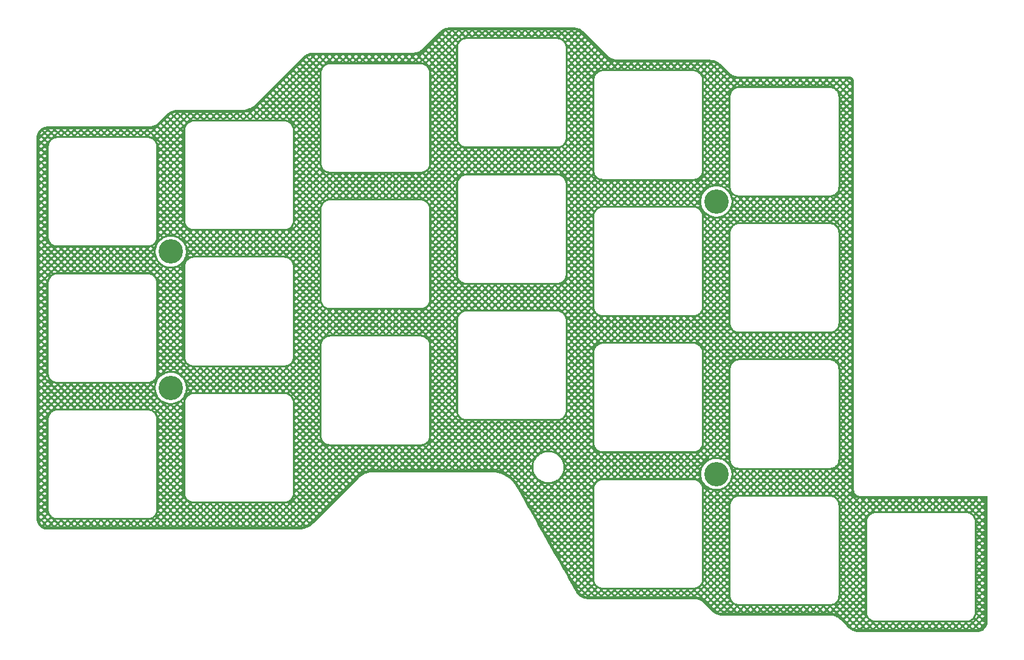
<source format=gtl>
%TF.GenerationSoftware,KiCad,Pcbnew,9.0.7*%
%TF.CreationDate,2026-02-08T18:56:30+03:00*%
%TF.ProjectId,mriya-top-plate-1.1.3,6d726979-612d-4746-9f70-2d706c617465,1.1.3*%
%TF.SameCoordinates,Original*%
%TF.FileFunction,Copper,L1,Top*%
%TF.FilePolarity,Positive*%
%FSLAX46Y46*%
G04 Gerber Fmt 4.6, Leading zero omitted, Abs format (unit mm)*
G04 Created by KiCad (PCBNEW 9.0.7) date 2026-02-08 18:56:30*
%MOMM*%
%LPD*%
G01*
G04 APERTURE LIST*
%TA.AperFunction,WasherPad*%
%ADD10C,3.400000*%
%TD*%
G04 APERTURE END LIST*
D10*
%TO.P,MH4,*%
%TO.N,*%
X135500000Y-98650000D03*
%TD*%
%TO.P,MH3,*%
%TO.N,*%
X59500000Y-86650000D03*
%TD*%
%TO.P,MH2,*%
%TO.N,*%
X59500000Y-67650000D03*
%TD*%
%TO.P,MH1,*%
%TO.N,*%
X135500000Y-60650000D03*
%TD*%
%TA.AperFunction,NonConductor*%
G36*
X115672037Y-36400004D02*
G01*
X115673669Y-36400017D01*
X115733488Y-36400512D01*
X115740526Y-36400772D01*
X115863610Y-36408836D01*
X115871680Y-36409631D01*
X115993412Y-36425656D01*
X116001408Y-36426975D01*
X116121870Y-36450935D01*
X116129763Y-36452775D01*
X116248328Y-36484543D01*
X116248369Y-36484554D01*
X116256133Y-36486909D01*
X116314278Y-36506645D01*
X116372430Y-36526384D01*
X116380004Y-36529235D01*
X116493458Y-36576228D01*
X116500847Y-36579575D01*
X116610997Y-36633893D01*
X116618120Y-36637700D01*
X116724507Y-36699122D01*
X116731356Y-36703381D01*
X116833495Y-36771627D01*
X116840066Y-36776336D01*
X116937505Y-36851103D01*
X116943749Y-36856227D01*
X117007698Y-36912309D01*
X117036462Y-36937534D01*
X117041678Y-36942380D01*
X117085482Y-36985487D01*
X117086188Y-36986188D01*
X120414244Y-40314244D01*
X120460885Y-40360132D01*
X120460893Y-40360139D01*
X120559314Y-40446453D01*
X120663169Y-40526146D01*
X120772014Y-40598875D01*
X120885383Y-40664330D01*
X121002790Y-40722230D01*
X121123733Y-40772327D01*
X121247693Y-40814406D01*
X121374141Y-40848288D01*
X121502533Y-40873827D01*
X121632321Y-40890914D01*
X121762948Y-40899476D01*
X121812038Y-40899869D01*
X121828398Y-40900000D01*
X121828402Y-40900000D01*
X134671012Y-40900000D01*
X134672037Y-40900004D01*
X134673669Y-40900017D01*
X134733488Y-40900512D01*
X134740526Y-40900772D01*
X134863610Y-40908836D01*
X134871680Y-40909631D01*
X134993412Y-40925656D01*
X135001408Y-40926975D01*
X135121870Y-40950935D01*
X135129763Y-40952775D01*
X135156222Y-40959865D01*
X135248369Y-40984554D01*
X135256133Y-40986909D01*
X135314278Y-41006645D01*
X135372430Y-41026384D01*
X135380004Y-41029235D01*
X135493458Y-41076228D01*
X135500847Y-41079575D01*
X135610997Y-41133893D01*
X135618120Y-41137700D01*
X135724507Y-41199122D01*
X135731356Y-41203381D01*
X135833495Y-41271627D01*
X135840066Y-41276336D01*
X135937505Y-41351103D01*
X135943754Y-41356231D01*
X136007698Y-41412309D01*
X136036462Y-41437534D01*
X136041678Y-41442380D01*
X136085482Y-41485487D01*
X136086188Y-41486188D01*
X137214187Y-42614187D01*
X137260833Y-42660120D01*
X137260840Y-42660126D01*
X137260844Y-42660130D01*
X137332500Y-42722970D01*
X137359278Y-42746453D01*
X137387384Y-42768019D01*
X137463134Y-42826144D01*
X137571987Y-42898876D01*
X137685364Y-42964333D01*
X137802779Y-43022235D01*
X137923730Y-43072332D01*
X137923734Y-43072333D01*
X137923738Y-43072335D01*
X137960344Y-43084760D01*
X138047699Y-43114412D01*
X138174154Y-43148294D01*
X138302555Y-43173832D01*
X138302563Y-43173833D01*
X138302565Y-43173834D01*
X138431325Y-43190783D01*
X138432351Y-43190918D01*
X138562986Y-43199477D01*
X138584805Y-43199651D01*
X138628438Y-43200000D01*
X138628444Y-43200000D01*
X153949218Y-43200000D01*
X153950839Y-43200011D01*
X153952219Y-43200029D01*
X153983594Y-43200439D01*
X153994913Y-43201106D01*
X154060957Y-43208048D01*
X154073762Y-43210077D01*
X154136844Y-43223485D01*
X154137891Y-43223708D01*
X154150415Y-43227063D01*
X154212795Y-43247331D01*
X154224884Y-43251971D01*
X154284788Y-43278643D01*
X154296349Y-43284533D01*
X154353140Y-43317321D01*
X154364017Y-43324386D01*
X154417055Y-43362920D01*
X154427140Y-43371087D01*
X154449420Y-43391147D01*
X154475864Y-43414957D01*
X154485042Y-43424135D01*
X154528911Y-43472857D01*
X154537079Y-43482944D01*
X154575613Y-43535982D01*
X154582683Y-43546868D01*
X154615465Y-43603649D01*
X154621356Y-43615211D01*
X154648022Y-43675101D01*
X154652672Y-43687215D01*
X154660123Y-43710145D01*
X154672933Y-43749573D01*
X154676291Y-43762108D01*
X154689921Y-43826231D01*
X154691952Y-43839049D01*
X154698892Y-43905073D01*
X154699560Y-43916412D01*
X154699989Y-43949158D01*
X154700000Y-43950782D01*
X154700000Y-100850000D01*
X154700177Y-100864428D01*
X154700512Y-100891735D01*
X154708691Y-100974785D01*
X154708691Y-100974786D01*
X154724975Y-101056655D01*
X154749205Y-101136531D01*
X154770388Y-101187669D01*
X154781146Y-101213641D01*
X154781150Y-101213648D01*
X154820490Y-101287249D01*
X154820500Y-101287265D01*
X154866849Y-101356632D01*
X154866856Y-101356641D01*
X154866862Y-101356650D01*
X154913142Y-101413041D01*
X154919816Y-101421174D01*
X154978825Y-101480183D01*
X154978830Y-101480187D01*
X154978831Y-101480188D01*
X155043350Y-101533138D01*
X155043360Y-101533145D01*
X155043367Y-101533150D01*
X155112734Y-101579499D01*
X155112749Y-101579509D01*
X155186359Y-101618854D01*
X155243597Y-101642563D01*
X155263468Y-101650794D01*
X155263470Y-101650794D01*
X155263471Y-101650795D01*
X155343342Y-101675024D01*
X155425204Y-101691307D01*
X155508267Y-101699488D01*
X155550000Y-101700000D01*
X173176000Y-101700000D01*
X173243039Y-101719685D01*
X173288794Y-101772489D01*
X173300000Y-101824000D01*
X173300000Y-119199453D01*
X173299995Y-119200561D01*
X173299556Y-119249683D01*
X173299245Y-119257421D01*
X173292197Y-119355971D01*
X173291251Y-119364772D01*
X173277266Y-119462038D01*
X173275694Y-119470750D01*
X173254810Y-119566749D01*
X173252621Y-119575324D01*
X173224940Y-119669598D01*
X173222145Y-119677997D01*
X173187808Y-119770059D01*
X173184420Y-119778238D01*
X173143604Y-119867611D01*
X173139642Y-119875526D01*
X173092556Y-119961758D01*
X173088040Y-119969370D01*
X173034912Y-120052039D01*
X173029862Y-120059311D01*
X172970994Y-120137948D01*
X172965442Y-120144838D01*
X172901086Y-120219111D01*
X172895053Y-120225591D01*
X172825591Y-120295053D01*
X172819111Y-120301086D01*
X172744838Y-120365442D01*
X172737948Y-120370994D01*
X172659311Y-120429862D01*
X172652039Y-120434912D01*
X172569370Y-120488040D01*
X172561758Y-120492556D01*
X172475526Y-120539642D01*
X172467611Y-120543604D01*
X172378238Y-120584420D01*
X172370059Y-120587808D01*
X172277997Y-120622145D01*
X172269598Y-120624940D01*
X172175324Y-120652621D01*
X172166749Y-120654810D01*
X172070750Y-120675694D01*
X172062038Y-120677266D01*
X171964772Y-120691251D01*
X171955971Y-120692197D01*
X171857421Y-120699245D01*
X171849683Y-120699556D01*
X171801164Y-120699989D01*
X171800559Y-120699995D01*
X171799453Y-120700000D01*
X155328988Y-120700000D01*
X155327961Y-120699996D01*
X155266531Y-120699487D01*
X155259451Y-120699226D01*
X155136394Y-120691163D01*
X155128318Y-120690367D01*
X155006590Y-120674343D01*
X154998584Y-120673022D01*
X154878134Y-120649065D01*
X154870231Y-120647222D01*
X154751630Y-120615445D01*
X154743866Y-120613090D01*
X154627575Y-120573617D01*
X154619979Y-120570758D01*
X154506541Y-120523771D01*
X154499151Y-120520423D01*
X154389014Y-120466112D01*
X154381869Y-120462293D01*
X154275501Y-120400882D01*
X154268635Y-120396613D01*
X154166510Y-120328376D01*
X154159927Y-120323659D01*
X154130397Y-120301000D01*
X155720256Y-120301000D01*
X156199545Y-120301000D01*
X156643738Y-120301000D01*
X157123027Y-120301000D01*
X157567219Y-120301000D01*
X158046508Y-120301000D01*
X158490701Y-120301000D01*
X158969990Y-120301000D01*
X159414182Y-120301000D01*
X159893471Y-120301000D01*
X160337664Y-120301000D01*
X160816953Y-120301000D01*
X161261145Y-120301000D01*
X161740434Y-120301000D01*
X162184627Y-120301000D01*
X162663916Y-120301000D01*
X163108108Y-120301000D01*
X163587397Y-120301000D01*
X164031589Y-120301000D01*
X164510879Y-120301000D01*
X164955071Y-120301000D01*
X165434360Y-120301000D01*
X165878552Y-120301000D01*
X166357841Y-120301000D01*
X166802034Y-120301000D01*
X167281323Y-120301000D01*
X167725515Y-120301000D01*
X168204804Y-120301000D01*
X168648997Y-120301000D01*
X169128286Y-120301000D01*
X169572478Y-120301000D01*
X170051767Y-120301000D01*
X170495960Y-120301000D01*
X170975249Y-120301000D01*
X171419441Y-120301000D01*
X171798228Y-120301000D01*
X171837532Y-120300648D01*
X171896108Y-120296459D01*
X171873638Y-120257540D01*
X171719950Y-120103852D01*
X171676007Y-120078481D01*
X171642165Y-120078481D01*
X171598220Y-120103852D01*
X171444532Y-120257540D01*
X171419441Y-120301000D01*
X170975249Y-120301000D01*
X170950157Y-120257540D01*
X170796469Y-120103852D01*
X170752525Y-120078481D01*
X170718683Y-120078481D01*
X170674739Y-120103852D01*
X170521051Y-120257540D01*
X170495960Y-120301000D01*
X170051767Y-120301000D01*
X170026675Y-120257540D01*
X169872987Y-120103852D01*
X169829044Y-120078481D01*
X169795202Y-120078481D01*
X169751257Y-120103852D01*
X169597569Y-120257540D01*
X169572478Y-120301000D01*
X169128286Y-120301000D01*
X169103194Y-120257540D01*
X168949506Y-120103852D01*
X168905562Y-120078481D01*
X168871720Y-120078481D01*
X168827776Y-120103852D01*
X168674088Y-120257540D01*
X168648997Y-120301000D01*
X168204804Y-120301000D01*
X168179712Y-120257540D01*
X168026024Y-120103852D01*
X167982081Y-120078481D01*
X167948239Y-120078481D01*
X167904294Y-120103852D01*
X167750606Y-120257540D01*
X167725515Y-120301000D01*
X167281323Y-120301000D01*
X167256231Y-120257540D01*
X167102543Y-120103852D01*
X167058599Y-120078481D01*
X167024757Y-120078481D01*
X166980813Y-120103852D01*
X166827125Y-120257540D01*
X166802034Y-120301000D01*
X166357841Y-120301000D01*
X166332749Y-120257539D01*
X166179062Y-120103852D01*
X166135118Y-120078481D01*
X166101276Y-120078481D01*
X166057331Y-120103852D01*
X165903643Y-120257540D01*
X165878552Y-120301000D01*
X165434360Y-120301000D01*
X165409268Y-120257540D01*
X165255580Y-120103852D01*
X165211636Y-120078481D01*
X165177796Y-120078481D01*
X165133848Y-120103853D01*
X164980162Y-120257540D01*
X164955071Y-120301000D01*
X164510879Y-120301000D01*
X164485787Y-120257540D01*
X164332099Y-120103852D01*
X164288155Y-120078481D01*
X164254313Y-120078481D01*
X164210368Y-120103852D01*
X164056680Y-120257540D01*
X164031589Y-120301000D01*
X163587397Y-120301000D01*
X163562305Y-120257540D01*
X163408617Y-120103852D01*
X163364673Y-120078481D01*
X163330832Y-120078481D01*
X163286887Y-120103852D01*
X163133199Y-120257540D01*
X163108108Y-120301000D01*
X162663916Y-120301000D01*
X162638824Y-120257540D01*
X162485136Y-120103852D01*
X162441192Y-120078481D01*
X162407350Y-120078481D01*
X162363405Y-120103852D01*
X162209718Y-120257539D01*
X162184627Y-120301000D01*
X161740434Y-120301000D01*
X161715342Y-120257540D01*
X161561654Y-120103852D01*
X161517711Y-120078481D01*
X161483869Y-120078481D01*
X161439924Y-120103852D01*
X161286236Y-120257540D01*
X161261145Y-120301000D01*
X160816953Y-120301000D01*
X160791861Y-120257540D01*
X160638173Y-120103852D01*
X160594229Y-120078481D01*
X160560387Y-120078481D01*
X160516443Y-120103852D01*
X160362755Y-120257540D01*
X160337664Y-120301000D01*
X159893471Y-120301000D01*
X159868379Y-120257540D01*
X159714691Y-120103852D01*
X159670748Y-120078481D01*
X159636906Y-120078481D01*
X159592961Y-120103852D01*
X159439273Y-120257540D01*
X159414182Y-120301000D01*
X158969990Y-120301000D01*
X158944898Y-120257540D01*
X158791210Y-120103852D01*
X158747266Y-120078481D01*
X158713424Y-120078481D01*
X158669480Y-120103852D01*
X158515792Y-120257540D01*
X158490701Y-120301000D01*
X158046508Y-120301000D01*
X158021416Y-120257540D01*
X157867728Y-120103852D01*
X157823785Y-120078481D01*
X157789943Y-120078481D01*
X157745998Y-120103852D01*
X157592310Y-120257540D01*
X157567219Y-120301000D01*
X157123027Y-120301000D01*
X157097935Y-120257540D01*
X156944247Y-120103852D01*
X156900303Y-120078481D01*
X156866461Y-120078481D01*
X156822517Y-120103852D01*
X156668829Y-120257540D01*
X156643738Y-120301000D01*
X156199545Y-120301000D01*
X156174453Y-120257539D01*
X156020766Y-120103852D01*
X155976822Y-120078481D01*
X155942980Y-120078481D01*
X155899035Y-120103852D01*
X155745347Y-120257540D01*
X155720256Y-120301000D01*
X154130397Y-120301000D01*
X154062497Y-120248899D01*
X154056242Y-120243765D01*
X154038465Y-120228175D01*
X154851231Y-120228175D01*
X154863587Y-120232369D01*
X154964796Y-120259485D01*
X155067587Y-120279930D01*
X155171463Y-120293604D01*
X155275738Y-120300437D01*
X155250972Y-120257540D01*
X155097284Y-120103852D01*
X155053340Y-120078481D01*
X155019500Y-120078481D01*
X154975552Y-120103853D01*
X154851231Y-120228175D01*
X154038465Y-120228175D01*
X153963537Y-120162465D01*
X153958321Y-120157619D01*
X153914517Y-120114512D01*
X153913811Y-120113811D01*
X153639744Y-119839744D01*
X154334754Y-119839744D01*
X154334754Y-119873585D01*
X154360125Y-119917530D01*
X154513812Y-120071217D01*
X154557758Y-120096589D01*
X154591600Y-120096589D01*
X154635545Y-120071217D01*
X154789231Y-119917530D01*
X154814603Y-119873585D01*
X154814603Y-119839744D01*
X155258236Y-119839744D01*
X155258236Y-119873585D01*
X155283607Y-119917530D01*
X155437293Y-120071217D01*
X155481239Y-120096589D01*
X155515081Y-120096589D01*
X155559026Y-120071217D01*
X155712713Y-119917530D01*
X155738085Y-119873585D01*
X155738085Y-119839744D01*
X156181717Y-119839744D01*
X156181717Y-119873585D01*
X156207088Y-119917530D01*
X156360775Y-120071217D01*
X156404721Y-120096589D01*
X156438563Y-120096589D01*
X156482507Y-120071218D01*
X156636194Y-119917530D01*
X156661566Y-119873585D01*
X156661566Y-119839744D01*
X157105199Y-119839744D01*
X157105199Y-119873585D01*
X157130570Y-119917531D01*
X157284256Y-120071217D01*
X157328202Y-120096589D01*
X157362044Y-120096589D01*
X157405989Y-120071217D01*
X157559676Y-119917530D01*
X157585048Y-119873585D01*
X157585048Y-119839744D01*
X158028680Y-119839744D01*
X158028680Y-119873585D01*
X158054051Y-119917530D01*
X158207738Y-120071217D01*
X158251684Y-120096589D01*
X158285525Y-120096589D01*
X158329470Y-120071217D01*
X158483157Y-119917530D01*
X158508529Y-119873585D01*
X158508529Y-119839744D01*
X158952161Y-119839744D01*
X158952161Y-119873585D01*
X158977532Y-119917530D01*
X159131219Y-120071217D01*
X159175165Y-120096589D01*
X159209007Y-120096589D01*
X159252952Y-120071217D01*
X159406638Y-119917531D01*
X159432010Y-119873585D01*
X159432010Y-119839744D01*
X159875643Y-119839744D01*
X159875643Y-119873585D01*
X159901014Y-119917530D01*
X160054701Y-120071218D01*
X160098646Y-120096589D01*
X160132488Y-120096589D01*
X160176433Y-120071217D01*
X160330120Y-119917530D01*
X160355492Y-119873585D01*
X160355492Y-119839744D01*
X160799124Y-119839744D01*
X160799124Y-119873585D01*
X160824495Y-119917530D01*
X160978182Y-120071217D01*
X161022128Y-120096589D01*
X161055970Y-120096589D01*
X161099915Y-120071217D01*
X161253601Y-119917531D01*
X161278973Y-119873585D01*
X161278973Y-119839744D01*
X161722606Y-119839744D01*
X161722606Y-119873585D01*
X161747977Y-119917530D01*
X161901663Y-120071217D01*
X161945609Y-120096589D01*
X161979451Y-120096589D01*
X162023396Y-120071217D01*
X162177083Y-119917530D01*
X162202455Y-119873585D01*
X162202455Y-119839744D01*
X162646087Y-119839744D01*
X162646087Y-119873585D01*
X162671458Y-119917530D01*
X162825145Y-120071217D01*
X162869091Y-120096589D01*
X162902933Y-120096589D01*
X162946878Y-120071217D01*
X163100564Y-119917530D01*
X163125936Y-119873585D01*
X163125936Y-119839744D01*
X163569569Y-119839744D01*
X163569569Y-119873585D01*
X163594940Y-119917530D01*
X163748626Y-120071217D01*
X163792572Y-120096589D01*
X163826414Y-120096589D01*
X163870359Y-120071217D01*
X164024046Y-119917530D01*
X164049418Y-119873585D01*
X164049418Y-119839744D01*
X164493050Y-119839744D01*
X164493050Y-119873585D01*
X164518421Y-119917530D01*
X164672108Y-120071217D01*
X164716054Y-120096589D01*
X164749896Y-120096589D01*
X164793841Y-120071217D01*
X164947527Y-119917530D01*
X164972899Y-119873585D01*
X164972899Y-119839744D01*
X165416532Y-119839744D01*
X165416532Y-119873585D01*
X165441903Y-119917530D01*
X165595589Y-120071217D01*
X165639535Y-120096589D01*
X165673377Y-120096589D01*
X165717322Y-120071217D01*
X165871009Y-119917530D01*
X165896381Y-119873585D01*
X165896381Y-119839744D01*
X166340013Y-119839744D01*
X166340013Y-119873585D01*
X166365384Y-119917530D01*
X166519071Y-120071217D01*
X166563017Y-120096589D01*
X166596859Y-120096589D01*
X166640804Y-120071217D01*
X166794490Y-119917530D01*
X166819862Y-119873585D01*
X166819862Y-119839744D01*
X167263495Y-119839744D01*
X167263495Y-119873585D01*
X167288866Y-119917531D01*
X167442552Y-120071217D01*
X167486498Y-120096589D01*
X167520340Y-120096589D01*
X167564285Y-120071217D01*
X167717972Y-119917530D01*
X167743344Y-119873585D01*
X167743344Y-119839744D01*
X168186976Y-119839744D01*
X168186976Y-119873585D01*
X168212347Y-119917530D01*
X168366034Y-120071217D01*
X168409980Y-120096589D01*
X168443821Y-120096589D01*
X168487766Y-120071217D01*
X168641453Y-119917530D01*
X168666825Y-119873585D01*
X168666825Y-119839744D01*
X169110457Y-119839744D01*
X169110457Y-119873585D01*
X169135828Y-119917530D01*
X169289515Y-120071217D01*
X169333461Y-120096589D01*
X169367303Y-120096589D01*
X169411248Y-120071217D01*
X169564935Y-119917530D01*
X169590307Y-119873585D01*
X169590307Y-119839744D01*
X170033939Y-119839744D01*
X170033939Y-119873585D01*
X170059310Y-119917530D01*
X170212997Y-120071217D01*
X170256943Y-120096589D01*
X170290784Y-120096589D01*
X170334729Y-120071217D01*
X170488416Y-119917530D01*
X170513788Y-119873585D01*
X170513788Y-119839744D01*
X170957420Y-119839744D01*
X170957420Y-119873585D01*
X170982791Y-119917530D01*
X171136478Y-120071217D01*
X171180424Y-120096589D01*
X171214266Y-120096589D01*
X171258211Y-120071217D01*
X171411897Y-119917531D01*
X171437269Y-119873585D01*
X171437269Y-119839744D01*
X171880902Y-119839744D01*
X171880902Y-119873585D01*
X171906273Y-119917530D01*
X172059959Y-120071217D01*
X172103905Y-120096589D01*
X172137747Y-120096589D01*
X172181692Y-120071217D01*
X172335379Y-119917530D01*
X172360751Y-119873585D01*
X172360751Y-119839744D01*
X172335379Y-119795799D01*
X172181691Y-119642111D01*
X172137747Y-119616740D01*
X172103905Y-119616740D01*
X172059961Y-119642111D01*
X171906273Y-119795799D01*
X171880902Y-119839744D01*
X171437269Y-119839744D01*
X171411897Y-119795798D01*
X171258210Y-119642111D01*
X171214266Y-119616740D01*
X171180424Y-119616740D01*
X171136479Y-119642111D01*
X170982791Y-119795799D01*
X170957420Y-119839744D01*
X170513788Y-119839744D01*
X170488416Y-119795799D01*
X170334728Y-119642111D01*
X170290784Y-119616740D01*
X170256943Y-119616740D01*
X170212998Y-119642111D01*
X170059310Y-119795799D01*
X170033939Y-119839744D01*
X169590307Y-119839744D01*
X169564935Y-119795799D01*
X169411247Y-119642111D01*
X169367303Y-119616740D01*
X169333461Y-119616740D01*
X169289516Y-119642111D01*
X169135828Y-119795799D01*
X169110457Y-119839744D01*
X168666825Y-119839744D01*
X168641453Y-119795799D01*
X168487765Y-119642111D01*
X168443821Y-119616740D01*
X168409980Y-119616740D01*
X168366035Y-119642111D01*
X168212347Y-119795799D01*
X168186976Y-119839744D01*
X167743344Y-119839744D01*
X167717972Y-119795799D01*
X167564284Y-119642111D01*
X167520340Y-119616740D01*
X167486498Y-119616740D01*
X167442553Y-119642111D01*
X167288866Y-119795798D01*
X167263495Y-119839744D01*
X166819862Y-119839744D01*
X166794490Y-119795799D01*
X166640802Y-119642111D01*
X166596859Y-119616740D01*
X166563017Y-119616740D01*
X166519072Y-119642111D01*
X166365384Y-119795799D01*
X166340013Y-119839744D01*
X165896381Y-119839744D01*
X165871009Y-119795799D01*
X165717321Y-119642111D01*
X165673377Y-119616740D01*
X165639535Y-119616740D01*
X165595591Y-119642111D01*
X165441903Y-119795799D01*
X165416532Y-119839744D01*
X164972899Y-119839744D01*
X164947527Y-119795799D01*
X164793839Y-119642111D01*
X164749896Y-119616740D01*
X164716054Y-119616740D01*
X164672109Y-119642111D01*
X164518421Y-119795799D01*
X164493050Y-119839744D01*
X164049418Y-119839744D01*
X164024046Y-119795799D01*
X163870358Y-119642111D01*
X163826414Y-119616740D01*
X163792572Y-119616740D01*
X163748628Y-119642111D01*
X163594940Y-119795799D01*
X163569569Y-119839744D01*
X163125936Y-119839744D01*
X163100564Y-119795799D01*
X162946876Y-119642111D01*
X162902933Y-119616740D01*
X162869091Y-119616740D01*
X162825146Y-119642111D01*
X162671458Y-119795799D01*
X162646087Y-119839744D01*
X162202455Y-119839744D01*
X162177083Y-119795799D01*
X162023395Y-119642111D01*
X161979451Y-119616740D01*
X161945609Y-119616740D01*
X161901665Y-119642111D01*
X161747977Y-119795799D01*
X161722606Y-119839744D01*
X161278973Y-119839744D01*
X161253601Y-119795798D01*
X161099914Y-119642111D01*
X161055970Y-119616740D01*
X161022128Y-119616740D01*
X160978183Y-119642111D01*
X160824495Y-119795799D01*
X160799124Y-119839744D01*
X160355492Y-119839744D01*
X160330120Y-119795799D01*
X160176432Y-119642111D01*
X160132488Y-119616740D01*
X160098648Y-119616740D01*
X160054700Y-119642112D01*
X159901014Y-119795799D01*
X159875643Y-119839744D01*
X159432010Y-119839744D01*
X159406638Y-119795798D01*
X159252951Y-119642111D01*
X159209007Y-119616740D01*
X159175165Y-119616740D01*
X159131220Y-119642111D01*
X158977532Y-119795799D01*
X158952161Y-119839744D01*
X158508529Y-119839744D01*
X158483157Y-119795799D01*
X158329469Y-119642111D01*
X158285525Y-119616740D01*
X158251684Y-119616740D01*
X158207739Y-119642111D01*
X158054051Y-119795799D01*
X158028680Y-119839744D01*
X157585048Y-119839744D01*
X157559676Y-119795799D01*
X157405988Y-119642111D01*
X157362044Y-119616740D01*
X157328202Y-119616740D01*
X157284257Y-119642111D01*
X157130570Y-119795798D01*
X157105199Y-119839744D01*
X156661566Y-119839744D01*
X156636194Y-119795799D01*
X156482508Y-119642112D01*
X156438561Y-119616740D01*
X156404721Y-119616740D01*
X156360776Y-119642111D01*
X156207088Y-119795799D01*
X156181717Y-119839744D01*
X155738085Y-119839744D01*
X155712713Y-119795799D01*
X155559025Y-119642111D01*
X155515081Y-119616740D01*
X155481239Y-119616740D01*
X155437295Y-119642111D01*
X155283607Y-119795799D01*
X155258236Y-119839744D01*
X154814603Y-119839744D01*
X154789231Y-119795799D01*
X154635543Y-119642111D01*
X154591600Y-119616740D01*
X154557758Y-119616740D01*
X154513813Y-119642111D01*
X154360125Y-119795799D01*
X154334754Y-119839744D01*
X153639744Y-119839744D01*
X153178003Y-119378003D01*
X153873013Y-119378003D01*
X153873013Y-119411844D01*
X153898384Y-119455789D01*
X154052072Y-119609477D01*
X154096017Y-119634849D01*
X154129859Y-119634849D01*
X154173803Y-119609477D01*
X154327490Y-119455790D01*
X154352862Y-119411844D01*
X154352862Y-119378003D01*
X154796495Y-119378003D01*
X154796495Y-119411844D01*
X154821866Y-119455789D01*
X154975552Y-119609476D01*
X155019500Y-119634849D01*
X155053340Y-119634849D01*
X155097284Y-119609477D01*
X155250972Y-119455789D01*
X155276344Y-119411844D01*
X155276344Y-119378003D01*
X155719976Y-119378003D01*
X155719976Y-119411844D01*
X155745347Y-119455789D01*
X155899035Y-119609477D01*
X155942980Y-119634849D01*
X155976822Y-119634849D01*
X156020766Y-119609477D01*
X156174453Y-119455790D01*
X156199825Y-119411844D01*
X156199825Y-119378003D01*
X156643458Y-119378003D01*
X156643458Y-119411844D01*
X156668829Y-119455789D01*
X156822517Y-119609477D01*
X156866461Y-119634849D01*
X156900303Y-119634849D01*
X156944247Y-119609477D01*
X157097935Y-119455789D01*
X157123307Y-119411844D01*
X157123307Y-119378003D01*
X157566939Y-119378003D01*
X157566939Y-119411844D01*
X157592310Y-119455789D01*
X157745998Y-119609477D01*
X157789943Y-119634849D01*
X157823785Y-119634849D01*
X157867728Y-119609477D01*
X158021416Y-119455789D01*
X158046788Y-119411844D01*
X158046788Y-119378003D01*
X158490421Y-119378003D01*
X158490421Y-119411844D01*
X158515792Y-119455789D01*
X158669480Y-119609477D01*
X158713424Y-119634849D01*
X158747266Y-119634849D01*
X158791210Y-119609477D01*
X158944898Y-119455789D01*
X158970270Y-119411844D01*
X158970270Y-119378003D01*
X159413902Y-119378003D01*
X159413902Y-119411844D01*
X159439273Y-119455789D01*
X159592961Y-119609477D01*
X159636906Y-119634849D01*
X159670748Y-119634849D01*
X159714691Y-119609477D01*
X159868379Y-119455789D01*
X159893751Y-119411844D01*
X159893751Y-119378003D01*
X160337384Y-119378003D01*
X160337384Y-119411844D01*
X160362755Y-119455789D01*
X160516443Y-119609477D01*
X160560387Y-119634849D01*
X160594229Y-119634849D01*
X160638173Y-119609477D01*
X160791861Y-119455789D01*
X160817233Y-119411844D01*
X160817233Y-119378003D01*
X161260865Y-119378003D01*
X161260865Y-119411844D01*
X161286236Y-119455789D01*
X161439924Y-119609477D01*
X161483869Y-119634849D01*
X161517711Y-119634849D01*
X161561654Y-119609477D01*
X161715342Y-119455789D01*
X161740714Y-119411844D01*
X161740714Y-119378003D01*
X162184347Y-119378003D01*
X162184347Y-119411844D01*
X162209718Y-119455790D01*
X162363405Y-119609477D01*
X162407350Y-119634849D01*
X162441192Y-119634849D01*
X162485136Y-119609477D01*
X162638824Y-119455789D01*
X162664196Y-119411844D01*
X162664196Y-119378003D01*
X163107828Y-119378003D01*
X163107828Y-119411844D01*
X163133199Y-119455789D01*
X163286887Y-119609477D01*
X163330832Y-119634849D01*
X163364673Y-119634849D01*
X163408617Y-119609477D01*
X163562305Y-119455789D01*
X163587677Y-119411844D01*
X163587677Y-119378003D01*
X164031309Y-119378003D01*
X164031309Y-119411844D01*
X164056680Y-119455789D01*
X164210368Y-119609477D01*
X164254313Y-119634849D01*
X164288155Y-119634849D01*
X164332099Y-119609477D01*
X164485787Y-119455789D01*
X164511159Y-119411844D01*
X164511159Y-119378003D01*
X164954791Y-119378003D01*
X164954791Y-119411844D01*
X164980162Y-119455789D01*
X165133848Y-119609476D01*
X165177796Y-119634849D01*
X165211636Y-119634849D01*
X165255580Y-119609477D01*
X165409268Y-119455789D01*
X165434640Y-119411844D01*
X165434640Y-119378003D01*
X165878272Y-119378003D01*
X165878272Y-119411844D01*
X165903643Y-119455789D01*
X166057331Y-119609477D01*
X166101276Y-119634849D01*
X166135118Y-119634849D01*
X166179062Y-119609477D01*
X166332749Y-119455790D01*
X166358121Y-119411844D01*
X166358121Y-119378003D01*
X166801754Y-119378003D01*
X166801754Y-119411844D01*
X166827125Y-119455789D01*
X166980813Y-119609477D01*
X167024757Y-119634849D01*
X167058599Y-119634849D01*
X167102543Y-119609477D01*
X167256231Y-119455789D01*
X167281603Y-119411844D01*
X167281603Y-119378003D01*
X167725235Y-119378003D01*
X167725235Y-119411844D01*
X167750606Y-119455789D01*
X167904294Y-119609477D01*
X167948239Y-119634849D01*
X167982081Y-119634849D01*
X168026024Y-119609477D01*
X168179712Y-119455789D01*
X168205084Y-119411844D01*
X168205084Y-119378003D01*
X168648717Y-119378003D01*
X168648717Y-119411844D01*
X168674088Y-119455789D01*
X168827776Y-119609477D01*
X168871720Y-119634849D01*
X168905562Y-119634849D01*
X168949506Y-119609477D01*
X169103194Y-119455789D01*
X169128566Y-119411844D01*
X169128566Y-119378003D01*
X169572198Y-119378003D01*
X169572198Y-119411844D01*
X169597569Y-119455789D01*
X169751257Y-119609477D01*
X169795202Y-119634849D01*
X169829044Y-119634849D01*
X169872987Y-119609477D01*
X170026675Y-119455789D01*
X170052047Y-119411844D01*
X170052047Y-119378003D01*
X170495680Y-119378003D01*
X170495680Y-119411844D01*
X170521051Y-119455789D01*
X170674739Y-119609477D01*
X170718683Y-119634849D01*
X170752525Y-119634849D01*
X170796469Y-119609477D01*
X170950157Y-119455789D01*
X170975529Y-119411844D01*
X170975529Y-119378003D01*
X171419161Y-119378003D01*
X171419161Y-119411844D01*
X171444532Y-119455789D01*
X171598220Y-119609477D01*
X171642165Y-119634849D01*
X171676007Y-119634849D01*
X171719950Y-119609477D01*
X171873638Y-119455789D01*
X171899010Y-119411844D01*
X171899010Y-119378003D01*
X172342643Y-119378003D01*
X172342643Y-119411844D01*
X172368014Y-119455790D01*
X172521701Y-119609477D01*
X172565646Y-119634849D01*
X172599488Y-119634849D01*
X172643432Y-119609477D01*
X172797120Y-119455789D01*
X172822492Y-119411844D01*
X172822492Y-119378003D01*
X172797120Y-119334059D01*
X172643432Y-119180371D01*
X172599488Y-119155000D01*
X172565646Y-119155000D01*
X172521701Y-119180371D01*
X172368014Y-119334057D01*
X172342643Y-119378003D01*
X171899010Y-119378003D01*
X171873638Y-119334058D01*
X171719951Y-119180371D01*
X171676007Y-119155000D01*
X171642165Y-119155000D01*
X171598220Y-119180371D01*
X171444532Y-119334059D01*
X171419161Y-119378003D01*
X170975529Y-119378003D01*
X170950159Y-119334061D01*
X170872772Y-119256675D01*
X170843240Y-119269629D01*
X170838523Y-119271583D01*
X170832785Y-119273823D01*
X170827956Y-119275594D01*
X170728280Y-119309814D01*
X170723379Y-119311383D01*
X170717474Y-119313140D01*
X170712551Y-119314496D01*
X170610395Y-119340365D01*
X170605403Y-119341520D01*
X170599375Y-119342784D01*
X170594337Y-119343732D01*
X170507057Y-119358296D01*
X170495680Y-119378003D01*
X170052047Y-119378003D01*
X170049158Y-119373000D01*
X169575087Y-119373000D01*
X169572198Y-119378003D01*
X169128566Y-119378003D01*
X169125677Y-119373000D01*
X168651606Y-119373000D01*
X168648717Y-119378003D01*
X168205084Y-119378003D01*
X168202195Y-119373000D01*
X167728124Y-119373000D01*
X167725235Y-119378003D01*
X167281603Y-119378003D01*
X167278714Y-119373000D01*
X166804643Y-119373000D01*
X166801754Y-119378003D01*
X166358121Y-119378003D01*
X166355232Y-119373000D01*
X165881161Y-119373000D01*
X165878272Y-119378003D01*
X165434640Y-119378003D01*
X165431751Y-119373000D01*
X164957680Y-119373000D01*
X164954791Y-119378003D01*
X164511159Y-119378003D01*
X164508270Y-119373000D01*
X164034198Y-119373000D01*
X164031309Y-119378003D01*
X163587677Y-119378003D01*
X163584788Y-119373000D01*
X163110717Y-119373000D01*
X163107828Y-119378003D01*
X162664196Y-119378003D01*
X162661307Y-119373000D01*
X162187236Y-119373000D01*
X162184347Y-119378003D01*
X161740714Y-119378003D01*
X161737825Y-119373000D01*
X161263754Y-119373000D01*
X161260865Y-119378003D01*
X160817233Y-119378003D01*
X160814344Y-119373000D01*
X160340273Y-119373000D01*
X160337384Y-119378003D01*
X159893751Y-119378003D01*
X159890862Y-119373000D01*
X159416791Y-119373000D01*
X159413902Y-119378003D01*
X158970270Y-119378003D01*
X158967381Y-119373000D01*
X158493310Y-119373000D01*
X158490421Y-119378003D01*
X158046788Y-119378003D01*
X158043899Y-119373000D01*
X157699230Y-119373000D01*
X157697947Y-119372993D01*
X157644873Y-119372444D01*
X157640403Y-119372317D01*
X157635020Y-119372067D01*
X157630534Y-119371778D01*
X157573272Y-119367033D01*
X157566939Y-119378003D01*
X157123307Y-119378003D01*
X157097935Y-119334059D01*
X156944247Y-119180371D01*
X156900303Y-119155000D01*
X156866461Y-119155000D01*
X156822516Y-119180371D01*
X156668829Y-119334058D01*
X156643458Y-119378003D01*
X156199825Y-119378003D01*
X156174453Y-119334057D01*
X156020766Y-119180371D01*
X155976822Y-119155000D01*
X155942980Y-119155000D01*
X155899035Y-119180371D01*
X155745347Y-119334059D01*
X155719976Y-119378003D01*
X155276344Y-119378003D01*
X155250972Y-119334059D01*
X155097284Y-119180371D01*
X155053340Y-119155000D01*
X155019500Y-119155000D01*
X154975552Y-119180372D01*
X154821866Y-119334058D01*
X154796495Y-119378003D01*
X154352862Y-119378003D01*
X154327490Y-119334057D01*
X154173803Y-119180371D01*
X154129859Y-119155000D01*
X154096017Y-119155000D01*
X154052072Y-119180371D01*
X153898384Y-119334059D01*
X153873013Y-119378003D01*
X153178003Y-119378003D01*
X152785756Y-118985756D01*
X152739115Y-118939868D01*
X152712199Y-118916263D01*
X153411273Y-118916263D01*
X153411273Y-118950103D01*
X153436644Y-118994048D01*
X153590332Y-119147736D01*
X153634276Y-119173108D01*
X153668118Y-119173108D01*
X153712062Y-119147736D01*
X153865750Y-118994048D01*
X153891122Y-118950103D01*
X153891122Y-118916263D01*
X154334754Y-118916263D01*
X154334754Y-118950103D01*
X154360125Y-118994048D01*
X154513813Y-119147736D01*
X154557758Y-119173108D01*
X154591600Y-119173108D01*
X154635543Y-119147736D01*
X154789231Y-118994048D01*
X154814603Y-118950103D01*
X154814603Y-118916263D01*
X155258236Y-118916263D01*
X155258236Y-118950103D01*
X155283607Y-118994048D01*
X155437295Y-119147736D01*
X155481239Y-119173108D01*
X155515081Y-119173108D01*
X155559025Y-119147736D01*
X155712713Y-118994048D01*
X155738085Y-118950103D01*
X155738085Y-118916263D01*
X156181717Y-118916263D01*
X156181717Y-118950103D01*
X156207088Y-118994048D01*
X156360776Y-119147736D01*
X156404721Y-119173108D01*
X156438561Y-119173108D01*
X156482508Y-119147735D01*
X156503883Y-119126360D01*
X171115103Y-119126360D01*
X171136479Y-119147736D01*
X171180424Y-119173108D01*
X171214266Y-119173108D01*
X171258210Y-119147736D01*
X171411897Y-118994049D01*
X171437269Y-118950103D01*
X171437269Y-118916263D01*
X171880902Y-118916263D01*
X171880902Y-118950103D01*
X171906273Y-118994048D01*
X172059961Y-119147736D01*
X172103905Y-119173108D01*
X172137747Y-119173108D01*
X172181691Y-119147736D01*
X172335379Y-118994048D01*
X172360751Y-118950103D01*
X172360751Y-118916263D01*
X172804383Y-118916263D01*
X172804383Y-118950103D01*
X172829754Y-118994048D01*
X172901000Y-119065294D01*
X172901000Y-118801072D01*
X172829755Y-118872316D01*
X172804383Y-118916263D01*
X172360751Y-118916263D01*
X172335378Y-118872316D01*
X172181691Y-118718630D01*
X172137747Y-118693259D01*
X172103905Y-118693259D01*
X172059960Y-118718630D01*
X171906274Y-118872316D01*
X171880902Y-118916263D01*
X171437269Y-118916263D01*
X171437269Y-118916262D01*
X171411900Y-118872320D01*
X171408999Y-118869419D01*
X171347658Y-118936055D01*
X171344109Y-118939753D01*
X171339753Y-118944109D01*
X171336055Y-118947658D01*
X171258522Y-119019032D01*
X171254672Y-119022431D01*
X171249972Y-119026411D01*
X171246002Y-119029635D01*
X171162840Y-119094363D01*
X171158731Y-119097427D01*
X171153717Y-119101007D01*
X171149485Y-119103898D01*
X171115103Y-119126360D01*
X156503883Y-119126360D01*
X156636194Y-118994048D01*
X156661566Y-118950103D01*
X156661566Y-118945374D01*
X156660247Y-118944109D01*
X156655891Y-118939753D01*
X156652342Y-118936055D01*
X156580968Y-118858522D01*
X156577569Y-118854672D01*
X156573589Y-118849972D01*
X156570365Y-118846002D01*
X156505637Y-118762840D01*
X156502573Y-118758731D01*
X156498993Y-118753717D01*
X156496102Y-118749485D01*
X156471968Y-118712546D01*
X156438561Y-118693259D01*
X156404721Y-118693259D01*
X156360776Y-118718630D01*
X156207089Y-118872316D01*
X156181717Y-118916263D01*
X155738085Y-118916263D01*
X155712712Y-118872316D01*
X155559025Y-118718630D01*
X155515081Y-118693259D01*
X155481239Y-118693259D01*
X155437294Y-118718630D01*
X155283608Y-118872316D01*
X155258236Y-118916263D01*
X154814603Y-118916263D01*
X154789230Y-118872316D01*
X154635544Y-118718630D01*
X154591600Y-118693259D01*
X154557758Y-118693259D01*
X154513813Y-118718630D01*
X154360126Y-118872316D01*
X154334754Y-118916263D01*
X153891122Y-118916263D01*
X153865749Y-118872316D01*
X153712062Y-118718630D01*
X153668118Y-118693259D01*
X153634276Y-118693259D01*
X153590331Y-118718630D01*
X153436645Y-118872316D01*
X153411273Y-118916263D01*
X152712199Y-118916263D01*
X152640686Y-118853547D01*
X152536825Y-118773850D01*
X152428010Y-118701139D01*
X152427979Y-118701120D01*
X152380863Y-118673917D01*
X152314618Y-118635671D01*
X152197211Y-118577771D01*
X152076268Y-118527674D01*
X152076266Y-118527673D01*
X152076258Y-118527670D01*
X151952321Y-118485598D01*
X151952315Y-118485596D01*
X151952308Y-118485594D01*
X151836348Y-118454522D01*
X152949532Y-118454522D01*
X152949532Y-118488363D01*
X152974903Y-118532307D01*
X153128591Y-118685995D01*
X153172536Y-118711367D01*
X153206377Y-118711367D01*
X153250321Y-118685995D01*
X153404009Y-118532307D01*
X153429381Y-118488363D01*
X153429381Y-118454522D01*
X153873013Y-118454522D01*
X153873013Y-118488363D01*
X153898384Y-118532307D01*
X154052072Y-118685995D01*
X154096017Y-118711367D01*
X154129859Y-118711367D01*
X154173803Y-118685995D01*
X154327490Y-118532309D01*
X154352862Y-118488363D01*
X154352862Y-118454522D01*
X154796495Y-118454522D01*
X154796495Y-118488363D01*
X154821866Y-118532308D01*
X154975552Y-118685994D01*
X155019500Y-118711367D01*
X155053340Y-118711367D01*
X155097284Y-118685995D01*
X155250972Y-118532307D01*
X155276344Y-118488363D01*
X155276344Y-118454522D01*
X155719976Y-118454522D01*
X155719976Y-118488363D01*
X155745347Y-118532307D01*
X155899035Y-118685995D01*
X155942980Y-118711367D01*
X155976822Y-118711367D01*
X156020766Y-118685995D01*
X156174453Y-118532309D01*
X156199825Y-118488363D01*
X156199825Y-118454522D01*
X156174453Y-118410576D01*
X156020766Y-118256889D01*
X155976822Y-118231518D01*
X155942980Y-118231518D01*
X155899035Y-118256889D01*
X155745347Y-118410577D01*
X155719976Y-118454522D01*
X155276344Y-118454522D01*
X155250972Y-118410577D01*
X155097284Y-118256889D01*
X155053340Y-118231518D01*
X155019500Y-118231518D01*
X154975552Y-118256890D01*
X154821866Y-118410577D01*
X154796495Y-118454522D01*
X154352862Y-118454522D01*
X154327490Y-118410576D01*
X154173803Y-118256889D01*
X154129859Y-118231518D01*
X154096017Y-118231518D01*
X154052072Y-118256889D01*
X153898384Y-118410577D01*
X153873013Y-118454522D01*
X153429381Y-118454522D01*
X153404009Y-118410577D01*
X153250321Y-118256889D01*
X153206377Y-118231518D01*
X153172536Y-118231518D01*
X153128591Y-118256889D01*
X152974903Y-118410577D01*
X152949532Y-118454522D01*
X151836348Y-118454522D01*
X151825861Y-118451712D01*
X151825858Y-118451711D01*
X151825853Y-118451710D01*
X151697477Y-118426174D01*
X151697470Y-118426173D01*
X151567685Y-118409086D01*
X151437040Y-118400523D01*
X151371603Y-118400000D01*
X151371599Y-118400000D01*
X136328988Y-118400000D01*
X136327961Y-118399996D01*
X136266531Y-118399487D01*
X136259451Y-118399226D01*
X136136394Y-118391163D01*
X136128318Y-118390367D01*
X136006590Y-118374343D01*
X135998584Y-118373022D01*
X135878134Y-118349065D01*
X135870231Y-118347222D01*
X135751630Y-118315445D01*
X135743866Y-118313090D01*
X135627575Y-118273617D01*
X135619979Y-118270758D01*
X135506541Y-118223771D01*
X135499151Y-118220423D01*
X135389014Y-118166112D01*
X135381869Y-118162293D01*
X135275501Y-118100882D01*
X135268635Y-118096613D01*
X135166510Y-118028376D01*
X135159927Y-118023659D01*
X135062497Y-117948899D01*
X135056242Y-117943765D01*
X135053699Y-117941535D01*
X135897797Y-117941535D01*
X135964796Y-117959485D01*
X136067587Y-117979930D01*
X136171463Y-117993604D01*
X136277692Y-118000565D01*
X136330178Y-118001000D01*
X136344974Y-118001000D01*
X136344974Y-117992781D01*
X136788606Y-117992781D01*
X136788606Y-118001000D01*
X137268456Y-118001000D01*
X137268456Y-117992781D01*
X137712088Y-117992781D01*
X137712088Y-118001000D01*
X138191937Y-118001000D01*
X138191937Y-117992781D01*
X138635569Y-117992781D01*
X138635569Y-118001000D01*
X139115418Y-118001000D01*
X139115418Y-117992781D01*
X139559051Y-117992781D01*
X139559051Y-118001000D01*
X140038900Y-118001000D01*
X140038900Y-117992781D01*
X140482532Y-117992781D01*
X140482532Y-118001000D01*
X140962381Y-118001000D01*
X140962381Y-117992781D01*
X141406014Y-117992781D01*
X141406014Y-118001000D01*
X141885863Y-118001000D01*
X141885863Y-117992781D01*
X142329495Y-117992781D01*
X142329495Y-118001000D01*
X142809344Y-118001000D01*
X142809344Y-117992781D01*
X143252977Y-117992781D01*
X143252977Y-118001000D01*
X143732826Y-118001000D01*
X143732826Y-117992781D01*
X144176458Y-117992781D01*
X144176458Y-118001000D01*
X144656307Y-118001000D01*
X144656307Y-117992781D01*
X145099940Y-117992781D01*
X145099940Y-118001000D01*
X145579789Y-118001000D01*
X145579789Y-117992781D01*
X146023421Y-117992781D01*
X146023421Y-118001000D01*
X146503270Y-118001000D01*
X146503270Y-117992781D01*
X146946903Y-117992781D01*
X146946903Y-118001000D01*
X147426752Y-118001000D01*
X147426752Y-117992781D01*
X147870384Y-117992781D01*
X147870384Y-118001000D01*
X148350233Y-118001000D01*
X148350233Y-117992781D01*
X148793865Y-117992781D01*
X148793865Y-118001000D01*
X149273714Y-118001000D01*
X149273714Y-117992781D01*
X149717347Y-117992781D01*
X149717347Y-118001000D01*
X150197196Y-118001000D01*
X150197196Y-117992781D01*
X150640828Y-117992781D01*
X150640828Y-118001000D01*
X151120677Y-118001000D01*
X151120677Y-117992781D01*
X151564310Y-117992781D01*
X151564310Y-118009008D01*
X151598267Y-118011234D01*
X151602310Y-118011566D01*
X151611266Y-118012448D01*
X151615299Y-118012912D01*
X151754010Y-118031174D01*
X151758022Y-118031769D01*
X151766902Y-118033235D01*
X151770895Y-118033962D01*
X151908116Y-118061257D01*
X151912086Y-118062114D01*
X151920851Y-118064158D01*
X151924784Y-118065143D01*
X152003198Y-118086154D01*
X152018789Y-118070564D01*
X152044159Y-118026622D01*
X152044159Y-117992781D01*
X152487791Y-117992781D01*
X152487791Y-118026622D01*
X152513162Y-118070567D01*
X152666849Y-118224254D01*
X152710795Y-118249626D01*
X152744637Y-118249626D01*
X152788582Y-118224254D01*
X152942268Y-118070567D01*
X152967640Y-118026622D01*
X152967640Y-117992781D01*
X153411273Y-117992781D01*
X153411273Y-118026622D01*
X153436644Y-118070567D01*
X153590330Y-118224254D01*
X153634276Y-118249626D01*
X153668118Y-118249626D01*
X153712063Y-118224254D01*
X153865750Y-118070567D01*
X153891122Y-118026622D01*
X153891122Y-117992781D01*
X154334754Y-117992781D01*
X154334754Y-118026622D01*
X154360125Y-118070567D01*
X154513812Y-118224254D01*
X154557758Y-118249626D01*
X154591600Y-118249626D01*
X154635545Y-118224254D01*
X154789231Y-118070567D01*
X154814603Y-118026622D01*
X154814603Y-117992781D01*
X155258236Y-117992781D01*
X155258236Y-118026622D01*
X155283607Y-118070567D01*
X155437293Y-118224254D01*
X155481239Y-118249626D01*
X155515081Y-118249626D01*
X155559026Y-118224254D01*
X155712713Y-118070567D01*
X155738085Y-118026622D01*
X155738085Y-117992781D01*
X156181717Y-117992781D01*
X156181717Y-118026622D01*
X156207088Y-118070567D01*
X156241327Y-118104806D01*
X156238922Y-118090392D01*
X156238183Y-118085318D01*
X156237421Y-118079204D01*
X156236892Y-118074107D01*
X156228222Y-117969466D01*
X156227933Y-117964980D01*
X156227683Y-117959597D01*
X156227556Y-117955127D01*
X156227282Y-117928642D01*
X156207088Y-117948836D01*
X156181717Y-117992781D01*
X155738085Y-117992781D01*
X155712713Y-117948836D01*
X155559025Y-117795148D01*
X155515081Y-117769777D01*
X155481239Y-117769777D01*
X155437295Y-117795148D01*
X155283607Y-117948836D01*
X155258236Y-117992781D01*
X154814603Y-117992781D01*
X154789231Y-117948836D01*
X154635543Y-117795148D01*
X154591600Y-117769777D01*
X154557758Y-117769777D01*
X154513813Y-117795148D01*
X154360125Y-117948836D01*
X154334754Y-117992781D01*
X153891122Y-117992781D01*
X153865750Y-117948836D01*
X153712062Y-117795148D01*
X153668118Y-117769777D01*
X153634276Y-117769777D01*
X153590332Y-117795148D01*
X153436644Y-117948836D01*
X153411273Y-117992781D01*
X152967640Y-117992781D01*
X152942268Y-117948836D01*
X152788580Y-117795148D01*
X152744637Y-117769777D01*
X152710795Y-117769777D01*
X152666850Y-117795148D01*
X152513162Y-117948836D01*
X152487791Y-117992781D01*
X152044159Y-117992781D01*
X152018787Y-117948836D01*
X151865099Y-117795148D01*
X151821155Y-117769777D01*
X151787313Y-117769777D01*
X151743369Y-117795148D01*
X151589681Y-117948836D01*
X151564310Y-117992781D01*
X151120677Y-117992781D01*
X151095305Y-117948836D01*
X150941617Y-117795148D01*
X150897674Y-117769777D01*
X150863832Y-117769777D01*
X150819887Y-117795148D01*
X150666199Y-117948836D01*
X150640828Y-117992781D01*
X150197196Y-117992781D01*
X150171824Y-117948836D01*
X150018136Y-117795148D01*
X149974192Y-117769777D01*
X149940352Y-117769777D01*
X149896404Y-117795149D01*
X149742718Y-117948836D01*
X149717347Y-117992781D01*
X149273714Y-117992781D01*
X149248342Y-117948835D01*
X149094655Y-117795148D01*
X149050711Y-117769777D01*
X149016869Y-117769777D01*
X148972924Y-117795148D01*
X148819236Y-117948836D01*
X148793865Y-117992781D01*
X148350233Y-117992781D01*
X148324861Y-117948836D01*
X148171173Y-117795148D01*
X148127229Y-117769777D01*
X148093388Y-117769777D01*
X148049443Y-117795148D01*
X147895755Y-117948836D01*
X147870384Y-117992781D01*
X147426752Y-117992781D01*
X147401380Y-117948836D01*
X147247692Y-117795148D01*
X147203748Y-117769777D01*
X147169906Y-117769777D01*
X147125961Y-117795148D01*
X146972274Y-117948835D01*
X146946903Y-117992781D01*
X146503270Y-117992781D01*
X146477898Y-117948836D01*
X146324212Y-117795149D01*
X146280265Y-117769777D01*
X146246425Y-117769777D01*
X146202480Y-117795148D01*
X146048792Y-117948836D01*
X146023421Y-117992781D01*
X145579789Y-117992781D01*
X145554417Y-117948836D01*
X145400729Y-117795148D01*
X145356785Y-117769777D01*
X145322943Y-117769777D01*
X145278998Y-117795148D01*
X145125311Y-117948835D01*
X145099940Y-117992781D01*
X144656307Y-117992781D01*
X144630935Y-117948836D01*
X144477247Y-117795148D01*
X144433304Y-117769777D01*
X144399462Y-117769777D01*
X144355517Y-117795148D01*
X144201829Y-117948836D01*
X144176458Y-117992781D01*
X143732826Y-117992781D01*
X143707454Y-117948836D01*
X143553766Y-117795148D01*
X143509822Y-117769777D01*
X143475980Y-117769777D01*
X143432036Y-117795148D01*
X143278348Y-117948836D01*
X143252977Y-117992781D01*
X142809344Y-117992781D01*
X142783972Y-117948836D01*
X142630284Y-117795148D01*
X142586341Y-117769777D01*
X142552499Y-117769777D01*
X142508554Y-117795148D01*
X142354866Y-117948836D01*
X142329495Y-117992781D01*
X141885863Y-117992781D01*
X141860491Y-117948836D01*
X141706803Y-117795148D01*
X141662859Y-117769777D01*
X141629017Y-117769777D01*
X141585073Y-117795148D01*
X141431385Y-117948836D01*
X141406014Y-117992781D01*
X140962381Y-117992781D01*
X140937009Y-117948836D01*
X140783321Y-117795148D01*
X140739378Y-117769777D01*
X140705536Y-117769777D01*
X140661591Y-117795148D01*
X140507903Y-117948836D01*
X140482532Y-117992781D01*
X140038900Y-117992781D01*
X140013528Y-117948836D01*
X139859840Y-117795148D01*
X139815896Y-117769777D01*
X139782054Y-117769777D01*
X139738110Y-117795148D01*
X139584422Y-117948836D01*
X139559051Y-117992781D01*
X139115418Y-117992781D01*
X139090046Y-117948835D01*
X138936359Y-117795148D01*
X138892415Y-117769777D01*
X138858573Y-117769777D01*
X138814628Y-117795148D01*
X138660940Y-117948836D01*
X138635569Y-117992781D01*
X138191937Y-117992781D01*
X138166565Y-117948836D01*
X138012877Y-117795148D01*
X137968933Y-117769777D01*
X137935092Y-117769777D01*
X137891147Y-117795148D01*
X137737459Y-117948836D01*
X137712088Y-117992781D01*
X137268456Y-117992781D01*
X137243084Y-117948836D01*
X137089396Y-117795148D01*
X137045452Y-117769777D01*
X137011610Y-117769777D01*
X136967665Y-117795148D01*
X136813977Y-117948836D01*
X136788606Y-117992781D01*
X136344974Y-117992781D01*
X136319602Y-117948836D01*
X136165916Y-117795149D01*
X136121969Y-117769777D01*
X136088129Y-117769777D01*
X136044184Y-117795148D01*
X135897797Y-117941535D01*
X135053699Y-117941535D01*
X134994769Y-117889855D01*
X134963537Y-117862465D01*
X134958321Y-117857619D01*
X134914517Y-117814512D01*
X134913811Y-117813811D01*
X134631040Y-117531040D01*
X135403384Y-117531040D01*
X135403384Y-117564881D01*
X135428755Y-117608826D01*
X135582443Y-117762514D01*
X135626388Y-117787886D01*
X135660230Y-117787886D01*
X135704173Y-117762514D01*
X135857861Y-117608826D01*
X135883233Y-117564881D01*
X135883233Y-117531040D01*
X136326866Y-117531040D01*
X136326866Y-117564881D01*
X136352237Y-117608826D01*
X136505925Y-117762514D01*
X136549869Y-117787886D01*
X136583711Y-117787886D01*
X136627655Y-117762514D01*
X136781343Y-117608826D01*
X136806715Y-117564881D01*
X136806715Y-117531040D01*
X137250347Y-117531040D01*
X137250347Y-117564881D01*
X137275718Y-117608826D01*
X137429406Y-117762514D01*
X137473351Y-117787886D01*
X137507193Y-117787886D01*
X137551136Y-117762514D01*
X137704824Y-117608826D01*
X137730196Y-117564881D01*
X137730196Y-117531040D01*
X138173829Y-117531040D01*
X138173829Y-117564881D01*
X138199200Y-117608826D01*
X138352888Y-117762514D01*
X138396832Y-117787886D01*
X138430674Y-117787886D01*
X138474618Y-117762514D01*
X138628306Y-117608826D01*
X138653678Y-117564881D01*
X138653678Y-117531040D01*
X139097310Y-117531040D01*
X139097310Y-117564881D01*
X139122681Y-117608826D01*
X139276369Y-117762514D01*
X139320314Y-117787886D01*
X139354156Y-117787886D01*
X139398099Y-117762514D01*
X139551787Y-117608826D01*
X139577159Y-117564881D01*
X139577159Y-117531040D01*
X140020792Y-117531040D01*
X140020792Y-117564881D01*
X140046163Y-117608827D01*
X140199850Y-117762514D01*
X140243795Y-117787886D01*
X140277637Y-117787886D01*
X140321581Y-117762514D01*
X140475269Y-117608826D01*
X140500641Y-117564881D01*
X140500641Y-117531040D01*
X140944273Y-117531040D01*
X140944273Y-117564881D01*
X140969644Y-117608826D01*
X141123332Y-117762514D01*
X141167277Y-117787886D01*
X141201117Y-117787886D01*
X141245064Y-117762513D01*
X141398750Y-117608826D01*
X141424122Y-117564881D01*
X141424122Y-117531040D01*
X141867755Y-117531040D01*
X141867755Y-117564881D01*
X141893126Y-117608827D01*
X142046813Y-117762514D01*
X142090758Y-117787886D01*
X142124600Y-117787886D01*
X142168544Y-117762514D01*
X142322232Y-117608826D01*
X142347604Y-117564881D01*
X142347604Y-117531040D01*
X142791236Y-117531040D01*
X142791236Y-117564881D01*
X142816607Y-117608826D01*
X142970295Y-117762514D01*
X143014240Y-117787886D01*
X143048081Y-117787886D01*
X143092025Y-117762514D01*
X143245713Y-117608826D01*
X143271085Y-117564881D01*
X143271085Y-117531040D01*
X143714717Y-117531040D01*
X143714717Y-117564881D01*
X143740088Y-117608826D01*
X143893776Y-117762514D01*
X143937721Y-117787886D01*
X143971563Y-117787886D01*
X144015507Y-117762514D01*
X144169194Y-117608827D01*
X144194566Y-117564881D01*
X144194566Y-117531040D01*
X144638199Y-117531040D01*
X144638199Y-117564881D01*
X144663570Y-117608826D01*
X144817256Y-117762513D01*
X144861204Y-117787886D01*
X144895044Y-117787886D01*
X144938988Y-117762514D01*
X145092676Y-117608826D01*
X145118048Y-117564881D01*
X145118048Y-117531040D01*
X145561680Y-117531040D01*
X145561680Y-117564881D01*
X145587051Y-117608826D01*
X145740739Y-117762514D01*
X145784684Y-117787886D01*
X145818526Y-117787886D01*
X145862469Y-117762514D01*
X146016157Y-117608826D01*
X146041529Y-117564881D01*
X146041529Y-117531040D01*
X146485162Y-117531040D01*
X146485162Y-117564881D01*
X146510533Y-117608826D01*
X146664221Y-117762514D01*
X146708165Y-117787886D01*
X146742007Y-117787886D01*
X146785951Y-117762514D01*
X146939639Y-117608826D01*
X146965011Y-117564881D01*
X146965011Y-117531040D01*
X147408643Y-117531040D01*
X147408643Y-117564881D01*
X147434014Y-117608826D01*
X147587702Y-117762514D01*
X147631647Y-117787886D01*
X147665489Y-117787886D01*
X147709432Y-117762514D01*
X147863120Y-117608826D01*
X147888492Y-117564881D01*
X147888492Y-117531040D01*
X148332125Y-117531040D01*
X148332125Y-117564881D01*
X148357496Y-117608826D01*
X148511184Y-117762514D01*
X148555128Y-117787886D01*
X148588970Y-117787886D01*
X148632914Y-117762514D01*
X148786602Y-117608826D01*
X148811974Y-117564881D01*
X148811974Y-117531040D01*
X149255606Y-117531040D01*
X149255606Y-117564881D01*
X149280977Y-117608826D01*
X149434665Y-117762514D01*
X149478610Y-117787886D01*
X149512452Y-117787886D01*
X149556395Y-117762514D01*
X149710083Y-117608826D01*
X149735455Y-117564881D01*
X149735455Y-117531040D01*
X150179088Y-117531040D01*
X150179088Y-117564881D01*
X150204459Y-117608826D01*
X150358147Y-117762514D01*
X150402091Y-117787886D01*
X150435933Y-117787886D01*
X150479877Y-117762514D01*
X150633565Y-117608826D01*
X150658937Y-117564881D01*
X150658937Y-117531040D01*
X151102569Y-117531040D01*
X151102569Y-117564881D01*
X151127940Y-117608826D01*
X151281628Y-117762514D01*
X151325573Y-117787886D01*
X151359413Y-117787886D01*
X151403360Y-117762513D01*
X151557046Y-117608826D01*
X151582418Y-117564881D01*
X151582418Y-117531040D01*
X152026051Y-117531040D01*
X152026051Y-117564881D01*
X152051422Y-117608827D01*
X152205109Y-117762514D01*
X152249054Y-117787886D01*
X152282896Y-117787886D01*
X152326840Y-117762514D01*
X152480528Y-117608826D01*
X152505900Y-117564881D01*
X152505900Y-117531040D01*
X152949532Y-117531040D01*
X152949532Y-117564881D01*
X152974903Y-117608826D01*
X153128591Y-117762514D01*
X153172536Y-117787886D01*
X153206377Y-117787886D01*
X153250321Y-117762514D01*
X153404009Y-117608826D01*
X153429381Y-117564881D01*
X153429381Y-117531040D01*
X153873013Y-117531040D01*
X153873013Y-117564881D01*
X153898384Y-117608826D01*
X154052072Y-117762514D01*
X154096017Y-117787886D01*
X154129859Y-117787886D01*
X154173803Y-117762514D01*
X154327490Y-117608827D01*
X154352862Y-117564881D01*
X154352862Y-117531040D01*
X154796495Y-117531040D01*
X154796495Y-117564881D01*
X154821866Y-117608826D01*
X154975552Y-117762513D01*
X155019500Y-117787886D01*
X155053340Y-117787886D01*
X155097284Y-117762514D01*
X155250972Y-117608826D01*
X155276344Y-117564881D01*
X155276344Y-117531040D01*
X155719976Y-117531040D01*
X155719976Y-117564881D01*
X155745347Y-117608826D01*
X155899035Y-117762514D01*
X155942980Y-117787886D01*
X155976822Y-117787886D01*
X156020766Y-117762514D01*
X156174453Y-117608827D01*
X156199825Y-117564881D01*
X156199825Y-117531040D01*
X156174453Y-117487094D01*
X156020766Y-117333408D01*
X155976822Y-117308037D01*
X155942980Y-117308037D01*
X155899035Y-117333408D01*
X155745347Y-117487096D01*
X155719976Y-117531040D01*
X155276344Y-117531040D01*
X155250972Y-117487096D01*
X155097284Y-117333408D01*
X155053340Y-117308037D01*
X155019500Y-117308037D01*
X154975552Y-117333409D01*
X154821866Y-117487095D01*
X154796495Y-117531040D01*
X154352862Y-117531040D01*
X154327490Y-117487094D01*
X154173803Y-117333408D01*
X154129859Y-117308037D01*
X154096017Y-117308037D01*
X154052072Y-117333408D01*
X153898384Y-117487096D01*
X153873013Y-117531040D01*
X153429381Y-117531040D01*
X153404009Y-117487096D01*
X153250321Y-117333408D01*
X153206377Y-117308037D01*
X153172536Y-117308037D01*
X153128591Y-117333408D01*
X152974903Y-117487096D01*
X152949532Y-117531040D01*
X152505900Y-117531040D01*
X152480528Y-117487096D01*
X152326840Y-117333408D01*
X152282896Y-117308037D01*
X152249054Y-117308037D01*
X152205109Y-117333408D01*
X152051422Y-117487094D01*
X152026051Y-117531040D01*
X151582418Y-117531040D01*
X151557046Y-117487095D01*
X151403360Y-117333409D01*
X151359413Y-117308037D01*
X151325573Y-117308037D01*
X151281628Y-117333408D01*
X151127940Y-117487096D01*
X151102569Y-117531040D01*
X150658937Y-117531040D01*
X150633565Y-117487096D01*
X150479877Y-117333408D01*
X150435933Y-117308037D01*
X150402091Y-117308037D01*
X150358146Y-117333408D01*
X150204459Y-117487095D01*
X150179088Y-117531040D01*
X149735455Y-117531040D01*
X149710083Y-117487095D01*
X149556396Y-117333408D01*
X149512452Y-117308037D01*
X149478610Y-117308037D01*
X149434665Y-117333408D01*
X149280977Y-117487096D01*
X149255606Y-117531040D01*
X148811974Y-117531040D01*
X148786602Y-117487096D01*
X148632914Y-117333408D01*
X148588970Y-117308037D01*
X148555128Y-117308037D01*
X148511183Y-117333408D01*
X148357496Y-117487095D01*
X148332125Y-117531040D01*
X147888492Y-117531040D01*
X147863120Y-117487095D01*
X147709433Y-117333408D01*
X147665489Y-117308037D01*
X147631647Y-117308037D01*
X147587702Y-117333408D01*
X147434014Y-117487096D01*
X147408643Y-117531040D01*
X146965011Y-117531040D01*
X146939639Y-117487096D01*
X146785951Y-117333408D01*
X146742007Y-117308037D01*
X146708165Y-117308037D01*
X146664220Y-117333408D01*
X146510533Y-117487095D01*
X146485162Y-117531040D01*
X146041529Y-117531040D01*
X146016157Y-117487095D01*
X145862470Y-117333408D01*
X145818526Y-117308037D01*
X145784684Y-117308037D01*
X145740739Y-117333408D01*
X145587051Y-117487096D01*
X145561680Y-117531040D01*
X145118048Y-117531040D01*
X145092676Y-117487096D01*
X144938988Y-117333408D01*
X144895044Y-117308037D01*
X144861204Y-117308037D01*
X144817256Y-117333409D01*
X144663570Y-117487095D01*
X144638199Y-117531040D01*
X144194566Y-117531040D01*
X144169194Y-117487094D01*
X144015507Y-117333408D01*
X143971563Y-117308037D01*
X143937721Y-117308037D01*
X143893776Y-117333408D01*
X143740088Y-117487096D01*
X143714717Y-117531040D01*
X143271085Y-117531040D01*
X143245713Y-117487096D01*
X143092025Y-117333408D01*
X143048081Y-117308037D01*
X143014240Y-117308037D01*
X142970295Y-117333408D01*
X142816607Y-117487096D01*
X142791236Y-117531040D01*
X142347604Y-117531040D01*
X142322232Y-117487096D01*
X142168544Y-117333408D01*
X142124600Y-117308037D01*
X142090758Y-117308037D01*
X142046813Y-117333408D01*
X141893126Y-117487094D01*
X141867755Y-117531040D01*
X141424122Y-117531040D01*
X141398750Y-117487095D01*
X141245064Y-117333409D01*
X141201117Y-117308037D01*
X141167277Y-117308037D01*
X141123332Y-117333408D01*
X140969644Y-117487096D01*
X140944273Y-117531040D01*
X140500641Y-117531040D01*
X140475269Y-117487096D01*
X140321581Y-117333408D01*
X140277637Y-117308037D01*
X140243795Y-117308037D01*
X140199850Y-117333408D01*
X140046163Y-117487094D01*
X140020792Y-117531040D01*
X139577159Y-117531040D01*
X139551787Y-117487095D01*
X139398100Y-117333408D01*
X139354156Y-117308037D01*
X139320314Y-117308037D01*
X139276369Y-117333408D01*
X139122681Y-117487096D01*
X139097310Y-117531040D01*
X138653678Y-117531040D01*
X138628306Y-117487096D01*
X138474618Y-117333408D01*
X138430674Y-117308037D01*
X138396832Y-117308037D01*
X138352887Y-117333408D01*
X138199200Y-117487095D01*
X138173829Y-117531040D01*
X137730196Y-117531040D01*
X137704824Y-117487095D01*
X137551137Y-117333408D01*
X137507193Y-117308037D01*
X137473351Y-117308037D01*
X137429406Y-117333408D01*
X137275718Y-117487096D01*
X137250347Y-117531040D01*
X136806715Y-117531040D01*
X136781343Y-117487096D01*
X136627655Y-117333408D01*
X136583711Y-117308037D01*
X136549869Y-117308037D01*
X136505924Y-117333408D01*
X136352237Y-117487095D01*
X136326866Y-117531040D01*
X135883233Y-117531040D01*
X135857861Y-117487095D01*
X135704174Y-117333408D01*
X135660230Y-117308037D01*
X135626388Y-117308037D01*
X135582443Y-117333408D01*
X135428755Y-117487096D01*
X135403384Y-117531040D01*
X134631040Y-117531040D01*
X134169300Y-117069300D01*
X134941644Y-117069300D01*
X134941644Y-117103140D01*
X134967015Y-117147086D01*
X135120702Y-117300773D01*
X135164647Y-117326145D01*
X135198489Y-117326145D01*
X135242433Y-117300773D01*
X135396121Y-117147085D01*
X135421493Y-117103140D01*
X135421493Y-117069300D01*
X135865125Y-117069300D01*
X135865125Y-117103140D01*
X135890496Y-117147085D01*
X136044184Y-117300773D01*
X136088129Y-117326145D01*
X136121969Y-117326145D01*
X136165916Y-117300772D01*
X136319602Y-117147085D01*
X136344974Y-117103140D01*
X136344974Y-117069300D01*
X136788606Y-117069300D01*
X136788606Y-117103140D01*
X136813977Y-117147085D01*
X136967665Y-117300773D01*
X137011610Y-117326145D01*
X137045452Y-117326145D01*
X137089396Y-117300773D01*
X137243084Y-117147085D01*
X137268456Y-117103140D01*
X137268456Y-117069300D01*
X137712088Y-117069300D01*
X137712088Y-117103140D01*
X137737459Y-117147085D01*
X137891147Y-117300773D01*
X137935092Y-117326145D01*
X137968933Y-117326145D01*
X138012877Y-117300773D01*
X138166565Y-117147085D01*
X138191937Y-117103140D01*
X138635569Y-117103140D01*
X138660940Y-117147085D01*
X138814628Y-117300773D01*
X138858573Y-117326145D01*
X138892415Y-117326145D01*
X138936359Y-117300773D01*
X139090046Y-117147086D01*
X139115418Y-117103140D01*
X139559051Y-117103140D01*
X139584422Y-117147085D01*
X139738110Y-117300773D01*
X139782054Y-117326145D01*
X139815896Y-117326145D01*
X139859840Y-117300773D01*
X140013528Y-117147085D01*
X140038900Y-117103140D01*
X140482532Y-117103140D01*
X140507903Y-117147085D01*
X140661591Y-117300773D01*
X140705536Y-117326145D01*
X140739378Y-117326145D01*
X140783321Y-117300773D01*
X140937009Y-117147085D01*
X140962381Y-117103140D01*
X141406014Y-117103140D01*
X141431385Y-117147085D01*
X141585073Y-117300773D01*
X141629017Y-117326145D01*
X141662859Y-117326145D01*
X141706803Y-117300773D01*
X141860491Y-117147085D01*
X141885863Y-117103140D01*
X142329495Y-117103140D01*
X142354866Y-117147085D01*
X142508554Y-117300773D01*
X142552499Y-117326145D01*
X142586341Y-117326145D01*
X142630284Y-117300773D01*
X142783972Y-117147085D01*
X142809344Y-117103140D01*
X143252977Y-117103140D01*
X143278348Y-117147085D01*
X143432036Y-117300773D01*
X143475980Y-117326145D01*
X143509822Y-117326145D01*
X143553766Y-117300773D01*
X143707454Y-117147085D01*
X143732826Y-117103140D01*
X144176458Y-117103140D01*
X144201829Y-117147085D01*
X144355517Y-117300773D01*
X144399462Y-117326145D01*
X144433304Y-117326145D01*
X144477247Y-117300773D01*
X144630935Y-117147085D01*
X144656307Y-117103140D01*
X145099940Y-117103140D01*
X145125311Y-117147086D01*
X145278998Y-117300773D01*
X145322943Y-117326145D01*
X145356785Y-117326145D01*
X145400729Y-117300773D01*
X145554417Y-117147085D01*
X145579789Y-117103140D01*
X146023421Y-117103140D01*
X146048792Y-117147085D01*
X146202480Y-117300773D01*
X146246425Y-117326145D01*
X146280265Y-117326145D01*
X146324212Y-117300772D01*
X146477898Y-117147085D01*
X146503270Y-117103140D01*
X146946903Y-117103140D01*
X146972274Y-117147086D01*
X147125961Y-117300773D01*
X147169906Y-117326145D01*
X147203748Y-117326145D01*
X147247692Y-117300773D01*
X147401380Y-117147085D01*
X147426752Y-117103140D01*
X147870384Y-117103140D01*
X147895755Y-117147085D01*
X148049443Y-117300773D01*
X148093388Y-117326145D01*
X148127229Y-117326145D01*
X148171173Y-117300773D01*
X148324861Y-117147085D01*
X148350233Y-117103140D01*
X148793865Y-117103140D01*
X148819236Y-117147085D01*
X148972924Y-117300773D01*
X149016869Y-117326145D01*
X149050711Y-117326145D01*
X149094655Y-117300773D01*
X149248342Y-117147086D01*
X149273714Y-117103140D01*
X149717347Y-117103140D01*
X149742718Y-117147085D01*
X149896404Y-117300772D01*
X149940352Y-117326145D01*
X149974192Y-117326145D01*
X150018136Y-117300773D01*
X150171824Y-117147085D01*
X150197196Y-117103140D01*
X150640828Y-117103140D01*
X150666199Y-117147085D01*
X150819887Y-117300773D01*
X150863832Y-117326145D01*
X150897674Y-117326145D01*
X150941617Y-117300773D01*
X151095305Y-117147085D01*
X151120677Y-117103140D01*
X151120677Y-117073000D01*
X150640828Y-117073000D01*
X150640828Y-117103140D01*
X150197196Y-117103140D01*
X150197196Y-117073000D01*
X149717347Y-117073000D01*
X149717347Y-117103140D01*
X149273714Y-117103140D01*
X149273714Y-117073000D01*
X148793865Y-117073000D01*
X148793865Y-117103140D01*
X148350233Y-117103140D01*
X148350233Y-117073000D01*
X147870384Y-117073000D01*
X147870384Y-117103140D01*
X147426752Y-117103140D01*
X147426752Y-117073000D01*
X146946903Y-117073000D01*
X146946903Y-117103140D01*
X146503270Y-117103140D01*
X146503270Y-117073000D01*
X146023421Y-117073000D01*
X146023421Y-117103140D01*
X145579789Y-117103140D01*
X145579789Y-117073000D01*
X145099940Y-117073000D01*
X145099940Y-117103140D01*
X144656307Y-117103140D01*
X144656307Y-117073000D01*
X144176458Y-117073000D01*
X144176458Y-117103140D01*
X143732826Y-117103140D01*
X143732826Y-117073000D01*
X143252977Y-117073000D01*
X143252977Y-117103140D01*
X142809344Y-117103140D01*
X142809344Y-117073000D01*
X142329495Y-117073000D01*
X142329495Y-117103140D01*
X141885863Y-117103140D01*
X141885863Y-117073000D01*
X141406014Y-117073000D01*
X141406014Y-117103140D01*
X140962381Y-117103140D01*
X140962381Y-117073000D01*
X140482532Y-117073000D01*
X140482532Y-117103140D01*
X140038900Y-117103140D01*
X140038900Y-117073000D01*
X139559051Y-117073000D01*
X139559051Y-117103140D01*
X139115418Y-117103140D01*
X139115418Y-117073000D01*
X138699230Y-117073000D01*
X138697947Y-117072993D01*
X138644873Y-117072444D01*
X138640403Y-117072317D01*
X138635569Y-117072092D01*
X138635569Y-117103140D01*
X138191937Y-117103140D01*
X138191937Y-117069300D01*
X151564310Y-117069300D01*
X151564310Y-117103140D01*
X151589681Y-117147085D01*
X151743369Y-117300773D01*
X151787313Y-117326145D01*
X151821155Y-117326145D01*
X151865099Y-117300773D01*
X152018787Y-117147085D01*
X152044159Y-117103140D01*
X152044159Y-117069300D01*
X152487791Y-117069300D01*
X152487791Y-117103140D01*
X152513162Y-117147085D01*
X152666850Y-117300773D01*
X152710795Y-117326145D01*
X152744637Y-117326145D01*
X152788580Y-117300773D01*
X152942268Y-117147085D01*
X152967640Y-117103140D01*
X152967640Y-117069300D01*
X153411273Y-117069300D01*
X153411273Y-117103140D01*
X153436644Y-117147085D01*
X153590332Y-117300773D01*
X153634276Y-117326145D01*
X153668118Y-117326145D01*
X153712062Y-117300773D01*
X153865750Y-117147085D01*
X153891122Y-117103140D01*
X153891122Y-117069300D01*
X154334754Y-117069300D01*
X154334754Y-117103140D01*
X154360125Y-117147085D01*
X154513813Y-117300773D01*
X154557758Y-117326145D01*
X154591600Y-117326145D01*
X154635543Y-117300773D01*
X154789231Y-117147085D01*
X154814603Y-117103140D01*
X154814603Y-117069300D01*
X155258236Y-117069300D01*
X155258236Y-117103140D01*
X155283607Y-117147085D01*
X155437295Y-117300773D01*
X155481239Y-117326145D01*
X155515081Y-117326145D01*
X155559025Y-117300773D01*
X155712713Y-117147085D01*
X155738085Y-117103140D01*
X155738085Y-117069300D01*
X156181717Y-117069300D01*
X156181717Y-117103140D01*
X156207088Y-117147085D01*
X156227000Y-117166997D01*
X156227000Y-117005444D01*
X156207088Y-117025355D01*
X156181717Y-117069300D01*
X155738085Y-117069300D01*
X155712713Y-117025355D01*
X155559025Y-116871667D01*
X155515081Y-116846296D01*
X155481239Y-116846296D01*
X155437295Y-116871667D01*
X155283607Y-117025355D01*
X155258236Y-117069300D01*
X154814603Y-117069300D01*
X154789231Y-117025355D01*
X154635543Y-116871667D01*
X154591600Y-116846296D01*
X154557758Y-116846296D01*
X154513813Y-116871667D01*
X154360125Y-117025355D01*
X154334754Y-117069300D01*
X153891122Y-117069300D01*
X153865750Y-117025355D01*
X153712062Y-116871667D01*
X153668118Y-116846296D01*
X153634276Y-116846296D01*
X153590332Y-116871667D01*
X153436644Y-117025355D01*
X153411273Y-117069300D01*
X152967640Y-117069300D01*
X152942268Y-117025355D01*
X152788580Y-116871667D01*
X152744637Y-116846296D01*
X152710795Y-116846296D01*
X152666850Y-116871667D01*
X152513162Y-117025355D01*
X152487791Y-117069300D01*
X152044159Y-117069300D01*
X152018787Y-117025355D01*
X151926527Y-116933095D01*
X151843240Y-116969629D01*
X151838523Y-116971583D01*
X151832785Y-116973823D01*
X151827956Y-116975594D01*
X151728280Y-117009814D01*
X151723379Y-117011383D01*
X151717474Y-117013140D01*
X151712551Y-117014496D01*
X151610395Y-117040365D01*
X151605403Y-117041520D01*
X151599375Y-117042784D01*
X151594336Y-117043732D01*
X151577444Y-117046550D01*
X151564310Y-117069300D01*
X138191937Y-117069300D01*
X138166565Y-117025355D01*
X138074957Y-116933747D01*
X138060258Y-116927300D01*
X138055612Y-116925147D01*
X138050078Y-116922442D01*
X138045515Y-116920093D01*
X137952833Y-116869936D01*
X137948381Y-116867407D01*
X137943089Y-116864254D01*
X137938736Y-116861536D01*
X137924643Y-116852328D01*
X137891147Y-116871667D01*
X137737459Y-117025355D01*
X137712088Y-117069300D01*
X137268456Y-117069300D01*
X137243084Y-117025355D01*
X137089396Y-116871667D01*
X137045452Y-116846296D01*
X137011610Y-116846296D01*
X136967665Y-116871667D01*
X136813977Y-117025355D01*
X136788606Y-117069300D01*
X136344974Y-117069300D01*
X136319602Y-117025355D01*
X136165916Y-116871668D01*
X136121969Y-116846296D01*
X136088129Y-116846296D01*
X136044184Y-116871667D01*
X135890496Y-117025355D01*
X135865125Y-117069300D01*
X135421493Y-117069300D01*
X135396121Y-117025355D01*
X135242433Y-116871667D01*
X135198489Y-116846296D01*
X135164647Y-116846296D01*
X135120702Y-116871667D01*
X134967015Y-117025354D01*
X134941644Y-117069300D01*
X134169300Y-117069300D01*
X133785756Y-116685756D01*
X133739115Y-116639868D01*
X133702274Y-116607559D01*
X134479903Y-116607559D01*
X134479903Y-116641400D01*
X134505274Y-116685345D01*
X134658961Y-116839032D01*
X134702906Y-116864404D01*
X134736748Y-116864404D01*
X134780692Y-116839032D01*
X134934380Y-116685344D01*
X134959752Y-116641400D01*
X134959752Y-116607559D01*
X135403384Y-116607559D01*
X135403384Y-116641400D01*
X135428755Y-116685344D01*
X135582443Y-116839032D01*
X135626388Y-116864404D01*
X135660230Y-116864404D01*
X135704174Y-116839032D01*
X135857861Y-116685345D01*
X135883233Y-116641400D01*
X135883233Y-116607559D01*
X136326866Y-116607559D01*
X136326866Y-116641400D01*
X136352237Y-116685345D01*
X136505924Y-116839032D01*
X136549869Y-116864404D01*
X136583711Y-116864404D01*
X136627655Y-116839032D01*
X136781343Y-116685344D01*
X136806715Y-116641400D01*
X136806715Y-116607559D01*
X137250347Y-116607559D01*
X137250347Y-116641400D01*
X137275718Y-116685344D01*
X137429406Y-116839032D01*
X137473351Y-116864404D01*
X137507193Y-116864404D01*
X137551137Y-116839032D01*
X137704824Y-116685345D01*
X137704845Y-116685309D01*
X137663945Y-116647658D01*
X137660247Y-116644109D01*
X137655891Y-116639753D01*
X137652342Y-116636055D01*
X137580968Y-116558522D01*
X137577569Y-116554672D01*
X137573589Y-116549972D01*
X137570365Y-116546002D01*
X137505637Y-116462840D01*
X137502573Y-116458731D01*
X137498993Y-116453717D01*
X137496102Y-116449485D01*
X137459068Y-116392801D01*
X137429406Y-116409926D01*
X137275718Y-116563614D01*
X137250347Y-116607559D01*
X136806715Y-116607559D01*
X136781343Y-116563614D01*
X136627655Y-116409926D01*
X136583711Y-116384555D01*
X136549869Y-116384555D01*
X136505925Y-116409926D01*
X136352237Y-116563614D01*
X136326866Y-116607559D01*
X135883233Y-116607559D01*
X135857861Y-116563614D01*
X135704173Y-116409926D01*
X135660230Y-116384555D01*
X135626388Y-116384555D01*
X135582443Y-116409926D01*
X135428755Y-116563614D01*
X135403384Y-116607559D01*
X134959752Y-116607559D01*
X134934380Y-116563614D01*
X134780692Y-116409926D01*
X134736748Y-116384555D01*
X134702906Y-116384555D01*
X134658962Y-116409926D01*
X134505274Y-116563614D01*
X134479903Y-116607559D01*
X133702274Y-116607559D01*
X133640686Y-116553547D01*
X133536825Y-116473850D01*
X133428010Y-116401139D01*
X133427979Y-116401120D01*
X133380863Y-116373917D01*
X133314618Y-116335671D01*
X133197211Y-116277771D01*
X133076268Y-116227674D01*
X133076266Y-116227673D01*
X133076258Y-116227670D01*
X132952321Y-116185598D01*
X132952315Y-116185596D01*
X132952308Y-116185594D01*
X132825861Y-116151712D01*
X132825858Y-116151711D01*
X132825853Y-116151710D01*
X132796232Y-116145818D01*
X134018162Y-116145818D01*
X134018162Y-116179659D01*
X134043533Y-116223604D01*
X134197221Y-116377292D01*
X134241166Y-116402664D01*
X134275008Y-116402664D01*
X134318951Y-116377292D01*
X134472639Y-116223604D01*
X134498011Y-116179659D01*
X134498011Y-116145818D01*
X134941644Y-116145818D01*
X134941644Y-116179659D01*
X134967015Y-116223605D01*
X135120702Y-116377292D01*
X135164647Y-116402664D01*
X135198489Y-116402664D01*
X135242433Y-116377292D01*
X135396121Y-116223604D01*
X135421493Y-116179659D01*
X135421493Y-116145818D01*
X135865125Y-116145818D01*
X135865125Y-116179659D01*
X135890496Y-116223604D01*
X136044184Y-116377292D01*
X136088129Y-116402664D01*
X136121969Y-116402664D01*
X136165916Y-116377291D01*
X136319602Y-116223604D01*
X136344974Y-116179659D01*
X136344974Y-116145818D01*
X136788606Y-116145818D01*
X136788606Y-116179659D01*
X136813977Y-116223604D01*
X136967665Y-116377292D01*
X137011610Y-116402664D01*
X137045452Y-116402664D01*
X137089396Y-116377292D01*
X137243084Y-116223604D01*
X137268456Y-116179659D01*
X137268456Y-116145818D01*
X137243084Y-116101873D01*
X137089397Y-115948186D01*
X137045452Y-115922815D01*
X137011610Y-115922815D01*
X136967664Y-115948186D01*
X136813977Y-116101873D01*
X136788606Y-116145818D01*
X136344974Y-116145818D01*
X136319602Y-116101873D01*
X136165915Y-115948185D01*
X136121971Y-115922815D01*
X136088129Y-115922815D01*
X136044183Y-115948186D01*
X135890496Y-116101873D01*
X135865125Y-116145818D01*
X135421493Y-116145818D01*
X135396121Y-116101873D01*
X135242434Y-115948186D01*
X135198489Y-115922815D01*
X135164647Y-115922815D01*
X135120701Y-115948186D01*
X134967015Y-116101872D01*
X134941644Y-116145818D01*
X134498011Y-116145818D01*
X134472639Y-116101873D01*
X134318953Y-115948186D01*
X134275008Y-115922815D01*
X134241166Y-115922815D01*
X134197220Y-115948186D01*
X134043533Y-116101873D01*
X134018162Y-116145818D01*
X132796232Y-116145818D01*
X132697477Y-116126174D01*
X132697470Y-116126173D01*
X132567685Y-116109086D01*
X132437040Y-116100523D01*
X132371603Y-116100000D01*
X132371599Y-116100000D01*
X117667646Y-116100000D01*
X117666678Y-116099996D01*
X117608421Y-116099541D01*
X117601686Y-116099306D01*
X117484803Y-116092031D01*
X117477133Y-116091313D01*
X117361456Y-116076860D01*
X117353843Y-116075668D01*
X117239259Y-116054053D01*
X117231736Y-116052390D01*
X117118719Y-116023701D01*
X117111318Y-116021575D01*
X117069453Y-116008130D01*
X117000297Y-115985921D01*
X116993040Y-115983339D01*
X116986409Y-115980745D01*
X116884438Y-115940855D01*
X116877382Y-115937838D01*
X116771645Y-115888697D01*
X116764765Y-115885236D01*
X116662264Y-115829612D01*
X116655610Y-115825729D01*
X116556798Y-115763870D01*
X116550397Y-115759581D01*
X116455600Y-115691692D01*
X116449477Y-115687013D01*
X116445873Y-115684077D01*
X117857237Y-115684077D01*
X117857237Y-115701000D01*
X118337086Y-115701000D01*
X118337086Y-115684077D01*
X118780718Y-115684077D01*
X118780718Y-115701000D01*
X119260567Y-115701000D01*
X119260567Y-115684077D01*
X119704200Y-115684077D01*
X119704200Y-115701000D01*
X120184049Y-115701000D01*
X120184049Y-115684077D01*
X120627681Y-115684077D01*
X120627681Y-115701000D01*
X121107530Y-115701000D01*
X121107530Y-115684077D01*
X121551162Y-115684077D01*
X121551162Y-115701000D01*
X122031012Y-115701000D01*
X122031012Y-115684077D01*
X122474644Y-115684077D01*
X122474644Y-115701000D01*
X122954493Y-115701000D01*
X122954493Y-115684077D01*
X123398125Y-115684077D01*
X123398125Y-115701000D01*
X123877974Y-115701000D01*
X123877974Y-115684077D01*
X124321607Y-115684077D01*
X124321607Y-115701000D01*
X124801456Y-115701000D01*
X124801456Y-115684077D01*
X125245088Y-115684077D01*
X125245088Y-115701000D01*
X125724937Y-115701000D01*
X125724937Y-115684077D01*
X126168570Y-115684077D01*
X126168570Y-115701000D01*
X126648419Y-115701000D01*
X126648419Y-115684077D01*
X127092051Y-115684077D01*
X127092051Y-115701000D01*
X127571900Y-115701000D01*
X127571900Y-115684077D01*
X128015533Y-115684077D01*
X128015533Y-115701000D01*
X128495382Y-115701000D01*
X128495382Y-115684077D01*
X128939014Y-115684077D01*
X128939014Y-115701000D01*
X129418863Y-115701000D01*
X129418863Y-115684077D01*
X129862496Y-115684077D01*
X129862496Y-115701000D01*
X130342345Y-115701000D01*
X130342345Y-115684077D01*
X130785977Y-115684077D01*
X130785977Y-115701000D01*
X131265826Y-115701000D01*
X131265826Y-115684077D01*
X131709458Y-115684077D01*
X131709458Y-115701000D01*
X132189308Y-115701000D01*
X132189308Y-115684077D01*
X132632940Y-115684077D01*
X132632940Y-115715234D01*
X132754010Y-115731174D01*
X132758022Y-115731769D01*
X132766902Y-115733235D01*
X132770895Y-115733962D01*
X132908116Y-115761257D01*
X132912086Y-115762114D01*
X132920851Y-115764158D01*
X132924784Y-115765143D01*
X133050460Y-115798818D01*
X133087419Y-115761860D01*
X133112789Y-115717918D01*
X133112789Y-115684077D01*
X133556421Y-115684077D01*
X133556421Y-115717918D01*
X133581792Y-115761863D01*
X133735480Y-115915551D01*
X133779425Y-115940923D01*
X133813267Y-115940923D01*
X133857211Y-115915551D01*
X134010898Y-115761864D01*
X134036270Y-115717918D01*
X134036270Y-115684077D01*
X134479903Y-115684077D01*
X134479903Y-115717918D01*
X134505274Y-115761863D01*
X134658962Y-115915551D01*
X134702906Y-115940923D01*
X134736748Y-115940923D01*
X134780692Y-115915551D01*
X134934380Y-115761863D01*
X134959752Y-115717918D01*
X134959752Y-115684077D01*
X135403384Y-115684077D01*
X135403384Y-115717918D01*
X135428755Y-115761863D01*
X135582443Y-115915551D01*
X135626388Y-115940923D01*
X135660230Y-115940923D01*
X135704173Y-115915551D01*
X135857861Y-115761863D01*
X135883233Y-115717918D01*
X135883233Y-115684077D01*
X136326866Y-115684077D01*
X136326866Y-115717918D01*
X136352237Y-115761863D01*
X136505925Y-115915551D01*
X136549869Y-115940923D01*
X136583711Y-115940923D01*
X136627655Y-115915551D01*
X136781343Y-115761863D01*
X136806715Y-115717918D01*
X136806715Y-115684077D01*
X136781343Y-115640133D01*
X136627655Y-115486445D01*
X136583711Y-115461074D01*
X136549869Y-115461074D01*
X136505924Y-115486445D01*
X136352237Y-115640132D01*
X136326866Y-115684077D01*
X135883233Y-115684077D01*
X135857861Y-115640132D01*
X135704174Y-115486445D01*
X135660230Y-115461074D01*
X135626388Y-115461074D01*
X135582443Y-115486445D01*
X135428755Y-115640133D01*
X135403384Y-115684077D01*
X134959752Y-115684077D01*
X134934380Y-115640133D01*
X134780692Y-115486445D01*
X134736748Y-115461074D01*
X134702906Y-115461074D01*
X134658961Y-115486445D01*
X134505274Y-115640132D01*
X134479903Y-115684077D01*
X134036270Y-115684077D01*
X134010898Y-115640131D01*
X133857211Y-115486445D01*
X133813267Y-115461074D01*
X133779425Y-115461074D01*
X133735480Y-115486445D01*
X133581792Y-115640133D01*
X133556421Y-115684077D01*
X133112789Y-115684077D01*
X133087417Y-115640133D01*
X132933729Y-115486445D01*
X132889785Y-115461074D01*
X132855944Y-115461074D01*
X132811999Y-115486445D01*
X132658311Y-115640133D01*
X132632940Y-115684077D01*
X132189308Y-115684077D01*
X132163936Y-115640133D01*
X132010248Y-115486445D01*
X131966304Y-115461074D01*
X131932462Y-115461074D01*
X131888517Y-115486445D01*
X131734829Y-115640133D01*
X131709458Y-115684077D01*
X131265826Y-115684077D01*
X131240454Y-115640133D01*
X131086766Y-115486445D01*
X131042822Y-115461074D01*
X131008981Y-115461074D01*
X130965036Y-115486445D01*
X130811348Y-115640133D01*
X130785977Y-115684077D01*
X130342345Y-115684077D01*
X130316973Y-115640133D01*
X130163285Y-115486445D01*
X130119341Y-115461074D01*
X130085499Y-115461074D01*
X130041554Y-115486445D01*
X129887867Y-115640131D01*
X129862496Y-115684077D01*
X129418863Y-115684077D01*
X129393491Y-115640132D01*
X129239804Y-115486445D01*
X129195860Y-115461074D01*
X129162018Y-115461074D01*
X129118073Y-115486445D01*
X128964385Y-115640133D01*
X128939014Y-115684077D01*
X128495382Y-115684077D01*
X128470010Y-115640133D01*
X128316322Y-115486445D01*
X128272378Y-115461074D01*
X128238536Y-115461074D01*
X128194591Y-115486445D01*
X128040904Y-115640132D01*
X128015533Y-115684077D01*
X127571900Y-115684077D01*
X127546528Y-115640132D01*
X127392841Y-115486445D01*
X127348897Y-115461074D01*
X127315055Y-115461074D01*
X127271110Y-115486445D01*
X127117422Y-115640133D01*
X127092051Y-115684077D01*
X126648419Y-115684077D01*
X126623047Y-115640133D01*
X126469359Y-115486445D01*
X126425415Y-115461074D01*
X126391573Y-115461074D01*
X126347628Y-115486445D01*
X126193941Y-115640132D01*
X126168570Y-115684077D01*
X125724937Y-115684077D01*
X125699565Y-115640132D01*
X125545878Y-115486445D01*
X125501934Y-115461074D01*
X125468092Y-115461074D01*
X125424147Y-115486445D01*
X125270459Y-115640133D01*
X125245088Y-115684077D01*
X124801456Y-115684077D01*
X124776084Y-115640133D01*
X124622396Y-115486445D01*
X124578452Y-115461074D01*
X124544610Y-115461074D01*
X124500665Y-115486445D01*
X124346978Y-115640132D01*
X124321607Y-115684077D01*
X123877974Y-115684077D01*
X123852602Y-115640131D01*
X123698915Y-115486445D01*
X123654971Y-115461074D01*
X123621129Y-115461074D01*
X123577184Y-115486445D01*
X123423496Y-115640133D01*
X123398125Y-115684077D01*
X122954493Y-115684077D01*
X122929121Y-115640133D01*
X122775433Y-115486445D01*
X122731489Y-115461074D01*
X122697648Y-115461074D01*
X122653703Y-115486445D01*
X122500015Y-115640133D01*
X122474644Y-115684077D01*
X122031012Y-115684077D01*
X122005640Y-115640133D01*
X121851952Y-115486445D01*
X121808008Y-115461074D01*
X121774166Y-115461074D01*
X121730221Y-115486445D01*
X121576533Y-115640133D01*
X121551162Y-115684077D01*
X121107530Y-115684077D01*
X121082158Y-115640133D01*
X120928470Y-115486445D01*
X120884526Y-115461074D01*
X120850685Y-115461074D01*
X120806740Y-115486445D01*
X120653052Y-115640133D01*
X120627681Y-115684077D01*
X120184049Y-115684077D01*
X120158677Y-115640133D01*
X120004989Y-115486445D01*
X119961045Y-115461074D01*
X119927203Y-115461074D01*
X119883258Y-115486445D01*
X119729571Y-115640131D01*
X119704200Y-115684077D01*
X119260567Y-115684077D01*
X119235195Y-115640132D01*
X119081508Y-115486445D01*
X119037564Y-115461074D01*
X119003722Y-115461074D01*
X118959777Y-115486445D01*
X118806089Y-115640133D01*
X118780718Y-115684077D01*
X118337086Y-115684077D01*
X118311714Y-115640133D01*
X118158026Y-115486445D01*
X118114082Y-115461074D01*
X118080240Y-115461074D01*
X118036295Y-115486445D01*
X117882608Y-115640132D01*
X117857237Y-115684077D01*
X116445873Y-115684077D01*
X116359072Y-115613360D01*
X116353254Y-115608310D01*
X116310626Y-115568933D01*
X117030325Y-115568933D01*
X117037772Y-115572394D01*
X117130444Y-115608646D01*
X117225182Y-115639072D01*
X117321610Y-115663549D01*
X117411548Y-115680516D01*
X117388232Y-115640132D01*
X117234545Y-115486445D01*
X117190601Y-115461074D01*
X117156759Y-115461074D01*
X117112814Y-115486445D01*
X117030325Y-115568933D01*
X116310626Y-115568933D01*
X116267610Y-115529197D01*
X116262128Y-115523808D01*
X116181540Y-115439505D01*
X116176397Y-115433778D01*
X116101218Y-115344652D01*
X116096436Y-115338611D01*
X116061689Y-115291803D01*
X116026931Y-115244980D01*
X116022562Y-115238695D01*
X115989073Y-115187179D01*
X116492312Y-115187179D01*
X116544633Y-115241914D01*
X116617717Y-115309424D01*
X116694856Y-115372270D01*
X116775753Y-115430205D01*
X116788457Y-115438157D01*
X116926491Y-115300124D01*
X116951864Y-115256177D01*
X116951864Y-115222337D01*
X117395496Y-115222337D01*
X117395496Y-115256177D01*
X117420868Y-115300124D01*
X117574553Y-115453809D01*
X117618501Y-115479182D01*
X117652341Y-115479182D01*
X117696285Y-115453810D01*
X117849972Y-115300124D01*
X117875345Y-115256177D01*
X117875345Y-115222337D01*
X118318977Y-115222337D01*
X118318977Y-115256177D01*
X118344349Y-115300124D01*
X118498036Y-115453810D01*
X118541981Y-115479182D01*
X118575823Y-115479182D01*
X118619767Y-115453810D01*
X118773455Y-115300123D01*
X118798826Y-115256178D01*
X118798826Y-115222337D01*
X119242459Y-115222337D01*
X119242459Y-115256177D01*
X119267831Y-115300124D01*
X119421517Y-115453810D01*
X119465462Y-115479182D01*
X119499304Y-115479182D01*
X119543248Y-115453810D01*
X119696935Y-115300124D01*
X119722308Y-115256177D01*
X119722308Y-115222337D01*
X120165940Y-115222337D01*
X120165940Y-115256177D01*
X120191312Y-115300124D01*
X120344999Y-115453810D01*
X120388944Y-115479182D01*
X120422786Y-115479182D01*
X120466730Y-115453810D01*
X120620416Y-115300124D01*
X120645789Y-115256177D01*
X120645789Y-115222337D01*
X121089422Y-115222337D01*
X121089422Y-115256177D01*
X121114794Y-115300124D01*
X121268480Y-115453810D01*
X121312425Y-115479182D01*
X121346267Y-115479182D01*
X121390211Y-115453810D01*
X121543898Y-115300124D01*
X121569271Y-115256177D01*
X121569271Y-115222337D01*
X122012903Y-115222337D01*
X122012903Y-115256177D01*
X122038275Y-115300124D01*
X122191962Y-115453810D01*
X122235907Y-115479182D01*
X122269749Y-115479182D01*
X122313693Y-115453810D01*
X122467379Y-115300124D01*
X122492752Y-115256177D01*
X122492752Y-115222337D01*
X122936385Y-115222337D01*
X122936385Y-115256177D01*
X122961757Y-115300124D01*
X123115443Y-115453810D01*
X123159388Y-115479182D01*
X123193230Y-115479182D01*
X123237174Y-115453810D01*
X123390861Y-115300124D01*
X123416234Y-115256177D01*
X123416234Y-115222337D01*
X123859866Y-115222337D01*
X123859866Y-115256177D01*
X123885238Y-115300124D01*
X124038925Y-115453810D01*
X124082870Y-115479182D01*
X124116712Y-115479182D01*
X124160656Y-115453810D01*
X124314342Y-115300124D01*
X124339715Y-115256177D01*
X124339715Y-115222337D01*
X124783348Y-115222337D01*
X124783348Y-115256178D01*
X124808718Y-115300123D01*
X124962406Y-115453810D01*
X125006351Y-115479182D01*
X125040193Y-115479182D01*
X125084137Y-115453810D01*
X125237824Y-115300124D01*
X125263197Y-115256177D01*
X125263197Y-115222337D01*
X125706829Y-115222337D01*
X125706829Y-115256177D01*
X125732201Y-115300124D01*
X125885888Y-115453810D01*
X125929833Y-115479182D01*
X125963674Y-115479182D01*
X126007618Y-115453810D01*
X126161305Y-115300124D01*
X126186678Y-115256177D01*
X126186678Y-115222337D01*
X126630310Y-115222337D01*
X126630310Y-115256177D01*
X126655682Y-115300124D01*
X126809369Y-115453810D01*
X126853314Y-115479182D01*
X126887156Y-115479182D01*
X126931100Y-115453810D01*
X127084787Y-115300124D01*
X127110160Y-115256177D01*
X127110160Y-115222337D01*
X127553792Y-115222337D01*
X127553792Y-115256177D01*
X127579164Y-115300124D01*
X127732851Y-115453810D01*
X127776796Y-115479182D01*
X127810637Y-115479182D01*
X127854581Y-115453810D01*
X128008268Y-115300124D01*
X128033641Y-115256177D01*
X128033641Y-115222337D01*
X128477273Y-115222337D01*
X128477273Y-115256177D01*
X128502645Y-115300124D01*
X128656332Y-115453810D01*
X128700277Y-115479182D01*
X128734119Y-115479182D01*
X128778063Y-115453810D01*
X128931751Y-115300123D01*
X128957122Y-115256178D01*
X128957122Y-115222337D01*
X129400755Y-115222337D01*
X129400755Y-115256177D01*
X129426127Y-115300124D01*
X129579813Y-115453810D01*
X129623758Y-115479182D01*
X129657600Y-115479182D01*
X129701544Y-115453810D01*
X129855231Y-115300124D01*
X129880604Y-115256177D01*
X129880604Y-115222337D01*
X130324236Y-115222337D01*
X130324236Y-115256177D01*
X130349608Y-115300124D01*
X130503295Y-115453810D01*
X130547240Y-115479182D01*
X130581082Y-115479182D01*
X130625026Y-115453810D01*
X130778712Y-115300124D01*
X130804085Y-115256177D01*
X130804085Y-115222337D01*
X131247718Y-115222337D01*
X131247718Y-115256177D01*
X131273090Y-115300124D01*
X131426776Y-115453810D01*
X131470721Y-115479182D01*
X131504563Y-115479182D01*
X131548507Y-115453810D01*
X131702194Y-115300124D01*
X131727567Y-115256177D01*
X131727567Y-115222337D01*
X132171199Y-115222337D01*
X132171199Y-115256177D01*
X132196571Y-115300124D01*
X132350258Y-115453810D01*
X132394203Y-115479182D01*
X132428045Y-115479182D01*
X132471989Y-115453810D01*
X132625675Y-115300124D01*
X132651048Y-115256177D01*
X132651048Y-115222337D01*
X133094681Y-115222337D01*
X133094681Y-115256177D01*
X133120053Y-115300124D01*
X133273739Y-115453810D01*
X133317684Y-115479182D01*
X133351526Y-115479182D01*
X133395470Y-115453810D01*
X133549157Y-115300124D01*
X133574530Y-115256177D01*
X133574530Y-115222337D01*
X134018162Y-115222337D01*
X134018162Y-115256177D01*
X134043534Y-115300124D01*
X134197221Y-115453810D01*
X134241166Y-115479182D01*
X134275008Y-115479182D01*
X134318952Y-115453810D01*
X134472638Y-115300124D01*
X134498011Y-115256177D01*
X134498011Y-115222337D01*
X134941644Y-115222337D01*
X134941644Y-115256178D01*
X134967014Y-115300123D01*
X135120702Y-115453810D01*
X135164647Y-115479182D01*
X135198489Y-115479182D01*
X135242433Y-115453810D01*
X135396120Y-115300124D01*
X135421493Y-115256177D01*
X135421493Y-115222337D01*
X135865125Y-115222337D01*
X135865125Y-115256177D01*
X135890497Y-115300124D01*
X136044184Y-115453810D01*
X136088129Y-115479182D01*
X136121969Y-115479182D01*
X136165916Y-115453809D01*
X136319601Y-115300124D01*
X136344974Y-115256177D01*
X136344974Y-115222337D01*
X136788606Y-115222337D01*
X136788606Y-115256177D01*
X136813978Y-115300124D01*
X136967665Y-115453810D01*
X137011610Y-115479182D01*
X137045452Y-115479182D01*
X137089396Y-115453810D01*
X137227000Y-115316207D01*
X137227000Y-115162308D01*
X137089396Y-115024704D01*
X137045452Y-114999333D01*
X137011610Y-114999333D01*
X136967665Y-115024704D01*
X136813977Y-115178392D01*
X136788606Y-115222337D01*
X136344974Y-115222337D01*
X136319602Y-115178392D01*
X136165916Y-115024705D01*
X136121969Y-114999333D01*
X136088129Y-114999333D01*
X136044184Y-115024704D01*
X135890496Y-115178392D01*
X135865125Y-115222337D01*
X135421493Y-115222337D01*
X135396121Y-115178392D01*
X135242433Y-115024704D01*
X135198489Y-114999333D01*
X135164647Y-114999333D01*
X135120702Y-115024704D01*
X134967015Y-115178391D01*
X134941644Y-115222337D01*
X134498011Y-115222337D01*
X134472639Y-115178392D01*
X134318951Y-115024704D01*
X134275008Y-114999333D01*
X134241166Y-114999333D01*
X134197221Y-115024704D01*
X134043533Y-115178392D01*
X134018162Y-115222337D01*
X133574530Y-115222337D01*
X133549158Y-115178392D01*
X133395470Y-115024704D01*
X133351526Y-114999333D01*
X133317684Y-114999333D01*
X133273740Y-115024704D01*
X133120052Y-115178392D01*
X133094681Y-115222337D01*
X132651048Y-115222337D01*
X132625676Y-115178392D01*
X132471988Y-115024704D01*
X132428045Y-114999333D01*
X132394203Y-114999333D01*
X132350258Y-115024704D01*
X132196570Y-115178392D01*
X132171199Y-115222337D01*
X131727567Y-115222337D01*
X131702195Y-115178392D01*
X131548507Y-115024704D01*
X131504563Y-114999333D01*
X131470721Y-114999333D01*
X131426777Y-115024704D01*
X131273089Y-115178392D01*
X131247718Y-115222337D01*
X130804085Y-115222337D01*
X130778713Y-115178392D01*
X130625025Y-115024704D01*
X130581082Y-114999333D01*
X130547240Y-114999333D01*
X130503295Y-115024704D01*
X130349607Y-115178392D01*
X130324236Y-115222337D01*
X129880604Y-115222337D01*
X129855232Y-115178392D01*
X129701544Y-115024704D01*
X129657600Y-114999333D01*
X129623758Y-114999333D01*
X129579814Y-115024704D01*
X129426126Y-115178392D01*
X129400755Y-115222337D01*
X128957122Y-115222337D01*
X128931750Y-115178391D01*
X128778063Y-115024704D01*
X128734119Y-114999333D01*
X128700277Y-114999333D01*
X128656332Y-115024704D01*
X128502644Y-115178392D01*
X128477273Y-115222337D01*
X128033641Y-115222337D01*
X128008269Y-115178392D01*
X127854581Y-115024704D01*
X127810637Y-114999333D01*
X127776796Y-114999333D01*
X127732851Y-115024704D01*
X127579163Y-115178392D01*
X127553792Y-115222337D01*
X127110160Y-115222337D01*
X127084788Y-115178392D01*
X126931100Y-115024704D01*
X126887156Y-114999333D01*
X126853314Y-114999333D01*
X126809369Y-115024704D01*
X126655681Y-115178392D01*
X126630310Y-115222337D01*
X126186678Y-115222337D01*
X126161306Y-115178392D01*
X126007618Y-115024704D01*
X125963674Y-114999333D01*
X125929833Y-114999333D01*
X125885888Y-115024704D01*
X125732200Y-115178392D01*
X125706829Y-115222337D01*
X125263197Y-115222337D01*
X125237825Y-115178392D01*
X125084137Y-115024704D01*
X125040193Y-114999333D01*
X125006351Y-114999333D01*
X124962406Y-115024704D01*
X124808719Y-115178391D01*
X124783348Y-115222337D01*
X124339715Y-115222337D01*
X124314343Y-115178392D01*
X124160655Y-115024704D01*
X124116712Y-114999333D01*
X124082870Y-114999333D01*
X124038925Y-115024704D01*
X123885237Y-115178392D01*
X123859866Y-115222337D01*
X123416234Y-115222337D01*
X123390862Y-115178392D01*
X123237174Y-115024704D01*
X123193230Y-114999333D01*
X123159388Y-114999333D01*
X123115444Y-115024704D01*
X122961756Y-115178392D01*
X122936385Y-115222337D01*
X122492752Y-115222337D01*
X122467380Y-115178392D01*
X122313692Y-115024704D01*
X122269749Y-114999333D01*
X122235907Y-114999333D01*
X122191962Y-115024704D01*
X122038274Y-115178392D01*
X122012903Y-115222337D01*
X121569271Y-115222337D01*
X121543899Y-115178392D01*
X121390211Y-115024704D01*
X121346267Y-114999333D01*
X121312425Y-114999333D01*
X121268481Y-115024704D01*
X121114793Y-115178392D01*
X121089422Y-115222337D01*
X120645789Y-115222337D01*
X120620417Y-115178392D01*
X120466729Y-115024704D01*
X120422786Y-114999333D01*
X120388944Y-114999333D01*
X120344999Y-115024704D01*
X120191311Y-115178392D01*
X120165940Y-115222337D01*
X119722308Y-115222337D01*
X119696936Y-115178392D01*
X119543248Y-115024704D01*
X119499304Y-114999333D01*
X119465462Y-114999333D01*
X119421518Y-115024704D01*
X119267830Y-115178392D01*
X119242459Y-115222337D01*
X118798826Y-115222337D01*
X118773454Y-115178391D01*
X118619767Y-115024704D01*
X118575823Y-114999333D01*
X118541981Y-114999333D01*
X118498036Y-115024704D01*
X118344348Y-115178392D01*
X118318977Y-115222337D01*
X117875345Y-115222337D01*
X117849973Y-115178392D01*
X117696285Y-115024704D01*
X117652341Y-114999333D01*
X117618501Y-114999333D01*
X117574553Y-115024705D01*
X117420867Y-115178392D01*
X117395496Y-115222337D01*
X116951864Y-115222337D01*
X116926492Y-115178392D01*
X116772804Y-115024704D01*
X116728860Y-114999333D01*
X116695018Y-114999333D01*
X116651073Y-115024704D01*
X116497385Y-115178392D01*
X116492312Y-115187179D01*
X115989073Y-115187179D01*
X115958730Y-115140502D01*
X115955215Y-115134759D01*
X115926106Y-115084157D01*
X115925630Y-115083321D01*
X115667533Y-114626488D01*
X116125807Y-114626488D01*
X116272543Y-114886210D01*
X116297329Y-114929296D01*
X116327470Y-114975662D01*
X116464751Y-114838381D01*
X116490123Y-114794437D01*
X116490123Y-114760596D01*
X116933755Y-114760596D01*
X116933755Y-114794437D01*
X116959126Y-114838381D01*
X117112814Y-114992069D01*
X117156759Y-115017441D01*
X117190601Y-115017441D01*
X117234545Y-114992069D01*
X117388232Y-114838382D01*
X117413604Y-114794437D01*
X117413604Y-114760596D01*
X117857237Y-114760596D01*
X117857237Y-114794437D01*
X117882608Y-114838382D01*
X118036295Y-114992069D01*
X118080240Y-115017441D01*
X118114082Y-115017441D01*
X118158026Y-114992069D01*
X118311714Y-114838381D01*
X118337086Y-114794437D01*
X118337086Y-114760596D01*
X118780718Y-114760596D01*
X118780718Y-114794437D01*
X118806089Y-114838381D01*
X118959777Y-114992069D01*
X119003722Y-115017441D01*
X119037564Y-115017441D01*
X119081508Y-114992069D01*
X119235195Y-114838382D01*
X119260567Y-114794437D01*
X119704200Y-114794437D01*
X119729571Y-114838383D01*
X119883258Y-114992069D01*
X119927203Y-115017441D01*
X119961045Y-115017441D01*
X120004989Y-114992069D01*
X120158677Y-114838381D01*
X120184049Y-114794437D01*
X120627681Y-114794437D01*
X120653052Y-114838381D01*
X120806740Y-114992069D01*
X120850685Y-115017441D01*
X120884526Y-115017441D01*
X120928470Y-114992069D01*
X121082158Y-114838381D01*
X121107530Y-114794437D01*
X121551162Y-114794437D01*
X121576533Y-114838381D01*
X121730221Y-114992069D01*
X121774166Y-115017441D01*
X121808008Y-115017441D01*
X121851952Y-114992069D01*
X122005640Y-114838381D01*
X122031012Y-114794437D01*
X122474644Y-114794437D01*
X122500015Y-114838381D01*
X122653703Y-114992069D01*
X122697648Y-115017441D01*
X122731489Y-115017441D01*
X122775433Y-114992069D01*
X122929121Y-114838381D01*
X122954493Y-114794437D01*
X123398125Y-114794437D01*
X123423496Y-114838381D01*
X123577184Y-114992069D01*
X123621129Y-115017441D01*
X123654971Y-115017441D01*
X123698915Y-114992069D01*
X123852602Y-114838383D01*
X123877974Y-114794437D01*
X124321607Y-114794437D01*
X124346978Y-114838382D01*
X124500665Y-114992069D01*
X124544610Y-115017441D01*
X124578452Y-115017441D01*
X124622396Y-114992069D01*
X124776084Y-114838381D01*
X124801456Y-114794437D01*
X125245088Y-114794437D01*
X125270459Y-114838381D01*
X125424147Y-114992069D01*
X125468092Y-115017441D01*
X125501934Y-115017441D01*
X125545878Y-114992069D01*
X125699565Y-114838382D01*
X125724937Y-114794437D01*
X126168570Y-114794437D01*
X126193941Y-114838382D01*
X126347628Y-114992069D01*
X126391573Y-115017441D01*
X126425415Y-115017441D01*
X126469359Y-114992069D01*
X126623047Y-114838381D01*
X126648419Y-114794437D01*
X127092051Y-114794437D01*
X127117422Y-114838381D01*
X127271110Y-114992069D01*
X127315055Y-115017441D01*
X127348897Y-115017441D01*
X127392841Y-114992069D01*
X127546528Y-114838382D01*
X127571900Y-114794437D01*
X128015533Y-114794437D01*
X128040904Y-114838382D01*
X128194591Y-114992069D01*
X128238536Y-115017441D01*
X128272378Y-115017441D01*
X128316322Y-114992069D01*
X128470010Y-114838381D01*
X128495382Y-114794437D01*
X128939014Y-114794437D01*
X128964385Y-114838381D01*
X129118073Y-114992069D01*
X129162018Y-115017441D01*
X129195860Y-115017441D01*
X129239804Y-114992069D01*
X129393491Y-114838382D01*
X129418863Y-114794437D01*
X129862496Y-114794437D01*
X129887867Y-114838383D01*
X130041554Y-114992069D01*
X130085499Y-115017441D01*
X130119341Y-115017441D01*
X130163285Y-114992069D01*
X130316973Y-114838381D01*
X130342345Y-114794437D01*
X130785977Y-114794437D01*
X130811348Y-114838381D01*
X130965036Y-114992069D01*
X131008981Y-115017441D01*
X131042822Y-115017441D01*
X131086766Y-114992069D01*
X131240454Y-114838381D01*
X131265826Y-114794437D01*
X131709458Y-114794437D01*
X131734829Y-114838381D01*
X131888517Y-114992069D01*
X131932462Y-115017441D01*
X131966304Y-115017441D01*
X132010248Y-114992069D01*
X132163936Y-114838381D01*
X132189308Y-114794437D01*
X132189308Y-114773000D01*
X131709458Y-114773000D01*
X131709458Y-114794437D01*
X131265826Y-114794437D01*
X131265826Y-114773000D01*
X130785977Y-114773000D01*
X130785977Y-114794437D01*
X130342345Y-114794437D01*
X130342345Y-114773000D01*
X129862496Y-114773000D01*
X129862496Y-114794437D01*
X129418863Y-114794437D01*
X129418863Y-114773000D01*
X128939014Y-114773000D01*
X128939014Y-114794437D01*
X128495382Y-114794437D01*
X128495382Y-114773000D01*
X128015533Y-114773000D01*
X128015533Y-114794437D01*
X127571900Y-114794437D01*
X127571900Y-114773000D01*
X127092051Y-114773000D01*
X127092051Y-114794437D01*
X126648419Y-114794437D01*
X126648419Y-114773000D01*
X126168570Y-114773000D01*
X126168570Y-114794437D01*
X125724937Y-114794437D01*
X125724937Y-114773000D01*
X125245088Y-114773000D01*
X125245088Y-114794437D01*
X124801456Y-114794437D01*
X124801456Y-114773000D01*
X124321607Y-114773000D01*
X124321607Y-114794437D01*
X123877974Y-114794437D01*
X123877974Y-114773000D01*
X123398125Y-114773000D01*
X123398125Y-114794437D01*
X122954493Y-114794437D01*
X122954493Y-114773000D01*
X122474644Y-114773000D01*
X122474644Y-114794437D01*
X122031012Y-114794437D01*
X122031012Y-114773000D01*
X121551162Y-114773000D01*
X121551162Y-114794437D01*
X121107530Y-114794437D01*
X121107530Y-114773000D01*
X120627681Y-114773000D01*
X120627681Y-114794437D01*
X120184049Y-114794437D01*
X120184049Y-114773000D01*
X119704200Y-114773000D01*
X119704200Y-114794437D01*
X119260567Y-114794437D01*
X119260567Y-114760596D01*
X132632940Y-114760596D01*
X132632940Y-114794437D01*
X132658311Y-114838381D01*
X132811999Y-114992069D01*
X132855944Y-115017441D01*
X132889785Y-115017441D01*
X132933729Y-114992069D01*
X133087417Y-114838381D01*
X133112789Y-114794437D01*
X133112789Y-114760596D01*
X133556421Y-114760596D01*
X133556421Y-114794437D01*
X133581792Y-114838381D01*
X133735480Y-114992069D01*
X133779425Y-115017441D01*
X133813267Y-115017441D01*
X133857211Y-114992069D01*
X134010898Y-114838383D01*
X134036270Y-114794437D01*
X134036270Y-114760596D01*
X134479903Y-114760596D01*
X134479903Y-114794437D01*
X134505274Y-114838382D01*
X134658961Y-114992069D01*
X134702906Y-115017441D01*
X134736748Y-115017441D01*
X134780692Y-114992069D01*
X134934380Y-114838381D01*
X134959752Y-114794437D01*
X134959752Y-114760596D01*
X135403384Y-114760596D01*
X135403384Y-114794437D01*
X135428755Y-114838381D01*
X135582443Y-114992069D01*
X135626388Y-115017441D01*
X135660230Y-115017441D01*
X135704174Y-114992069D01*
X135857861Y-114838382D01*
X135883233Y-114794437D01*
X135883233Y-114760596D01*
X136326866Y-114760596D01*
X136326866Y-114794437D01*
X136352237Y-114838382D01*
X136505924Y-114992069D01*
X136549869Y-115017441D01*
X136583711Y-115017441D01*
X136627655Y-114992069D01*
X136781343Y-114838381D01*
X136806715Y-114794437D01*
X136806715Y-114760596D01*
X136781343Y-114716651D01*
X136627655Y-114562963D01*
X136583711Y-114537592D01*
X136549869Y-114537592D01*
X136505925Y-114562963D01*
X136352237Y-114716651D01*
X136326866Y-114760596D01*
X135883233Y-114760596D01*
X135857861Y-114716651D01*
X135704173Y-114562963D01*
X135660230Y-114537592D01*
X135626388Y-114537592D01*
X135582443Y-114562963D01*
X135428755Y-114716651D01*
X135403384Y-114760596D01*
X134959752Y-114760596D01*
X134934380Y-114716651D01*
X134780692Y-114562963D01*
X134736748Y-114537592D01*
X134702906Y-114537592D01*
X134658962Y-114562963D01*
X134505274Y-114716651D01*
X134479903Y-114760596D01*
X134036270Y-114760596D01*
X134010898Y-114716650D01*
X133857211Y-114562963D01*
X133813267Y-114537592D01*
X133779425Y-114537592D01*
X133735480Y-114562963D01*
X133581792Y-114716651D01*
X133556421Y-114760596D01*
X133112789Y-114760596D01*
X133087417Y-114716651D01*
X132978086Y-114607320D01*
X132954485Y-114620093D01*
X132949922Y-114622442D01*
X132944388Y-114625147D01*
X132939744Y-114627299D01*
X132843240Y-114669629D01*
X132838523Y-114671583D01*
X132832785Y-114673823D01*
X132827956Y-114675594D01*
X132728280Y-114709814D01*
X132723379Y-114711383D01*
X132717474Y-114713140D01*
X132712551Y-114714496D01*
X132650481Y-114730213D01*
X132632940Y-114760596D01*
X119260567Y-114760596D01*
X119235195Y-114716651D01*
X119205688Y-114687144D01*
X119172044Y-114675594D01*
X119167215Y-114673823D01*
X119161477Y-114671583D01*
X119156760Y-114669629D01*
X119060256Y-114627299D01*
X119055612Y-114625147D01*
X119050078Y-114622442D01*
X119045515Y-114620093D01*
X118952833Y-114569936D01*
X118952815Y-114569925D01*
X118806089Y-114716651D01*
X118780718Y-114760596D01*
X118337086Y-114760596D01*
X118311714Y-114716651D01*
X118158026Y-114562963D01*
X118114082Y-114537592D01*
X118080240Y-114537592D01*
X118036296Y-114562963D01*
X117882608Y-114716651D01*
X117857237Y-114760596D01*
X117413604Y-114760596D01*
X117388232Y-114716651D01*
X117234544Y-114562963D01*
X117190601Y-114537592D01*
X117156759Y-114537592D01*
X117112814Y-114562963D01*
X116959126Y-114716651D01*
X116933755Y-114760596D01*
X116490123Y-114760596D01*
X116464751Y-114716651D01*
X116311063Y-114562963D01*
X116267119Y-114537592D01*
X116233277Y-114537592D01*
X116189332Y-114562963D01*
X116125807Y-114626488D01*
X115667533Y-114626488D01*
X115360960Y-114083852D01*
X115819234Y-114083852D01*
X115991279Y-114388371D01*
X116003012Y-114376638D01*
X116028382Y-114332696D01*
X116028382Y-114298855D01*
X116472014Y-114298855D01*
X116472014Y-114332696D01*
X116497385Y-114376641D01*
X116651073Y-114530329D01*
X116695018Y-114555701D01*
X116728860Y-114555701D01*
X116772804Y-114530329D01*
X116926492Y-114376641D01*
X116951864Y-114332696D01*
X116951864Y-114298855D01*
X117395496Y-114298855D01*
X117395496Y-114332696D01*
X117420867Y-114376641D01*
X117574553Y-114530328D01*
X117618501Y-114555701D01*
X117652341Y-114555701D01*
X117696285Y-114530329D01*
X117849973Y-114376641D01*
X117875345Y-114332696D01*
X117875345Y-114298855D01*
X118318977Y-114298855D01*
X118318977Y-114332696D01*
X118344348Y-114376641D01*
X118498036Y-114530329D01*
X118541981Y-114555701D01*
X118575823Y-114555701D01*
X118619767Y-114530329D01*
X118736056Y-114414040D01*
X118663945Y-114347658D01*
X118660247Y-114344109D01*
X118655891Y-114339753D01*
X118652342Y-114336055D01*
X118580968Y-114258522D01*
X118577569Y-114254672D01*
X118573589Y-114249972D01*
X118570365Y-114246002D01*
X118505637Y-114162840D01*
X118502573Y-114158731D01*
X118498993Y-114153717D01*
X118496102Y-114149485D01*
X118477794Y-114121464D01*
X118344348Y-114254910D01*
X118318977Y-114298855D01*
X117875345Y-114298855D01*
X117849973Y-114254910D01*
X117696286Y-114101223D01*
X117652341Y-114075852D01*
X117618499Y-114075852D01*
X117574554Y-114101222D01*
X117420867Y-114254910D01*
X117395496Y-114298855D01*
X116951864Y-114298855D01*
X116926492Y-114254910D01*
X116772805Y-114101223D01*
X116728860Y-114075852D01*
X116695018Y-114075852D01*
X116651072Y-114101223D01*
X116497385Y-114254910D01*
X116472014Y-114298855D01*
X116028382Y-114298855D01*
X116003010Y-114254910D01*
X115849323Y-114101223D01*
X115819234Y-114083852D01*
X115360960Y-114083852D01*
X115221561Y-113837115D01*
X116010274Y-113837115D01*
X116010274Y-113870955D01*
X116035645Y-113914900D01*
X116189333Y-114068588D01*
X116233277Y-114093960D01*
X116267119Y-114093960D01*
X116311063Y-114068588D01*
X116464751Y-113914900D01*
X116490123Y-113870955D01*
X116490123Y-113837115D01*
X116933755Y-113837115D01*
X116933755Y-113870955D01*
X116959126Y-113914900D01*
X117112814Y-114068588D01*
X117156759Y-114093960D01*
X117190601Y-114093960D01*
X117234544Y-114068588D01*
X117388232Y-113914900D01*
X117413604Y-113870955D01*
X117413604Y-113837115D01*
X117857237Y-113837115D01*
X117857237Y-113870955D01*
X117882608Y-113914900D01*
X118036296Y-114068588D01*
X118080240Y-114093960D01*
X118114082Y-114093960D01*
X118158026Y-114068588D01*
X118311714Y-113914900D01*
X118337086Y-113870955D01*
X118337086Y-113858548D01*
X118330371Y-113843240D01*
X118328417Y-113838523D01*
X118326177Y-113832785D01*
X118324407Y-113827958D01*
X118313562Y-113796371D01*
X118311713Y-113793168D01*
X118158026Y-113639482D01*
X118114082Y-113614111D01*
X118080240Y-113614111D01*
X118036295Y-113639482D01*
X117882609Y-113793168D01*
X117857237Y-113837115D01*
X117413604Y-113837115D01*
X117388231Y-113793168D01*
X117234545Y-113639482D01*
X117190601Y-113614111D01*
X117156759Y-113614111D01*
X117112814Y-113639482D01*
X116959127Y-113793168D01*
X116933755Y-113837115D01*
X116490123Y-113837115D01*
X116464750Y-113793168D01*
X116311063Y-113639482D01*
X116267119Y-113614111D01*
X116233277Y-113614111D01*
X116189332Y-113639482D01*
X116035646Y-113793168D01*
X116010274Y-113837115D01*
X115221561Y-113837115D01*
X115105801Y-113632219D01*
X114960691Y-113375374D01*
X115548533Y-113375374D01*
X115548533Y-113409215D01*
X115573904Y-113453159D01*
X115727592Y-113606847D01*
X115771537Y-113632219D01*
X115805378Y-113632219D01*
X115849322Y-113606847D01*
X116003010Y-113453159D01*
X116028382Y-113409215D01*
X116028382Y-113375374D01*
X116472014Y-113375374D01*
X116472014Y-113409215D01*
X116497385Y-113453159D01*
X116651073Y-113606847D01*
X116695018Y-113632219D01*
X116728860Y-113632219D01*
X116772804Y-113606847D01*
X116926492Y-113453159D01*
X116951864Y-113409215D01*
X116951864Y-113375374D01*
X117395496Y-113375374D01*
X117395496Y-113409215D01*
X117420867Y-113453160D01*
X117574553Y-113606846D01*
X117618501Y-113632219D01*
X117652341Y-113632219D01*
X117696285Y-113606847D01*
X117849973Y-113453159D01*
X117875345Y-113409215D01*
X117875345Y-113375374D01*
X117849973Y-113331429D01*
X117696285Y-113177741D01*
X117652341Y-113152370D01*
X117618501Y-113152370D01*
X117574553Y-113177742D01*
X117420867Y-113331429D01*
X117395496Y-113375374D01*
X116951864Y-113375374D01*
X116926492Y-113331429D01*
X116772804Y-113177741D01*
X116728860Y-113152370D01*
X116695018Y-113152370D01*
X116651073Y-113177741D01*
X116497385Y-113331429D01*
X116472014Y-113375374D01*
X116028382Y-113375374D01*
X116003010Y-113331429D01*
X115849322Y-113177741D01*
X115805378Y-113152370D01*
X115771537Y-113152370D01*
X115727592Y-113177741D01*
X115573904Y-113331429D01*
X115548533Y-113375374D01*
X114960691Y-113375374D01*
X114667375Y-112856202D01*
X115125649Y-112856202D01*
X115300014Y-113164831D01*
X115309795Y-113170478D01*
X115343638Y-113170478D01*
X115387583Y-113145106D01*
X115541269Y-112991419D01*
X115566641Y-112947474D01*
X115566641Y-112913633D01*
X116010274Y-112913633D01*
X116010274Y-112947474D01*
X116035645Y-112991419D01*
X116189331Y-113145106D01*
X116233277Y-113170478D01*
X116267119Y-113170478D01*
X116311064Y-113145106D01*
X116464751Y-112991419D01*
X116490123Y-112947474D01*
X116490123Y-112913633D01*
X116933755Y-112913633D01*
X116933755Y-112947474D01*
X116959126Y-112991419D01*
X117112813Y-113145106D01*
X117156759Y-113170478D01*
X117190601Y-113170478D01*
X117234546Y-113145106D01*
X117388232Y-112991419D01*
X117413604Y-112947474D01*
X117413604Y-112913633D01*
X117857237Y-112913633D01*
X117857237Y-112947474D01*
X117882608Y-112991419D01*
X118036294Y-113145106D01*
X118080240Y-113170478D01*
X118114082Y-113170478D01*
X118158027Y-113145106D01*
X118227000Y-113076134D01*
X118227000Y-112784974D01*
X118158026Y-112716000D01*
X118114082Y-112690629D01*
X118080240Y-112690629D01*
X118036296Y-112716000D01*
X117882608Y-112869688D01*
X117857237Y-112913633D01*
X117413604Y-112913633D01*
X117388232Y-112869688D01*
X117234544Y-112716000D01*
X117190601Y-112690629D01*
X117156759Y-112690629D01*
X117112814Y-112716000D01*
X116959126Y-112869688D01*
X116933755Y-112913633D01*
X116490123Y-112913633D01*
X116464751Y-112869688D01*
X116311063Y-112716000D01*
X116267119Y-112690629D01*
X116233277Y-112690629D01*
X116189333Y-112716000D01*
X116035645Y-112869688D01*
X116010274Y-112913633D01*
X115566641Y-112913633D01*
X115541269Y-112869688D01*
X115387581Y-112716000D01*
X115343638Y-112690629D01*
X115309796Y-112690629D01*
X115265851Y-112716000D01*
X115125649Y-112856202D01*
X114667375Y-112856202D01*
X114333989Y-112266107D01*
X114792263Y-112266107D01*
X114991121Y-112618086D01*
X115079529Y-112529678D01*
X115104901Y-112485733D01*
X115104901Y-112451892D01*
X115548533Y-112451892D01*
X115548533Y-112485733D01*
X115573904Y-112529678D01*
X115727592Y-112683366D01*
X115771537Y-112708738D01*
X115805378Y-112708738D01*
X115849322Y-112683366D01*
X116003010Y-112529678D01*
X116028382Y-112485733D01*
X116028382Y-112451892D01*
X116472014Y-112451892D01*
X116472014Y-112485733D01*
X116497385Y-112529678D01*
X116651073Y-112683366D01*
X116695018Y-112708738D01*
X116728860Y-112708738D01*
X116772804Y-112683366D01*
X116926492Y-112529678D01*
X116951864Y-112485733D01*
X116951864Y-112451892D01*
X117395496Y-112451892D01*
X117395496Y-112485733D01*
X117420867Y-112529678D01*
X117574553Y-112683365D01*
X117618501Y-112708738D01*
X117652341Y-112708738D01*
X117696285Y-112683366D01*
X117849973Y-112529678D01*
X117875345Y-112485733D01*
X117875345Y-112451892D01*
X117849973Y-112407948D01*
X117696285Y-112254260D01*
X117652341Y-112228889D01*
X117618501Y-112228889D01*
X117574553Y-112254261D01*
X117420867Y-112407947D01*
X117395496Y-112451892D01*
X116951864Y-112451892D01*
X116926492Y-112407948D01*
X116772804Y-112254260D01*
X116728860Y-112228889D01*
X116695018Y-112228889D01*
X116651073Y-112254260D01*
X116497385Y-112407948D01*
X116472014Y-112451892D01*
X116028382Y-112451892D01*
X116003010Y-112407948D01*
X115849322Y-112254260D01*
X115805378Y-112228889D01*
X115771537Y-112228889D01*
X115727592Y-112254260D01*
X115573904Y-112407948D01*
X115548533Y-112451892D01*
X115104901Y-112451892D01*
X115079529Y-112407948D01*
X114925841Y-112254260D01*
X114881897Y-112228889D01*
X114848055Y-112228889D01*
X114804112Y-112254258D01*
X114792263Y-112266107D01*
X114333989Y-112266107D01*
X114145126Y-111931819D01*
X114603400Y-111931819D01*
X114643160Y-112002194D01*
X114643160Y-111990152D01*
X115086792Y-111990152D01*
X115086792Y-112023992D01*
X115112163Y-112067937D01*
X115265851Y-112221625D01*
X115309796Y-112246997D01*
X115343638Y-112246997D01*
X115387581Y-112221625D01*
X115541269Y-112067937D01*
X115566641Y-112023992D01*
X115566641Y-111990152D01*
X116010274Y-111990152D01*
X116010274Y-112023992D01*
X116035645Y-112067937D01*
X116189333Y-112221625D01*
X116233277Y-112246997D01*
X116267119Y-112246997D01*
X116311063Y-112221625D01*
X116464751Y-112067937D01*
X116490123Y-112023992D01*
X116490123Y-111990152D01*
X116933755Y-111990152D01*
X116933755Y-112023992D01*
X116959126Y-112067937D01*
X117112814Y-112221625D01*
X117156759Y-112246997D01*
X117190601Y-112246997D01*
X117234544Y-112221625D01*
X117388232Y-112067937D01*
X117413604Y-112023992D01*
X117413604Y-111990152D01*
X117857237Y-111990152D01*
X117857237Y-112023992D01*
X117882608Y-112067937D01*
X118036296Y-112221625D01*
X118080240Y-112246997D01*
X118114082Y-112246997D01*
X118158026Y-112221625D01*
X118227000Y-112152652D01*
X118227000Y-111861493D01*
X118158026Y-111792519D01*
X118114082Y-111767148D01*
X118080240Y-111767148D01*
X118036296Y-111792519D01*
X117882608Y-111946207D01*
X117857237Y-111990152D01*
X117413604Y-111990152D01*
X117388232Y-111946207D01*
X117234544Y-111792519D01*
X117190601Y-111767148D01*
X117156759Y-111767148D01*
X117112814Y-111792519D01*
X116959126Y-111946207D01*
X116933755Y-111990152D01*
X116490123Y-111990152D01*
X116464751Y-111946207D01*
X116311063Y-111792519D01*
X116267119Y-111767148D01*
X116233277Y-111767148D01*
X116189333Y-111792519D01*
X116035645Y-111946207D01*
X116010274Y-111990152D01*
X115566641Y-111990152D01*
X115541269Y-111946207D01*
X115387581Y-111792519D01*
X115343638Y-111767148D01*
X115309796Y-111767148D01*
X115265851Y-111792519D01*
X115112163Y-111946207D01*
X115086792Y-111990152D01*
X114643160Y-111990152D01*
X114617788Y-111946207D01*
X114603400Y-111931819D01*
X114145126Y-111931819D01*
X113917213Y-111528411D01*
X114625052Y-111528411D01*
X114625052Y-111562252D01*
X114650423Y-111606198D01*
X114804110Y-111759884D01*
X114848055Y-111785256D01*
X114881897Y-111785256D01*
X114925841Y-111759884D01*
X115079529Y-111606196D01*
X115104901Y-111562252D01*
X115104901Y-111528411D01*
X115548533Y-111528411D01*
X115548533Y-111562252D01*
X115573904Y-111606196D01*
X115727592Y-111759884D01*
X115771537Y-111785256D01*
X115805378Y-111785256D01*
X115849322Y-111759884D01*
X116003010Y-111606196D01*
X116028382Y-111562252D01*
X116028382Y-111528411D01*
X116472014Y-111528411D01*
X116472014Y-111562252D01*
X116497385Y-111606196D01*
X116651073Y-111759884D01*
X116695018Y-111785256D01*
X116728860Y-111785256D01*
X116772804Y-111759884D01*
X116926492Y-111606196D01*
X116951864Y-111562252D01*
X116951864Y-111528411D01*
X117395496Y-111528411D01*
X117395496Y-111562252D01*
X117420867Y-111606197D01*
X117574553Y-111759883D01*
X117618501Y-111785256D01*
X117652341Y-111785256D01*
X117696285Y-111759884D01*
X117849973Y-111606196D01*
X117875345Y-111562252D01*
X117875345Y-111528411D01*
X117849973Y-111484466D01*
X117696285Y-111330778D01*
X117652341Y-111305407D01*
X117618501Y-111305407D01*
X117574553Y-111330779D01*
X117420867Y-111484466D01*
X117395496Y-111528411D01*
X116951864Y-111528411D01*
X116926492Y-111484466D01*
X116772804Y-111330778D01*
X116728860Y-111305407D01*
X116695018Y-111305407D01*
X116651073Y-111330778D01*
X116497385Y-111484466D01*
X116472014Y-111528411D01*
X116028382Y-111528411D01*
X116003010Y-111484466D01*
X115849322Y-111330778D01*
X115805378Y-111305407D01*
X115771537Y-111305407D01*
X115727592Y-111330778D01*
X115573904Y-111484466D01*
X115548533Y-111528411D01*
X115104901Y-111528411D01*
X115079529Y-111484466D01*
X114925841Y-111330778D01*
X114881897Y-111305407D01*
X114848055Y-111305407D01*
X114804110Y-111330778D01*
X114650423Y-111484465D01*
X114625052Y-111528411D01*
X113917213Y-111528411D01*
X113656343Y-111066670D01*
X114163311Y-111066670D01*
X114163311Y-111100511D01*
X114188682Y-111144456D01*
X114342370Y-111298144D01*
X114386314Y-111323516D01*
X114420156Y-111323516D01*
X114464100Y-111298144D01*
X114617788Y-111144456D01*
X114643160Y-111100511D01*
X114643160Y-111066670D01*
X115086792Y-111066670D01*
X115086792Y-111100511D01*
X115112163Y-111144456D01*
X115265851Y-111298144D01*
X115309796Y-111323516D01*
X115343638Y-111323516D01*
X115387581Y-111298144D01*
X115541269Y-111144456D01*
X115566641Y-111100511D01*
X115566641Y-111066670D01*
X116010274Y-111066670D01*
X116010274Y-111100511D01*
X116035645Y-111144456D01*
X116189333Y-111298144D01*
X116233277Y-111323516D01*
X116267119Y-111323516D01*
X116311063Y-111298144D01*
X116464751Y-111144456D01*
X116490123Y-111100511D01*
X116490123Y-111066670D01*
X116933755Y-111066670D01*
X116933755Y-111100511D01*
X116959126Y-111144456D01*
X117112814Y-111298144D01*
X117156759Y-111323516D01*
X117190601Y-111323516D01*
X117234544Y-111298144D01*
X117388232Y-111144456D01*
X117413604Y-111100511D01*
X117413604Y-111066670D01*
X117857237Y-111066670D01*
X117857237Y-111100511D01*
X117882608Y-111144456D01*
X118036296Y-111298144D01*
X118080240Y-111323516D01*
X118114082Y-111323516D01*
X118158026Y-111298144D01*
X118227000Y-111229171D01*
X118227000Y-110938011D01*
X118158027Y-110869038D01*
X118114082Y-110843667D01*
X118080240Y-110843667D01*
X118036294Y-110869038D01*
X117882608Y-111022725D01*
X117857237Y-111066670D01*
X117413604Y-111066670D01*
X117388232Y-111022725D01*
X117234546Y-110869038D01*
X117190601Y-110843667D01*
X117156759Y-110843667D01*
X117112813Y-110869038D01*
X116959126Y-111022725D01*
X116933755Y-111066670D01*
X116490123Y-111066670D01*
X116464751Y-111022725D01*
X116311064Y-110869038D01*
X116267119Y-110843667D01*
X116233277Y-110843667D01*
X116189331Y-110869038D01*
X116035645Y-111022725D01*
X116010274Y-111066670D01*
X115566641Y-111066670D01*
X115541269Y-111022725D01*
X115387583Y-110869038D01*
X115343638Y-110843667D01*
X115309796Y-110843667D01*
X115265850Y-110869038D01*
X115112163Y-111022725D01*
X115086792Y-111066670D01*
X114643160Y-111066670D01*
X114617788Y-111022725D01*
X114464101Y-110869038D01*
X114420156Y-110843667D01*
X114386314Y-110843667D01*
X114342368Y-110869038D01*
X114188682Y-111022725D01*
X114163311Y-111066670D01*
X113656343Y-111066670D01*
X113333830Y-110495821D01*
X113792104Y-110495821D01*
X113988910Y-110844168D01*
X114002359Y-110836403D01*
X114156047Y-110682715D01*
X114181419Y-110638770D01*
X114181419Y-110604929D01*
X114625052Y-110604929D01*
X114625052Y-110638770D01*
X114650423Y-110682716D01*
X114804110Y-110836403D01*
X114848055Y-110861775D01*
X114881897Y-110861775D01*
X114925841Y-110836403D01*
X115079529Y-110682715D01*
X115104901Y-110638770D01*
X115104901Y-110604929D01*
X115548533Y-110604929D01*
X115548533Y-110638770D01*
X115573904Y-110682715D01*
X115727592Y-110836403D01*
X115771537Y-110861775D01*
X115805378Y-110861775D01*
X115849322Y-110836403D01*
X116003010Y-110682715D01*
X116028382Y-110638770D01*
X116028382Y-110604929D01*
X116472014Y-110604929D01*
X116472014Y-110638770D01*
X116497385Y-110682715D01*
X116651073Y-110836403D01*
X116695018Y-110861775D01*
X116728860Y-110861775D01*
X116772804Y-110836403D01*
X116926492Y-110682715D01*
X116951864Y-110638770D01*
X116951864Y-110604929D01*
X117395496Y-110604929D01*
X117395496Y-110638770D01*
X117420867Y-110682715D01*
X117574553Y-110836402D01*
X117618501Y-110861775D01*
X117652341Y-110861775D01*
X117696285Y-110836403D01*
X117849973Y-110682715D01*
X117875345Y-110638770D01*
X117875345Y-110604929D01*
X117849973Y-110560985D01*
X117696285Y-110407297D01*
X117652341Y-110381926D01*
X117618501Y-110381926D01*
X117574553Y-110407298D01*
X117420867Y-110560984D01*
X117395496Y-110604929D01*
X116951864Y-110604929D01*
X116926492Y-110560985D01*
X116772804Y-110407297D01*
X116728860Y-110381926D01*
X116695018Y-110381926D01*
X116651073Y-110407297D01*
X116497385Y-110560985D01*
X116472014Y-110604929D01*
X116028382Y-110604929D01*
X116003010Y-110560985D01*
X115849322Y-110407297D01*
X115805378Y-110381926D01*
X115771537Y-110381926D01*
X115727592Y-110407297D01*
X115573904Y-110560985D01*
X115548533Y-110604929D01*
X115104901Y-110604929D01*
X115079529Y-110560985D01*
X114925841Y-110407297D01*
X114881897Y-110381926D01*
X114848055Y-110381926D01*
X114804110Y-110407297D01*
X114650423Y-110560983D01*
X114625052Y-110604929D01*
X114181419Y-110604929D01*
X114156047Y-110560984D01*
X114002360Y-110407297D01*
X113958416Y-110381926D01*
X113924574Y-110381926D01*
X113880631Y-110407295D01*
X113792104Y-110495821D01*
X113333830Y-110495821D01*
X113008613Y-109920185D01*
X113466887Y-109920185D01*
X113657576Y-110257705D01*
X113694309Y-110220972D01*
X113719678Y-110177030D01*
X113719678Y-110143189D01*
X114163311Y-110143189D01*
X114163311Y-110177029D01*
X114188683Y-110220976D01*
X114342369Y-110374662D01*
X114386314Y-110400034D01*
X114420156Y-110400034D01*
X114464100Y-110374662D01*
X114617787Y-110220976D01*
X114643160Y-110177029D01*
X114643160Y-110143189D01*
X115086792Y-110143189D01*
X115086792Y-110177029D01*
X115112164Y-110220976D01*
X115265851Y-110374662D01*
X115309796Y-110400034D01*
X115343638Y-110400034D01*
X115387582Y-110374662D01*
X115541268Y-110220976D01*
X115566641Y-110177029D01*
X115566641Y-110143189D01*
X116010274Y-110143189D01*
X116010274Y-110177029D01*
X116035646Y-110220976D01*
X116189332Y-110374662D01*
X116233277Y-110400034D01*
X116267119Y-110400034D01*
X116311063Y-110374662D01*
X116464750Y-110220976D01*
X116490123Y-110177029D01*
X116490123Y-110143189D01*
X116933755Y-110143189D01*
X116933755Y-110177029D01*
X116959127Y-110220976D01*
X117112814Y-110374662D01*
X117156759Y-110400034D01*
X117190601Y-110400034D01*
X117234545Y-110374662D01*
X117388231Y-110220976D01*
X117413604Y-110177029D01*
X117413604Y-110143189D01*
X117857237Y-110143189D01*
X117857237Y-110177029D01*
X117882609Y-110220976D01*
X118036295Y-110374662D01*
X118080240Y-110400034D01*
X118114082Y-110400034D01*
X118158026Y-110374662D01*
X118227000Y-110305689D01*
X118227000Y-110014530D01*
X118158026Y-109945556D01*
X118114082Y-109920185D01*
X118080240Y-109920185D01*
X118036296Y-109945556D01*
X117882608Y-110099244D01*
X117857237Y-110143189D01*
X117413604Y-110143189D01*
X117388232Y-110099244D01*
X117234544Y-109945556D01*
X117190601Y-109920185D01*
X117156759Y-109920185D01*
X117112814Y-109945556D01*
X116959126Y-110099244D01*
X116933755Y-110143189D01*
X116490123Y-110143189D01*
X116464751Y-110099244D01*
X116311063Y-109945556D01*
X116267119Y-109920185D01*
X116233277Y-109920185D01*
X116189333Y-109945556D01*
X116035645Y-110099244D01*
X116010274Y-110143189D01*
X115566641Y-110143189D01*
X115541269Y-110099244D01*
X115387581Y-109945556D01*
X115343638Y-109920185D01*
X115309796Y-109920185D01*
X115265851Y-109945556D01*
X115112163Y-110099244D01*
X115086792Y-110143189D01*
X114643160Y-110143189D01*
X114617788Y-110099244D01*
X114464100Y-109945556D01*
X114420156Y-109920185D01*
X114386314Y-109920185D01*
X114342370Y-109945556D01*
X114188682Y-110099244D01*
X114163311Y-110143189D01*
X113719678Y-110143189D01*
X113694306Y-110099243D01*
X113540619Y-109945556D01*
X113496675Y-109920185D01*
X113466887Y-109920185D01*
X113008613Y-109920185D01*
X112873734Y-109681448D01*
X113701570Y-109681448D01*
X113701570Y-109715289D01*
X113726941Y-109759233D01*
X113880629Y-109912921D01*
X113924574Y-109938293D01*
X113958416Y-109938293D01*
X114002360Y-109912921D01*
X114156047Y-109759234D01*
X114181419Y-109715289D01*
X114181419Y-109681448D01*
X114625052Y-109681448D01*
X114625052Y-109715289D01*
X114650423Y-109759235D01*
X114804110Y-109912921D01*
X114848055Y-109938293D01*
X114881897Y-109938293D01*
X114925841Y-109912921D01*
X115079529Y-109759233D01*
X115104901Y-109715289D01*
X115104901Y-109681448D01*
X115548533Y-109681448D01*
X115548533Y-109715289D01*
X115573904Y-109759233D01*
X115727592Y-109912921D01*
X115771537Y-109938293D01*
X115805378Y-109938293D01*
X115849322Y-109912921D01*
X116003010Y-109759233D01*
X116028382Y-109715289D01*
X116028382Y-109681448D01*
X116472014Y-109681448D01*
X116472014Y-109715289D01*
X116497385Y-109759233D01*
X116651073Y-109912921D01*
X116695018Y-109938293D01*
X116728860Y-109938293D01*
X116772804Y-109912921D01*
X116926492Y-109759233D01*
X116951864Y-109715289D01*
X116951864Y-109681448D01*
X117395496Y-109681448D01*
X117395496Y-109715289D01*
X117420867Y-109759234D01*
X117574553Y-109912920D01*
X117618501Y-109938293D01*
X117652341Y-109938293D01*
X117696285Y-109912921D01*
X117849973Y-109759233D01*
X117875345Y-109715289D01*
X117875345Y-109681448D01*
X117849973Y-109637503D01*
X117696285Y-109483815D01*
X117652341Y-109458444D01*
X117618501Y-109458444D01*
X117574553Y-109483816D01*
X117420867Y-109637503D01*
X117395496Y-109681448D01*
X116951864Y-109681448D01*
X116926492Y-109637503D01*
X116772804Y-109483815D01*
X116728860Y-109458444D01*
X116695018Y-109458444D01*
X116651073Y-109483815D01*
X116497385Y-109637503D01*
X116472014Y-109681448D01*
X116028382Y-109681448D01*
X116003010Y-109637503D01*
X115849322Y-109483815D01*
X115805378Y-109458444D01*
X115771537Y-109458444D01*
X115727592Y-109483815D01*
X115573904Y-109637503D01*
X115548533Y-109681448D01*
X115104901Y-109681448D01*
X115079529Y-109637503D01*
X114925841Y-109483815D01*
X114881897Y-109458444D01*
X114848055Y-109458444D01*
X114804110Y-109483815D01*
X114650423Y-109637502D01*
X114625052Y-109681448D01*
X114181419Y-109681448D01*
X114156047Y-109637503D01*
X114002359Y-109483815D01*
X113958416Y-109458444D01*
X113924574Y-109458444D01*
X113880629Y-109483815D01*
X113726941Y-109637503D01*
X113701570Y-109681448D01*
X112873734Y-109681448D01*
X112612864Y-109219707D01*
X113239829Y-109219707D01*
X113239829Y-109253548D01*
X113265200Y-109297493D01*
X113418888Y-109451181D01*
X113462833Y-109476553D01*
X113496675Y-109476553D01*
X113540619Y-109451181D01*
X113694306Y-109297494D01*
X113719678Y-109253548D01*
X113719678Y-109219707D01*
X114163311Y-109219707D01*
X114163311Y-109253548D01*
X114188682Y-109297493D01*
X114342370Y-109451181D01*
X114386314Y-109476553D01*
X114420156Y-109476553D01*
X114464100Y-109451181D01*
X114617788Y-109297493D01*
X114643160Y-109253548D01*
X114643160Y-109219707D01*
X115086792Y-109219707D01*
X115086792Y-109253548D01*
X115112163Y-109297493D01*
X115265851Y-109451181D01*
X115309796Y-109476553D01*
X115343638Y-109476553D01*
X115387581Y-109451181D01*
X115541269Y-109297493D01*
X115566641Y-109253548D01*
X115566641Y-109219707D01*
X116010274Y-109219707D01*
X116010274Y-109253548D01*
X116035645Y-109297493D01*
X116189333Y-109451181D01*
X116233277Y-109476553D01*
X116267119Y-109476553D01*
X116311063Y-109451181D01*
X116464751Y-109297493D01*
X116490123Y-109253548D01*
X116490123Y-109219707D01*
X116933755Y-109219707D01*
X116933755Y-109253548D01*
X116959126Y-109297493D01*
X117112814Y-109451181D01*
X117156759Y-109476553D01*
X117190601Y-109476553D01*
X117234544Y-109451181D01*
X117388232Y-109297493D01*
X117413604Y-109253548D01*
X117413604Y-109219707D01*
X117857237Y-109219707D01*
X117857237Y-109253548D01*
X117882608Y-109297493D01*
X118036296Y-109451181D01*
X118080240Y-109476553D01*
X118114082Y-109476553D01*
X118158026Y-109451181D01*
X118227000Y-109382208D01*
X118227000Y-109091048D01*
X118158027Y-109022075D01*
X118114082Y-108996704D01*
X118080240Y-108996704D01*
X118036294Y-109022075D01*
X117882608Y-109175762D01*
X117857237Y-109219707D01*
X117413604Y-109219707D01*
X117388232Y-109175762D01*
X117234546Y-109022075D01*
X117190601Y-108996704D01*
X117156759Y-108996704D01*
X117112813Y-109022075D01*
X116959126Y-109175762D01*
X116933755Y-109219707D01*
X116490123Y-109219707D01*
X116464751Y-109175762D01*
X116311064Y-109022075D01*
X116267119Y-108996704D01*
X116233277Y-108996704D01*
X116189331Y-109022075D01*
X116035645Y-109175762D01*
X116010274Y-109219707D01*
X115566641Y-109219707D01*
X115541269Y-109175762D01*
X115387583Y-109022075D01*
X115343638Y-108996704D01*
X115309796Y-108996704D01*
X115265850Y-109022075D01*
X115112163Y-109175762D01*
X115086792Y-109219707D01*
X114643160Y-109219707D01*
X114617788Y-109175762D01*
X114464101Y-109022075D01*
X114420156Y-108996704D01*
X114386314Y-108996704D01*
X114342368Y-109022075D01*
X114188682Y-109175762D01*
X114163311Y-109219707D01*
X113719678Y-109219707D01*
X113694306Y-109175761D01*
X113540620Y-109022075D01*
X113496675Y-108996704D01*
X113462833Y-108996704D01*
X113418887Y-109022075D01*
X113265200Y-109175762D01*
X113239829Y-109219707D01*
X112612864Y-109219707D01*
X112336078Y-108729795D01*
X112794353Y-108729795D01*
X112920131Y-108952422D01*
X112957150Y-108989442D01*
X113001092Y-109014812D01*
X113034934Y-109014812D01*
X113078878Y-108989440D01*
X113232566Y-108835752D01*
X113257938Y-108791807D01*
X113257938Y-108757967D01*
X113701570Y-108757967D01*
X113701570Y-108791807D01*
X113726941Y-108835752D01*
X113880629Y-108989440D01*
X113924574Y-109014812D01*
X113958416Y-109014812D01*
X114002359Y-108989440D01*
X114156047Y-108835752D01*
X114181419Y-108791807D01*
X114181419Y-108757967D01*
X114181418Y-108757966D01*
X114625052Y-108757966D01*
X114625052Y-108791807D01*
X114650423Y-108835753D01*
X114804110Y-108989440D01*
X114848055Y-109014812D01*
X114881897Y-109014812D01*
X114925841Y-108989440D01*
X115079529Y-108835752D01*
X115104901Y-108791807D01*
X115104901Y-108757967D01*
X115548533Y-108757967D01*
X115548533Y-108791807D01*
X115573904Y-108835752D01*
X115727592Y-108989440D01*
X115771537Y-109014812D01*
X115805378Y-109014812D01*
X115849322Y-108989440D01*
X116003010Y-108835752D01*
X116028382Y-108791807D01*
X116028382Y-108757967D01*
X116472014Y-108757967D01*
X116472014Y-108791807D01*
X116497385Y-108835752D01*
X116651073Y-108989440D01*
X116695018Y-109014812D01*
X116728860Y-109014812D01*
X116772804Y-108989440D01*
X116926492Y-108835752D01*
X116951864Y-108791807D01*
X116951864Y-108757967D01*
X117395496Y-108757967D01*
X117395496Y-108791807D01*
X117420867Y-108835752D01*
X117574553Y-108989439D01*
X117618501Y-109014812D01*
X117652341Y-109014812D01*
X117696285Y-108989440D01*
X117849973Y-108835752D01*
X117875345Y-108791807D01*
X117875345Y-108757967D01*
X117849972Y-108714020D01*
X117696285Y-108560334D01*
X117652341Y-108534963D01*
X117618501Y-108534963D01*
X117574553Y-108560335D01*
X117420868Y-108714020D01*
X117395496Y-108757967D01*
X116951864Y-108757967D01*
X116926491Y-108714020D01*
X116772804Y-108560334D01*
X116728860Y-108534963D01*
X116695018Y-108534963D01*
X116651073Y-108560334D01*
X116497386Y-108714020D01*
X116472014Y-108757967D01*
X116028382Y-108757967D01*
X116003009Y-108714020D01*
X115849322Y-108560334D01*
X115805378Y-108534963D01*
X115771537Y-108534963D01*
X115727592Y-108560334D01*
X115573905Y-108714020D01*
X115548533Y-108757967D01*
X115104901Y-108757967D01*
X115079528Y-108714020D01*
X114925841Y-108560334D01*
X114881897Y-108534963D01*
X114848055Y-108534963D01*
X114804110Y-108560334D01*
X114650422Y-108714021D01*
X114625052Y-108757966D01*
X114181418Y-108757966D01*
X114156046Y-108714020D01*
X114002360Y-108560334D01*
X113958416Y-108534963D01*
X113924574Y-108534963D01*
X113880629Y-108560334D01*
X113726942Y-108714020D01*
X113701570Y-108757967D01*
X113257938Y-108757967D01*
X113232565Y-108714020D01*
X113078878Y-108560334D01*
X113034934Y-108534963D01*
X113001092Y-108534963D01*
X112957147Y-108560334D01*
X112803461Y-108714020D01*
X112794353Y-108729795D01*
X112336078Y-108729795D01*
X112000285Y-108135439D01*
X112458560Y-108135439D01*
X112657418Y-108487419D01*
X112770825Y-108374011D01*
X112796197Y-108330067D01*
X112796197Y-108296226D01*
X113239829Y-108296226D01*
X113239829Y-108330067D01*
X113265200Y-108374011D01*
X113418888Y-108527699D01*
X113462833Y-108553071D01*
X113496675Y-108553071D01*
X113540619Y-108527699D01*
X113694306Y-108374013D01*
X113719678Y-108330067D01*
X113719678Y-108296226D01*
X114163311Y-108296226D01*
X114163311Y-108330067D01*
X114188682Y-108374012D01*
X114342369Y-108527699D01*
X114386314Y-108553071D01*
X114420156Y-108553071D01*
X114464100Y-108527699D01*
X114617788Y-108374011D01*
X114643160Y-108330067D01*
X114643160Y-108296226D01*
X115086792Y-108296226D01*
X115086792Y-108330067D01*
X115112163Y-108374011D01*
X115265851Y-108527699D01*
X115309796Y-108553071D01*
X115343638Y-108553071D01*
X115387582Y-108527699D01*
X115541269Y-108374012D01*
X115566641Y-108330067D01*
X115566641Y-108296226D01*
X116010274Y-108296226D01*
X116010274Y-108330067D01*
X116035645Y-108374012D01*
X116189332Y-108527699D01*
X116233277Y-108553071D01*
X116267119Y-108553071D01*
X116311063Y-108527699D01*
X116464751Y-108374011D01*
X116490123Y-108330067D01*
X116490123Y-108296226D01*
X116933755Y-108296226D01*
X116933755Y-108330067D01*
X116959126Y-108374011D01*
X117112814Y-108527699D01*
X117156759Y-108553071D01*
X117190601Y-108553071D01*
X117234545Y-108527699D01*
X117388232Y-108374012D01*
X117413604Y-108330067D01*
X117413604Y-108296226D01*
X117857237Y-108296226D01*
X117857237Y-108330067D01*
X117882608Y-108374012D01*
X118036295Y-108527699D01*
X118080240Y-108553071D01*
X118114082Y-108553071D01*
X118158026Y-108527699D01*
X118227000Y-108458726D01*
X118227000Y-108167567D01*
X118158026Y-108098593D01*
X118114082Y-108073222D01*
X118080240Y-108073222D01*
X118036296Y-108098593D01*
X117882608Y-108252281D01*
X117857237Y-108296226D01*
X117413604Y-108296226D01*
X117388232Y-108252281D01*
X117234544Y-108098593D01*
X117190601Y-108073222D01*
X117156759Y-108073222D01*
X117112814Y-108098593D01*
X116959126Y-108252281D01*
X116933755Y-108296226D01*
X116490123Y-108296226D01*
X116464751Y-108252281D01*
X116311063Y-108098593D01*
X116267119Y-108073222D01*
X116233277Y-108073222D01*
X116189333Y-108098593D01*
X116035645Y-108252281D01*
X116010274Y-108296226D01*
X115566641Y-108296226D01*
X115541269Y-108252281D01*
X115387581Y-108098593D01*
X115343638Y-108073222D01*
X115309796Y-108073222D01*
X115265851Y-108098593D01*
X115112163Y-108252281D01*
X115086792Y-108296226D01*
X114643160Y-108296226D01*
X114617788Y-108252281D01*
X114464100Y-108098593D01*
X114420156Y-108073222D01*
X114386314Y-108073222D01*
X114342370Y-108098593D01*
X114188682Y-108252281D01*
X114163311Y-108296226D01*
X113719678Y-108296226D01*
X113694306Y-108252280D01*
X113540619Y-108098593D01*
X113496675Y-108073222D01*
X113462833Y-108073222D01*
X113418888Y-108098593D01*
X113265200Y-108252281D01*
X113239829Y-108296226D01*
X112796197Y-108296226D01*
X112770825Y-108252281D01*
X112617137Y-108098593D01*
X112573193Y-108073222D01*
X112539353Y-108073222D01*
X112495405Y-108098594D01*
X112458560Y-108135439D01*
X112000285Y-108135439D01*
X111746490Y-107686220D01*
X112204764Y-107686220D01*
X112320907Y-107891793D01*
X112334456Y-107868326D01*
X112334456Y-107834485D01*
X112778089Y-107834485D01*
X112778089Y-107868326D01*
X112803460Y-107912271D01*
X112957146Y-108065958D01*
X113001092Y-108091330D01*
X113034934Y-108091330D01*
X113078879Y-108065958D01*
X113232566Y-107912271D01*
X113257938Y-107868326D01*
X113257938Y-107834485D01*
X113701570Y-107834485D01*
X113701570Y-107868326D01*
X113726941Y-107912271D01*
X113880628Y-108065958D01*
X113924574Y-108091330D01*
X113958416Y-108091330D01*
X114002361Y-108065958D01*
X114156047Y-107912271D01*
X114181419Y-107868326D01*
X114181419Y-107834485D01*
X114625052Y-107834485D01*
X114625052Y-107868326D01*
X114650423Y-107912272D01*
X114804109Y-108065958D01*
X114848055Y-108091330D01*
X114881897Y-108091330D01*
X114925842Y-108065958D01*
X115079529Y-107912271D01*
X115104901Y-107868326D01*
X115104901Y-107834485D01*
X115548533Y-107834485D01*
X115548533Y-107868326D01*
X115573904Y-107912271D01*
X115727591Y-108065958D01*
X115771537Y-108091330D01*
X115805378Y-108091330D01*
X115849323Y-108065958D01*
X116003010Y-107912271D01*
X116028382Y-107868326D01*
X116028382Y-107834485D01*
X116472014Y-107834485D01*
X116472014Y-107868326D01*
X116497385Y-107912271D01*
X116651072Y-108065958D01*
X116695018Y-108091330D01*
X116728860Y-108091330D01*
X116772805Y-108065958D01*
X116926492Y-107912271D01*
X116951864Y-107868326D01*
X116951864Y-107834485D01*
X117395496Y-107834485D01*
X117395496Y-107868326D01*
X117420867Y-107912271D01*
X117574554Y-108065959D01*
X117618499Y-108091330D01*
X117652341Y-108091330D01*
X117696286Y-108065958D01*
X117849973Y-107912271D01*
X117875345Y-107868326D01*
X117875345Y-107834485D01*
X117849973Y-107790540D01*
X117696285Y-107636852D01*
X117652341Y-107611481D01*
X117618501Y-107611481D01*
X117574553Y-107636853D01*
X117420867Y-107790540D01*
X117395496Y-107834485D01*
X116951864Y-107834485D01*
X116926492Y-107790540D01*
X116772804Y-107636852D01*
X116728860Y-107611481D01*
X116695018Y-107611481D01*
X116651073Y-107636852D01*
X116497385Y-107790540D01*
X116472014Y-107834485D01*
X116028382Y-107834485D01*
X116003010Y-107790540D01*
X115849322Y-107636852D01*
X115805378Y-107611481D01*
X115771537Y-107611481D01*
X115727592Y-107636852D01*
X115573904Y-107790540D01*
X115548533Y-107834485D01*
X115104901Y-107834485D01*
X115079529Y-107790540D01*
X114925841Y-107636852D01*
X114881897Y-107611481D01*
X114848055Y-107611481D01*
X114804110Y-107636852D01*
X114650423Y-107790539D01*
X114625052Y-107834485D01*
X114181419Y-107834485D01*
X114156047Y-107790540D01*
X114002359Y-107636852D01*
X113958416Y-107611481D01*
X113924574Y-107611481D01*
X113880629Y-107636852D01*
X113726941Y-107790540D01*
X113701570Y-107834485D01*
X113257938Y-107834485D01*
X113232566Y-107790540D01*
X113078878Y-107636852D01*
X113034934Y-107611481D01*
X113001092Y-107611481D01*
X112957148Y-107636852D01*
X112803460Y-107790540D01*
X112778089Y-107834485D01*
X112334456Y-107834485D01*
X112309084Y-107790540D01*
X112204764Y-107686220D01*
X111746490Y-107686220D01*
X111569385Y-107372744D01*
X112316348Y-107372744D01*
X112316348Y-107406585D01*
X112341719Y-107450530D01*
X112495405Y-107604217D01*
X112539353Y-107629590D01*
X112573193Y-107629590D01*
X112617137Y-107604218D01*
X112770825Y-107450530D01*
X112796197Y-107406585D01*
X112796197Y-107372744D01*
X113239829Y-107372744D01*
X113239829Y-107406585D01*
X113265200Y-107450530D01*
X113418888Y-107604218D01*
X113462833Y-107629590D01*
X113496675Y-107629590D01*
X113540619Y-107604218D01*
X113694306Y-107450531D01*
X113719678Y-107406585D01*
X113719678Y-107372744D01*
X114163311Y-107372744D01*
X114163311Y-107406585D01*
X114188682Y-107450530D01*
X114342370Y-107604218D01*
X114386314Y-107629590D01*
X114420156Y-107629590D01*
X114464100Y-107604218D01*
X114617788Y-107450530D01*
X114643160Y-107406585D01*
X114643160Y-107372744D01*
X115086792Y-107372744D01*
X115086792Y-107406585D01*
X115112163Y-107450530D01*
X115265851Y-107604218D01*
X115309796Y-107629590D01*
X115343638Y-107629590D01*
X115387581Y-107604218D01*
X115541269Y-107450530D01*
X115566641Y-107406585D01*
X115566641Y-107372744D01*
X116010274Y-107372744D01*
X116010274Y-107406585D01*
X116035645Y-107450530D01*
X116189333Y-107604218D01*
X116233277Y-107629590D01*
X116267119Y-107629590D01*
X116311063Y-107604218D01*
X116464751Y-107450530D01*
X116490123Y-107406585D01*
X116490123Y-107372744D01*
X116933755Y-107372744D01*
X116933755Y-107406585D01*
X116959126Y-107450530D01*
X117112814Y-107604218D01*
X117156759Y-107629590D01*
X117190601Y-107629590D01*
X117234544Y-107604218D01*
X117388232Y-107450530D01*
X117413604Y-107406585D01*
X117413604Y-107372744D01*
X117857237Y-107372744D01*
X117857237Y-107406585D01*
X117882608Y-107450530D01*
X118036296Y-107604218D01*
X118080240Y-107629590D01*
X118114082Y-107629590D01*
X118158026Y-107604218D01*
X118227000Y-107535245D01*
X118227000Y-107244086D01*
X118158023Y-107175110D01*
X118114082Y-107149741D01*
X118080240Y-107149741D01*
X118036295Y-107175112D01*
X117882608Y-107328799D01*
X117857237Y-107372744D01*
X117413604Y-107372744D01*
X117388232Y-107328799D01*
X117234545Y-107175112D01*
X117190601Y-107149741D01*
X117156759Y-107149741D01*
X117112814Y-107175112D01*
X116959126Y-107328800D01*
X116933755Y-107372744D01*
X116490123Y-107372744D01*
X116464751Y-107328800D01*
X116311063Y-107175112D01*
X116267119Y-107149741D01*
X116233277Y-107149741D01*
X116189332Y-107175112D01*
X116035645Y-107328799D01*
X116010274Y-107372744D01*
X115566641Y-107372744D01*
X115541269Y-107328799D01*
X115387582Y-107175112D01*
X115343638Y-107149741D01*
X115309796Y-107149741D01*
X115265851Y-107175112D01*
X115112163Y-107328800D01*
X115086792Y-107372744D01*
X114643160Y-107372744D01*
X114617788Y-107328800D01*
X114464100Y-107175112D01*
X114420156Y-107149741D01*
X114386314Y-107149741D01*
X114342369Y-107175112D01*
X114188682Y-107328799D01*
X114163311Y-107372744D01*
X113719678Y-107372744D01*
X113694306Y-107328798D01*
X113540619Y-107175112D01*
X113496675Y-107149741D01*
X113462833Y-107149741D01*
X113418888Y-107175112D01*
X113265200Y-107328800D01*
X113239829Y-107372744D01*
X112796197Y-107372744D01*
X112770825Y-107328800D01*
X112617137Y-107175112D01*
X112573193Y-107149741D01*
X112539353Y-107149741D01*
X112495405Y-107175113D01*
X112341719Y-107328799D01*
X112316348Y-107372744D01*
X111569385Y-107372744D01*
X111308516Y-106911004D01*
X111854607Y-106911004D01*
X111854607Y-106944844D01*
X111879978Y-106988789D01*
X112033666Y-107142477D01*
X112077611Y-107167849D01*
X112111453Y-107167849D01*
X112155396Y-107142477D01*
X112309084Y-106988789D01*
X112334456Y-106944844D01*
X112334456Y-106911004D01*
X112778089Y-106911004D01*
X112778089Y-106944844D01*
X112803460Y-106988789D01*
X112957148Y-107142477D01*
X113001092Y-107167849D01*
X113034934Y-107167849D01*
X113078878Y-107142477D01*
X113232566Y-106988789D01*
X113257938Y-106944844D01*
X113257938Y-106911004D01*
X113701570Y-106911004D01*
X113701570Y-106944844D01*
X113726941Y-106988789D01*
X113880629Y-107142477D01*
X113924574Y-107167849D01*
X113958416Y-107167849D01*
X114002359Y-107142477D01*
X114156047Y-106988789D01*
X114181419Y-106944844D01*
X114181419Y-106911004D01*
X114625052Y-106911004D01*
X114625052Y-106944844D01*
X114650423Y-106988790D01*
X114804110Y-107142477D01*
X114848055Y-107167849D01*
X114881897Y-107167849D01*
X114925841Y-107142477D01*
X115079529Y-106988789D01*
X115104901Y-106944844D01*
X115104901Y-106911004D01*
X115548533Y-106911004D01*
X115548533Y-106944844D01*
X115573904Y-106988789D01*
X115727592Y-107142477D01*
X115771537Y-107167849D01*
X115805378Y-107167849D01*
X115849322Y-107142477D01*
X116003010Y-106988789D01*
X116028382Y-106944844D01*
X116028382Y-106911004D01*
X116472014Y-106911004D01*
X116472014Y-106944844D01*
X116497385Y-106988789D01*
X116651073Y-107142477D01*
X116695018Y-107167849D01*
X116728860Y-107167849D01*
X116772804Y-107142477D01*
X116926492Y-106988789D01*
X116951864Y-106944844D01*
X116951864Y-106911004D01*
X117395496Y-106911004D01*
X117395496Y-106944844D01*
X117420867Y-106988789D01*
X117574553Y-107142476D01*
X117618501Y-107167849D01*
X117652341Y-107167849D01*
X117696285Y-107142477D01*
X117849973Y-106988789D01*
X117875345Y-106944844D01*
X117875345Y-106911004D01*
X117849973Y-106867059D01*
X117696285Y-106713371D01*
X117652341Y-106688000D01*
X117618501Y-106688000D01*
X117574553Y-106713372D01*
X117420867Y-106867059D01*
X117395496Y-106911004D01*
X116951864Y-106911004D01*
X116926492Y-106867059D01*
X116772804Y-106713371D01*
X116728860Y-106688000D01*
X116695018Y-106688000D01*
X116651073Y-106713371D01*
X116497385Y-106867059D01*
X116472014Y-106911004D01*
X116028382Y-106911004D01*
X116003010Y-106867059D01*
X115849322Y-106713371D01*
X115805378Y-106688000D01*
X115771537Y-106688000D01*
X115727592Y-106713371D01*
X115573904Y-106867059D01*
X115548533Y-106911004D01*
X115104901Y-106911004D01*
X115079529Y-106867059D01*
X114925841Y-106713371D01*
X114881897Y-106688000D01*
X114848055Y-106688000D01*
X114804110Y-106713371D01*
X114650423Y-106867058D01*
X114625052Y-106911004D01*
X114181419Y-106911004D01*
X114156047Y-106867059D01*
X114002359Y-106713371D01*
X113958416Y-106688000D01*
X113924574Y-106688000D01*
X113880629Y-106713371D01*
X113726941Y-106867059D01*
X113701570Y-106911004D01*
X113257938Y-106911004D01*
X113232566Y-106867059D01*
X113078878Y-106713371D01*
X113034934Y-106688000D01*
X113001092Y-106688000D01*
X112957148Y-106713371D01*
X112803460Y-106867059D01*
X112778089Y-106911004D01*
X112334456Y-106911004D01*
X112309084Y-106867059D01*
X112155396Y-106713371D01*
X112111453Y-106688000D01*
X112077611Y-106688000D01*
X112033666Y-106713371D01*
X111879978Y-106867059D01*
X111854607Y-106911004D01*
X111308516Y-106911004D01*
X111000127Y-106365153D01*
X111458402Y-106365153D01*
X111650706Y-106705533D01*
X111693656Y-106680736D01*
X111847343Y-106527050D01*
X111872715Y-106483104D01*
X111872715Y-106449263D01*
X112316348Y-106449263D01*
X112316348Y-106483104D01*
X112341719Y-106527049D01*
X112495405Y-106680735D01*
X112539353Y-106706108D01*
X112573193Y-106706108D01*
X112617137Y-106680736D01*
X112770825Y-106527048D01*
X112796197Y-106483104D01*
X112796197Y-106449263D01*
X113239829Y-106449263D01*
X113239829Y-106483104D01*
X113265200Y-106527048D01*
X113418888Y-106680736D01*
X113462833Y-106706108D01*
X113496675Y-106706108D01*
X113540619Y-106680736D01*
X113694306Y-106527050D01*
X113719678Y-106483104D01*
X113719678Y-106449263D01*
X114163311Y-106449263D01*
X114163311Y-106483104D01*
X114188682Y-106527049D01*
X114342369Y-106680736D01*
X114386314Y-106706108D01*
X114420156Y-106706108D01*
X114464100Y-106680736D01*
X114617788Y-106527048D01*
X114643160Y-106483104D01*
X114643160Y-106449263D01*
X115086792Y-106449263D01*
X115086792Y-106483104D01*
X115112163Y-106527048D01*
X115265851Y-106680736D01*
X115309796Y-106706108D01*
X115343638Y-106706108D01*
X115387582Y-106680736D01*
X115541269Y-106527049D01*
X115566641Y-106483104D01*
X115566641Y-106449263D01*
X116010274Y-106449263D01*
X116010274Y-106483104D01*
X116035645Y-106527049D01*
X116189332Y-106680736D01*
X116233277Y-106706108D01*
X116267119Y-106706108D01*
X116311063Y-106680736D01*
X116464751Y-106527048D01*
X116490123Y-106483104D01*
X116490123Y-106449263D01*
X116933755Y-106449263D01*
X116933755Y-106483104D01*
X116959126Y-106527048D01*
X117112814Y-106680736D01*
X117156759Y-106706108D01*
X117190601Y-106706108D01*
X117234545Y-106680736D01*
X117388232Y-106527049D01*
X117413604Y-106483104D01*
X117413604Y-106449263D01*
X117857237Y-106449263D01*
X117857237Y-106483104D01*
X117882608Y-106527049D01*
X118036295Y-106680736D01*
X118080240Y-106706108D01*
X118114082Y-106706108D01*
X118158026Y-106680736D01*
X118227000Y-106611763D01*
X118227000Y-106320604D01*
X118158026Y-106251630D01*
X118114082Y-106226259D01*
X118080240Y-106226259D01*
X118036296Y-106251630D01*
X117882608Y-106405318D01*
X117857237Y-106449263D01*
X117413604Y-106449263D01*
X117388232Y-106405318D01*
X117234544Y-106251630D01*
X117190601Y-106226259D01*
X117156759Y-106226259D01*
X117112814Y-106251630D01*
X116959126Y-106405318D01*
X116933755Y-106449263D01*
X116490123Y-106449263D01*
X116464751Y-106405318D01*
X116311063Y-106251630D01*
X116267119Y-106226259D01*
X116233277Y-106226259D01*
X116189333Y-106251630D01*
X116035645Y-106405318D01*
X116010274Y-106449263D01*
X115566641Y-106449263D01*
X115541269Y-106405318D01*
X115387581Y-106251630D01*
X115343638Y-106226259D01*
X115309796Y-106226259D01*
X115265851Y-106251630D01*
X115112163Y-106405318D01*
X115086792Y-106449263D01*
X114643160Y-106449263D01*
X114617788Y-106405318D01*
X114464100Y-106251630D01*
X114420156Y-106226259D01*
X114386314Y-106226259D01*
X114342370Y-106251630D01*
X114188682Y-106405318D01*
X114163311Y-106449263D01*
X113719678Y-106449263D01*
X113694306Y-106405317D01*
X113540619Y-106251630D01*
X113496675Y-106226259D01*
X113462833Y-106226259D01*
X113418888Y-106251630D01*
X113265200Y-106405318D01*
X113239829Y-106449263D01*
X112796197Y-106449263D01*
X112770825Y-106405318D01*
X112617137Y-106251630D01*
X112573193Y-106226259D01*
X112539353Y-106226259D01*
X112495405Y-106251631D01*
X112341719Y-106405318D01*
X112316348Y-106449263D01*
X111872715Y-106449263D01*
X111847343Y-106405317D01*
X111693656Y-106251630D01*
X111649712Y-106226259D01*
X111615870Y-106226259D01*
X111571925Y-106251630D01*
X111458402Y-106365153D01*
X111000127Y-106365153D01*
X110669412Y-105779785D01*
X111127686Y-105779785D01*
X111323873Y-106127038D01*
X111385603Y-106065308D01*
X111410975Y-106021363D01*
X111410975Y-105987522D01*
X111854607Y-105987522D01*
X111854607Y-106021363D01*
X111879978Y-106065308D01*
X112033666Y-106218996D01*
X112077611Y-106244368D01*
X112111453Y-106244368D01*
X112155396Y-106218996D01*
X112309084Y-106065308D01*
X112334456Y-106021363D01*
X112334456Y-105987522D01*
X112778089Y-105987522D01*
X112778089Y-106021363D01*
X112803460Y-106065308D01*
X112957148Y-106218996D01*
X113001092Y-106244368D01*
X113034934Y-106244368D01*
X113078878Y-106218996D01*
X113232566Y-106065308D01*
X113257938Y-106021363D01*
X113257938Y-105987522D01*
X113701570Y-105987522D01*
X113701570Y-106021363D01*
X113726941Y-106065308D01*
X113880629Y-106218996D01*
X113924574Y-106244368D01*
X113958416Y-106244368D01*
X114002359Y-106218996D01*
X114156047Y-106065308D01*
X114181419Y-106021363D01*
X114181419Y-105987522D01*
X114625052Y-105987522D01*
X114625052Y-106021363D01*
X114650423Y-106065309D01*
X114804110Y-106218996D01*
X114848055Y-106244368D01*
X114881897Y-106244368D01*
X114925841Y-106218996D01*
X115079529Y-106065308D01*
X115104901Y-106021363D01*
X115104901Y-105987522D01*
X115548533Y-105987522D01*
X115548533Y-106021363D01*
X115573904Y-106065308D01*
X115727592Y-106218996D01*
X115771537Y-106244368D01*
X115805378Y-106244368D01*
X115849322Y-106218996D01*
X116003010Y-106065308D01*
X116028382Y-106021363D01*
X116028382Y-105987522D01*
X116472014Y-105987522D01*
X116472014Y-106021363D01*
X116497385Y-106065308D01*
X116651073Y-106218996D01*
X116695018Y-106244368D01*
X116728860Y-106244368D01*
X116772804Y-106218996D01*
X116926492Y-106065308D01*
X116951864Y-106021363D01*
X116951864Y-105987522D01*
X117395496Y-105987522D01*
X117395496Y-106021363D01*
X117420867Y-106065308D01*
X117574553Y-106218995D01*
X117618501Y-106244368D01*
X117652341Y-106244368D01*
X117696285Y-106218996D01*
X117849973Y-106065308D01*
X117875345Y-106021363D01*
X117875345Y-105987522D01*
X117849973Y-105943577D01*
X117696286Y-105789890D01*
X117652341Y-105764519D01*
X117618499Y-105764519D01*
X117574554Y-105789889D01*
X117420867Y-105943577D01*
X117395496Y-105987522D01*
X116951864Y-105987522D01*
X116926492Y-105943577D01*
X116772805Y-105789890D01*
X116728860Y-105764519D01*
X116695018Y-105764519D01*
X116651072Y-105789890D01*
X116497385Y-105943577D01*
X116472014Y-105987522D01*
X116028382Y-105987522D01*
X116003010Y-105943577D01*
X115849323Y-105789890D01*
X115805378Y-105764519D01*
X115771537Y-105764519D01*
X115727591Y-105789890D01*
X115573904Y-105943577D01*
X115548533Y-105987522D01*
X115104901Y-105987522D01*
X115079529Y-105943577D01*
X114925842Y-105789890D01*
X114881897Y-105764519D01*
X114848055Y-105764519D01*
X114804109Y-105789890D01*
X114650423Y-105943576D01*
X114625052Y-105987522D01*
X114181419Y-105987522D01*
X114156047Y-105943577D01*
X114002361Y-105789890D01*
X113958416Y-105764519D01*
X113924574Y-105764519D01*
X113880628Y-105789890D01*
X113726941Y-105943577D01*
X113701570Y-105987522D01*
X113257938Y-105987522D01*
X113232566Y-105943577D01*
X113078879Y-105789890D01*
X113034934Y-105764519D01*
X113001092Y-105764519D01*
X112957146Y-105789890D01*
X112803460Y-105943577D01*
X112778089Y-105987522D01*
X112334456Y-105987522D01*
X112309084Y-105943577D01*
X112155398Y-105789890D01*
X112111453Y-105764519D01*
X112077611Y-105764519D01*
X112033665Y-105789890D01*
X111879978Y-105943577D01*
X111854607Y-105987522D01*
X111410975Y-105987522D01*
X111385603Y-105943577D01*
X111231916Y-105789890D01*
X111187971Y-105764519D01*
X111154129Y-105764519D01*
X111127686Y-105779785D01*
X110669412Y-105779785D01*
X110525907Y-105525781D01*
X111392866Y-105525781D01*
X111392866Y-105559622D01*
X111418237Y-105603567D01*
X111571925Y-105757255D01*
X111615870Y-105782627D01*
X111649712Y-105782627D01*
X111693656Y-105757255D01*
X111847343Y-105603568D01*
X111872715Y-105559622D01*
X111872715Y-105525781D01*
X112316348Y-105525781D01*
X112316348Y-105559622D01*
X112341719Y-105603567D01*
X112495405Y-105757254D01*
X112539353Y-105782627D01*
X112573193Y-105782627D01*
X112617137Y-105757255D01*
X112770825Y-105603567D01*
X112796197Y-105559622D01*
X112796197Y-105525781D01*
X113239829Y-105525781D01*
X113239829Y-105559622D01*
X113265200Y-105603567D01*
X113418888Y-105757255D01*
X113462833Y-105782627D01*
X113496675Y-105782627D01*
X113540619Y-105757255D01*
X113694306Y-105603568D01*
X113719678Y-105559622D01*
X113719678Y-105525781D01*
X114163311Y-105525781D01*
X114163311Y-105559622D01*
X114188682Y-105603567D01*
X114342370Y-105757255D01*
X114386314Y-105782627D01*
X114420156Y-105782627D01*
X114464100Y-105757255D01*
X114617788Y-105603567D01*
X114643160Y-105559622D01*
X114643160Y-105525781D01*
X115086792Y-105525781D01*
X115086792Y-105559622D01*
X115112163Y-105603567D01*
X115265851Y-105757255D01*
X115309796Y-105782627D01*
X115343638Y-105782627D01*
X115387581Y-105757255D01*
X115541269Y-105603567D01*
X115566641Y-105559622D01*
X115566641Y-105525781D01*
X116010274Y-105525781D01*
X116010274Y-105559622D01*
X116035645Y-105603567D01*
X116189333Y-105757255D01*
X116233277Y-105782627D01*
X116267119Y-105782627D01*
X116311063Y-105757255D01*
X116464751Y-105603567D01*
X116490123Y-105559622D01*
X116490123Y-105525781D01*
X116933755Y-105525781D01*
X116933755Y-105559622D01*
X116959126Y-105603567D01*
X117112814Y-105757255D01*
X117156759Y-105782627D01*
X117190601Y-105782627D01*
X117234544Y-105757255D01*
X117388232Y-105603567D01*
X117413604Y-105559622D01*
X117413604Y-105525781D01*
X117857237Y-105525781D01*
X117857237Y-105559622D01*
X117882608Y-105603567D01*
X118036296Y-105757255D01*
X118080240Y-105782627D01*
X118114082Y-105782627D01*
X118158026Y-105757255D01*
X118227000Y-105688282D01*
X118227000Y-105397123D01*
X118158023Y-105328147D01*
X118114082Y-105302778D01*
X118080240Y-105302778D01*
X118036295Y-105328149D01*
X117882608Y-105481836D01*
X117857237Y-105525781D01*
X117413604Y-105525781D01*
X117388232Y-105481836D01*
X117234545Y-105328149D01*
X117190601Y-105302778D01*
X117156759Y-105302778D01*
X117112814Y-105328149D01*
X116959126Y-105481837D01*
X116933755Y-105525781D01*
X116490123Y-105525781D01*
X116464751Y-105481837D01*
X116311063Y-105328149D01*
X116267119Y-105302778D01*
X116233277Y-105302778D01*
X116189332Y-105328149D01*
X116035645Y-105481836D01*
X116010274Y-105525781D01*
X115566641Y-105525781D01*
X115541269Y-105481836D01*
X115387582Y-105328149D01*
X115343638Y-105302778D01*
X115309796Y-105302778D01*
X115265851Y-105328149D01*
X115112163Y-105481837D01*
X115086792Y-105525781D01*
X114643160Y-105525781D01*
X114617788Y-105481837D01*
X114464100Y-105328149D01*
X114420156Y-105302778D01*
X114386314Y-105302778D01*
X114342369Y-105328149D01*
X114188682Y-105481836D01*
X114163311Y-105525781D01*
X113719678Y-105525781D01*
X113694306Y-105481835D01*
X113540619Y-105328149D01*
X113496675Y-105302778D01*
X113462833Y-105302778D01*
X113418888Y-105328149D01*
X113265200Y-105481837D01*
X113239829Y-105525781D01*
X112796197Y-105525781D01*
X112770825Y-105481837D01*
X112617137Y-105328149D01*
X112573193Y-105302778D01*
X112539353Y-105302778D01*
X112495405Y-105328150D01*
X112341719Y-105481836D01*
X112316348Y-105525781D01*
X111872715Y-105525781D01*
X111847343Y-105481835D01*
X111693656Y-105328149D01*
X111649712Y-105302778D01*
X111615870Y-105302778D01*
X111571925Y-105328149D01*
X111418237Y-105481837D01*
X111392866Y-105525781D01*
X110525907Y-105525781D01*
X110265038Y-105064041D01*
X110931126Y-105064041D01*
X110931126Y-105097881D01*
X110956498Y-105141828D01*
X111110184Y-105295514D01*
X111154129Y-105320886D01*
X111187971Y-105320886D01*
X111231915Y-105295514D01*
X111385602Y-105141828D01*
X111410975Y-105097881D01*
X111410975Y-105064041D01*
X111854607Y-105064041D01*
X111854607Y-105097881D01*
X111879979Y-105141828D01*
X112033666Y-105295514D01*
X112077611Y-105320886D01*
X112111453Y-105320886D01*
X112155397Y-105295514D01*
X112309083Y-105141828D01*
X112334456Y-105097881D01*
X112334456Y-105064041D01*
X112778089Y-105064041D01*
X112778089Y-105097881D01*
X112803461Y-105141828D01*
X112957147Y-105295514D01*
X113001092Y-105320886D01*
X113034934Y-105320886D01*
X113078878Y-105295514D01*
X113232565Y-105141828D01*
X113257938Y-105097881D01*
X113257938Y-105064041D01*
X113701570Y-105064041D01*
X113701570Y-105097881D01*
X113726942Y-105141828D01*
X113880629Y-105295514D01*
X113924574Y-105320886D01*
X113958416Y-105320886D01*
X114002360Y-105295514D01*
X114156046Y-105141828D01*
X114181419Y-105097881D01*
X114181419Y-105064041D01*
X114625052Y-105064041D01*
X114625052Y-105097882D01*
X114650422Y-105141827D01*
X114804110Y-105295514D01*
X114848055Y-105320886D01*
X114881897Y-105320886D01*
X114925841Y-105295514D01*
X115079528Y-105141828D01*
X115104901Y-105097881D01*
X115104901Y-105064041D01*
X115548533Y-105064041D01*
X115548533Y-105097881D01*
X115573905Y-105141828D01*
X115727592Y-105295514D01*
X115771537Y-105320886D01*
X115805378Y-105320886D01*
X115849322Y-105295514D01*
X116003009Y-105141828D01*
X116028382Y-105097881D01*
X116028382Y-105064041D01*
X116472014Y-105064041D01*
X116472014Y-105097881D01*
X116497386Y-105141828D01*
X116651073Y-105295514D01*
X116695018Y-105320886D01*
X116728860Y-105320886D01*
X116772804Y-105295514D01*
X116926491Y-105141828D01*
X116951864Y-105097881D01*
X116951864Y-105064041D01*
X117395496Y-105064041D01*
X117395496Y-105097881D01*
X117420868Y-105141828D01*
X117574553Y-105295513D01*
X117618501Y-105320886D01*
X117652341Y-105320886D01*
X117696285Y-105295514D01*
X117849972Y-105141828D01*
X117875345Y-105097881D01*
X117875345Y-105064041D01*
X117849973Y-105020096D01*
X117696285Y-104866408D01*
X117652341Y-104841037D01*
X117618501Y-104841037D01*
X117574553Y-104866409D01*
X117420867Y-105020096D01*
X117395496Y-105064041D01*
X116951864Y-105064041D01*
X116926492Y-105020096D01*
X116772804Y-104866408D01*
X116728860Y-104841037D01*
X116695018Y-104841037D01*
X116651073Y-104866408D01*
X116497385Y-105020096D01*
X116472014Y-105064041D01*
X116028382Y-105064041D01*
X116003010Y-105020096D01*
X115849322Y-104866408D01*
X115805378Y-104841037D01*
X115771537Y-104841037D01*
X115727592Y-104866408D01*
X115573904Y-105020096D01*
X115548533Y-105064041D01*
X115104901Y-105064041D01*
X115079529Y-105020096D01*
X114925841Y-104866408D01*
X114881897Y-104841037D01*
X114848055Y-104841037D01*
X114804110Y-104866408D01*
X114650423Y-105020095D01*
X114625052Y-105064041D01*
X114181419Y-105064041D01*
X114156047Y-105020096D01*
X114002359Y-104866408D01*
X113958416Y-104841037D01*
X113924574Y-104841037D01*
X113880629Y-104866408D01*
X113726941Y-105020096D01*
X113701570Y-105064041D01*
X113257938Y-105064041D01*
X113232566Y-105020096D01*
X113078878Y-104866408D01*
X113034934Y-104841037D01*
X113001092Y-104841037D01*
X112957148Y-104866408D01*
X112803460Y-105020096D01*
X112778089Y-105064041D01*
X112334456Y-105064041D01*
X112309084Y-105020096D01*
X112155396Y-104866408D01*
X112111453Y-104841037D01*
X112077611Y-104841037D01*
X112033666Y-104866408D01*
X111879978Y-105020096D01*
X111854607Y-105064041D01*
X111410975Y-105064041D01*
X111385603Y-105020096D01*
X111231915Y-104866408D01*
X111187971Y-104841037D01*
X111154129Y-104841037D01*
X111110185Y-104866408D01*
X110956497Y-105020096D01*
X110931126Y-105064041D01*
X110265038Y-105064041D01*
X110004168Y-104602300D01*
X110469385Y-104602300D01*
X110469385Y-104614587D01*
X110521497Y-104706826D01*
X110648444Y-104833773D01*
X110692389Y-104859145D01*
X110726230Y-104859145D01*
X110770174Y-104833773D01*
X110923862Y-104680085D01*
X110949234Y-104636141D01*
X110949234Y-104602300D01*
X111392866Y-104602300D01*
X111392866Y-104636141D01*
X111418237Y-104680085D01*
X111571925Y-104833773D01*
X111615870Y-104859145D01*
X111649712Y-104859145D01*
X111693656Y-104833773D01*
X111847343Y-104680087D01*
X111872715Y-104636141D01*
X111872715Y-104602300D01*
X112316348Y-104602300D01*
X112316348Y-104636141D01*
X112341719Y-104680086D01*
X112495405Y-104833772D01*
X112539353Y-104859145D01*
X112573193Y-104859145D01*
X112617137Y-104833773D01*
X112770825Y-104680085D01*
X112796197Y-104636141D01*
X112796197Y-104602300D01*
X113239829Y-104602300D01*
X113239829Y-104636141D01*
X113265200Y-104680085D01*
X113418888Y-104833773D01*
X113462833Y-104859145D01*
X113496675Y-104859145D01*
X113540619Y-104833773D01*
X113694306Y-104680087D01*
X113719678Y-104636141D01*
X113719678Y-104602300D01*
X114163311Y-104602300D01*
X114163311Y-104636141D01*
X114188682Y-104680086D01*
X114342369Y-104833773D01*
X114386314Y-104859145D01*
X114420156Y-104859145D01*
X114464100Y-104833773D01*
X114617788Y-104680085D01*
X114643160Y-104636141D01*
X114643160Y-104602300D01*
X115086792Y-104602300D01*
X115086792Y-104636141D01*
X115112163Y-104680085D01*
X115265851Y-104833773D01*
X115309796Y-104859145D01*
X115343638Y-104859145D01*
X115387582Y-104833773D01*
X115541269Y-104680086D01*
X115566641Y-104636141D01*
X115566641Y-104602300D01*
X116010274Y-104602300D01*
X116010274Y-104636141D01*
X116035645Y-104680086D01*
X116189332Y-104833773D01*
X116233277Y-104859145D01*
X116267119Y-104859145D01*
X116311063Y-104833773D01*
X116464751Y-104680085D01*
X116490123Y-104636141D01*
X116490123Y-104602300D01*
X116933755Y-104602300D01*
X116933755Y-104636141D01*
X116959126Y-104680085D01*
X117112814Y-104833773D01*
X117156759Y-104859145D01*
X117190601Y-104859145D01*
X117234545Y-104833773D01*
X117388232Y-104680086D01*
X117413604Y-104636141D01*
X117413604Y-104602300D01*
X117857237Y-104602300D01*
X117857237Y-104636141D01*
X117882608Y-104680086D01*
X118036295Y-104833773D01*
X118080240Y-104859145D01*
X118114082Y-104859145D01*
X118158026Y-104833773D01*
X118227000Y-104764800D01*
X118227000Y-104473641D01*
X118158026Y-104404667D01*
X118114082Y-104379296D01*
X118080240Y-104379296D01*
X118036296Y-104404667D01*
X117882608Y-104558355D01*
X117857237Y-104602300D01*
X117413604Y-104602300D01*
X117388232Y-104558355D01*
X117234544Y-104404667D01*
X117190601Y-104379296D01*
X117156759Y-104379296D01*
X117112814Y-104404667D01*
X116959126Y-104558355D01*
X116933755Y-104602300D01*
X116490123Y-104602300D01*
X116464751Y-104558355D01*
X116311063Y-104404667D01*
X116267119Y-104379296D01*
X116233277Y-104379296D01*
X116189333Y-104404667D01*
X116035645Y-104558355D01*
X116010274Y-104602300D01*
X115566641Y-104602300D01*
X115541269Y-104558355D01*
X115387581Y-104404667D01*
X115343638Y-104379296D01*
X115309796Y-104379296D01*
X115265851Y-104404667D01*
X115112163Y-104558355D01*
X115086792Y-104602300D01*
X114643160Y-104602300D01*
X114617788Y-104558355D01*
X114464100Y-104404667D01*
X114420156Y-104379296D01*
X114386314Y-104379296D01*
X114342370Y-104404667D01*
X114188682Y-104558355D01*
X114163311Y-104602300D01*
X113719678Y-104602300D01*
X113694306Y-104558354D01*
X113540619Y-104404667D01*
X113496675Y-104379296D01*
X113462833Y-104379296D01*
X113418888Y-104404667D01*
X113265200Y-104558355D01*
X113239829Y-104602300D01*
X112796197Y-104602300D01*
X112770825Y-104558355D01*
X112617137Y-104404667D01*
X112573193Y-104379296D01*
X112539353Y-104379296D01*
X112495405Y-104404668D01*
X112341719Y-104558355D01*
X112316348Y-104602300D01*
X111872715Y-104602300D01*
X111847343Y-104558354D01*
X111693656Y-104404667D01*
X111649712Y-104379296D01*
X111615870Y-104379296D01*
X111571925Y-104404667D01*
X111418237Y-104558355D01*
X111392866Y-104602300D01*
X110949234Y-104602300D01*
X110923862Y-104558355D01*
X110770174Y-104404667D01*
X110726230Y-104379296D01*
X110692389Y-104379296D01*
X110648444Y-104404667D01*
X110494756Y-104558355D01*
X110469385Y-104602300D01*
X110004168Y-104602300D01*
X109666583Y-104004772D01*
X110124857Y-104004772D01*
X110323715Y-104356752D01*
X110462121Y-104218345D01*
X110487493Y-104174400D01*
X110487493Y-104140559D01*
X110931126Y-104140559D01*
X110931126Y-104174400D01*
X110956497Y-104218345D01*
X111110185Y-104372033D01*
X111154129Y-104397405D01*
X111187971Y-104397405D01*
X111231915Y-104372033D01*
X111385603Y-104218345D01*
X111410975Y-104174400D01*
X111410975Y-104140559D01*
X111854607Y-104140559D01*
X111854607Y-104174400D01*
X111879978Y-104218345D01*
X112033666Y-104372033D01*
X112077611Y-104397405D01*
X112111453Y-104397405D01*
X112155396Y-104372033D01*
X112309084Y-104218345D01*
X112334456Y-104174400D01*
X112334456Y-104140559D01*
X112778089Y-104140559D01*
X112778089Y-104174400D01*
X112803460Y-104218345D01*
X112957148Y-104372033D01*
X113001092Y-104397405D01*
X113034934Y-104397405D01*
X113078878Y-104372033D01*
X113232566Y-104218345D01*
X113257938Y-104174400D01*
X113257938Y-104140559D01*
X113701570Y-104140559D01*
X113701570Y-104174400D01*
X113726941Y-104218345D01*
X113880629Y-104372033D01*
X113924574Y-104397405D01*
X113958416Y-104397405D01*
X114002359Y-104372033D01*
X114156047Y-104218345D01*
X114181419Y-104174400D01*
X114181419Y-104140559D01*
X114625052Y-104140559D01*
X114625052Y-104174400D01*
X114650423Y-104218346D01*
X114804110Y-104372033D01*
X114848055Y-104397405D01*
X114881897Y-104397405D01*
X114925841Y-104372033D01*
X115079529Y-104218345D01*
X115104901Y-104174400D01*
X115104901Y-104140559D01*
X115548533Y-104140559D01*
X115548533Y-104174400D01*
X115573904Y-104218345D01*
X115727592Y-104372033D01*
X115771537Y-104397405D01*
X115805378Y-104397405D01*
X115849322Y-104372033D01*
X116003010Y-104218345D01*
X116028382Y-104174400D01*
X116028382Y-104140559D01*
X116472014Y-104140559D01*
X116472014Y-104174400D01*
X116497385Y-104218345D01*
X116651073Y-104372033D01*
X116695018Y-104397405D01*
X116728860Y-104397405D01*
X116772804Y-104372033D01*
X116926492Y-104218345D01*
X116951864Y-104174400D01*
X116951864Y-104140559D01*
X117395496Y-104140559D01*
X117395496Y-104174400D01*
X117420867Y-104218345D01*
X117574553Y-104372032D01*
X117618501Y-104397405D01*
X117652341Y-104397405D01*
X117696285Y-104372033D01*
X117849973Y-104218345D01*
X117875345Y-104174400D01*
X117875345Y-104140559D01*
X117849973Y-104096614D01*
X117696286Y-103942927D01*
X117652341Y-103917556D01*
X117618499Y-103917556D01*
X117574554Y-103942926D01*
X117420867Y-104096614D01*
X117395496Y-104140559D01*
X116951864Y-104140559D01*
X116926492Y-104096614D01*
X116772805Y-103942927D01*
X116728860Y-103917556D01*
X116695018Y-103917556D01*
X116651072Y-103942927D01*
X116497385Y-104096614D01*
X116472014Y-104140559D01*
X116028382Y-104140559D01*
X116003010Y-104096614D01*
X115849323Y-103942927D01*
X115805378Y-103917556D01*
X115771537Y-103917556D01*
X115727591Y-103942927D01*
X115573904Y-104096614D01*
X115548533Y-104140559D01*
X115104901Y-104140559D01*
X115079529Y-104096614D01*
X114925842Y-103942927D01*
X114881897Y-103917556D01*
X114848055Y-103917556D01*
X114804109Y-103942927D01*
X114650423Y-104096613D01*
X114625052Y-104140559D01*
X114181419Y-104140559D01*
X114156047Y-104096614D01*
X114002361Y-103942927D01*
X113958416Y-103917556D01*
X113924574Y-103917556D01*
X113880628Y-103942927D01*
X113726941Y-104096614D01*
X113701570Y-104140559D01*
X113257938Y-104140559D01*
X113232566Y-104096614D01*
X113078879Y-103942927D01*
X113034934Y-103917556D01*
X113001092Y-103917556D01*
X112957146Y-103942927D01*
X112803460Y-104096614D01*
X112778089Y-104140559D01*
X112334456Y-104140559D01*
X112309084Y-104096614D01*
X112155398Y-103942927D01*
X112111453Y-103917556D01*
X112077611Y-103917556D01*
X112033665Y-103942927D01*
X111879978Y-104096614D01*
X111854607Y-104140559D01*
X111410975Y-104140559D01*
X111385603Y-104096614D01*
X111231916Y-103942927D01*
X111187971Y-103917556D01*
X111154129Y-103917556D01*
X111110183Y-103942927D01*
X110956497Y-104096614D01*
X110931126Y-104140559D01*
X110487493Y-104140559D01*
X110462121Y-104096614D01*
X110308435Y-103942927D01*
X110264490Y-103917556D01*
X110230648Y-103917556D01*
X110186704Y-103942926D01*
X110124857Y-104004772D01*
X109666583Y-104004772D01*
X109362230Y-103466066D01*
X109820505Y-103466066D01*
X109990329Y-103766655D01*
X110000383Y-103756601D01*
X110025753Y-103712659D01*
X110025753Y-103678818D01*
X110469385Y-103678818D01*
X110469385Y-103712659D01*
X110494756Y-103756604D01*
X110648444Y-103910292D01*
X110692389Y-103935664D01*
X110726230Y-103935664D01*
X110770174Y-103910292D01*
X110923862Y-103756604D01*
X110949234Y-103712659D01*
X110949234Y-103678818D01*
X111392866Y-103678818D01*
X111392866Y-103712659D01*
X111418237Y-103756604D01*
X111571925Y-103910292D01*
X111615870Y-103935664D01*
X111649712Y-103935664D01*
X111693656Y-103910292D01*
X111847343Y-103756605D01*
X111872715Y-103712659D01*
X111872715Y-103678818D01*
X112316348Y-103678818D01*
X112316348Y-103712659D01*
X112341719Y-103756604D01*
X112495405Y-103910291D01*
X112539353Y-103935664D01*
X112573193Y-103935664D01*
X112617137Y-103910292D01*
X112770825Y-103756604D01*
X112796197Y-103712659D01*
X112796197Y-103678818D01*
X113239829Y-103678818D01*
X113239829Y-103712659D01*
X113265200Y-103756604D01*
X113418888Y-103910292D01*
X113462833Y-103935664D01*
X113496675Y-103935664D01*
X113540619Y-103910292D01*
X113694306Y-103756605D01*
X113719678Y-103712659D01*
X113719678Y-103678818D01*
X114163311Y-103678818D01*
X114163311Y-103712659D01*
X114188682Y-103756604D01*
X114342370Y-103910292D01*
X114386314Y-103935664D01*
X114420156Y-103935664D01*
X114464100Y-103910292D01*
X114617788Y-103756604D01*
X114643160Y-103712659D01*
X114643160Y-103678818D01*
X115086792Y-103678818D01*
X115086792Y-103712659D01*
X115112163Y-103756604D01*
X115265851Y-103910292D01*
X115309796Y-103935664D01*
X115343638Y-103935664D01*
X115387581Y-103910292D01*
X115541269Y-103756604D01*
X115566641Y-103712659D01*
X115566641Y-103678818D01*
X116010274Y-103678818D01*
X116010274Y-103712659D01*
X116035645Y-103756604D01*
X116189333Y-103910292D01*
X116233277Y-103935664D01*
X116267119Y-103935664D01*
X116311063Y-103910292D01*
X116464751Y-103756604D01*
X116490123Y-103712659D01*
X116490123Y-103678818D01*
X116933755Y-103678818D01*
X116933755Y-103712659D01*
X116959126Y-103756604D01*
X117112814Y-103910292D01*
X117156759Y-103935664D01*
X117190601Y-103935664D01*
X117234544Y-103910292D01*
X117388232Y-103756604D01*
X117413604Y-103712659D01*
X117413604Y-103678818D01*
X117857237Y-103678818D01*
X117857237Y-103712659D01*
X117882608Y-103756604D01*
X118036296Y-103910292D01*
X118080240Y-103935664D01*
X118114082Y-103935664D01*
X118158026Y-103910292D01*
X118227000Y-103841319D01*
X118227000Y-103550160D01*
X118158023Y-103481184D01*
X118114082Y-103455815D01*
X118080240Y-103455815D01*
X118036295Y-103481186D01*
X117882608Y-103634873D01*
X117857237Y-103678818D01*
X117413604Y-103678818D01*
X117388232Y-103634873D01*
X117234545Y-103481186D01*
X117190601Y-103455815D01*
X117156759Y-103455815D01*
X117112814Y-103481186D01*
X116959126Y-103634874D01*
X116933755Y-103678818D01*
X116490123Y-103678818D01*
X116464751Y-103634874D01*
X116311063Y-103481186D01*
X116267119Y-103455815D01*
X116233277Y-103455815D01*
X116189332Y-103481186D01*
X116035645Y-103634873D01*
X116010274Y-103678818D01*
X115566641Y-103678818D01*
X115541269Y-103634873D01*
X115387582Y-103481186D01*
X115343638Y-103455815D01*
X115309796Y-103455815D01*
X115265851Y-103481186D01*
X115112163Y-103634874D01*
X115086792Y-103678818D01*
X114643160Y-103678818D01*
X114617788Y-103634874D01*
X114464100Y-103481186D01*
X114420156Y-103455815D01*
X114386314Y-103455815D01*
X114342369Y-103481186D01*
X114188682Y-103634873D01*
X114163311Y-103678818D01*
X113719678Y-103678818D01*
X113694306Y-103634872D01*
X113540619Y-103481186D01*
X113496675Y-103455815D01*
X113462833Y-103455815D01*
X113418888Y-103481186D01*
X113265200Y-103634874D01*
X113239829Y-103678818D01*
X112796197Y-103678818D01*
X112770825Y-103634874D01*
X112617137Y-103481186D01*
X112573193Y-103455815D01*
X112539353Y-103455815D01*
X112495405Y-103481187D01*
X112341719Y-103634873D01*
X112316348Y-103678818D01*
X111872715Y-103678818D01*
X111847343Y-103634872D01*
X111693656Y-103481186D01*
X111649712Y-103455815D01*
X111615870Y-103455815D01*
X111571925Y-103481186D01*
X111418237Y-103634874D01*
X111392866Y-103678818D01*
X110949234Y-103678818D01*
X110923862Y-103634874D01*
X110770174Y-103481186D01*
X110726230Y-103455815D01*
X110692389Y-103455815D01*
X110648444Y-103481186D01*
X110494756Y-103634874D01*
X110469385Y-103678818D01*
X110025753Y-103678818D01*
X110000381Y-103634874D01*
X109846693Y-103481186D01*
X109820505Y-103466066D01*
X109362230Y-103466066D01*
X109221559Y-103217078D01*
X110007644Y-103217078D01*
X110007644Y-103250919D01*
X110033015Y-103294863D01*
X110186703Y-103448551D01*
X110230648Y-103473923D01*
X110264490Y-103473923D01*
X110308434Y-103448551D01*
X110462121Y-103294864D01*
X110487493Y-103250919D01*
X110487493Y-103217078D01*
X110931126Y-103217078D01*
X110931126Y-103250919D01*
X110956497Y-103294864D01*
X111110184Y-103448551D01*
X111154129Y-103473923D01*
X111187971Y-103473923D01*
X111231915Y-103448551D01*
X111385603Y-103294863D01*
X111410975Y-103250919D01*
X111410975Y-103217078D01*
X111854607Y-103217078D01*
X111854607Y-103250919D01*
X111879978Y-103294863D01*
X112033666Y-103448551D01*
X112077611Y-103473923D01*
X112111453Y-103473923D01*
X112155397Y-103448551D01*
X112309084Y-103294864D01*
X112334456Y-103250919D01*
X112334456Y-103217078D01*
X112778089Y-103217078D01*
X112778089Y-103250919D01*
X112803460Y-103294864D01*
X112957147Y-103448551D01*
X113001092Y-103473923D01*
X113034934Y-103473923D01*
X113078878Y-103448551D01*
X113232566Y-103294863D01*
X113257938Y-103250919D01*
X113257938Y-103217078D01*
X113701570Y-103217078D01*
X113701570Y-103250919D01*
X113726941Y-103294863D01*
X113880629Y-103448551D01*
X113924574Y-103473923D01*
X113958416Y-103473923D01*
X114002360Y-103448551D01*
X114156047Y-103294864D01*
X114181419Y-103250919D01*
X114181419Y-103217078D01*
X114625052Y-103217078D01*
X114625052Y-103250919D01*
X114650423Y-103294865D01*
X114804110Y-103448551D01*
X114848055Y-103473923D01*
X114881897Y-103473923D01*
X114925841Y-103448551D01*
X115079529Y-103294863D01*
X115104901Y-103250919D01*
X115104901Y-103217078D01*
X115548533Y-103217078D01*
X115548533Y-103250919D01*
X115573904Y-103294863D01*
X115727592Y-103448551D01*
X115771537Y-103473923D01*
X115805378Y-103473923D01*
X115849322Y-103448551D01*
X116003010Y-103294863D01*
X116028382Y-103250919D01*
X116028382Y-103217078D01*
X116472014Y-103217078D01*
X116472014Y-103250919D01*
X116497385Y-103294863D01*
X116651073Y-103448551D01*
X116695018Y-103473923D01*
X116728860Y-103473923D01*
X116772804Y-103448551D01*
X116926492Y-103294863D01*
X116951864Y-103250919D01*
X116951864Y-103217078D01*
X117395496Y-103217078D01*
X117395496Y-103250919D01*
X117420867Y-103294864D01*
X117574553Y-103448550D01*
X117618501Y-103473923D01*
X117652341Y-103473923D01*
X117696285Y-103448551D01*
X117849973Y-103294863D01*
X117875345Y-103250919D01*
X117875345Y-103217078D01*
X117849973Y-103173133D01*
X117696285Y-103019445D01*
X117652341Y-102994074D01*
X117618501Y-102994074D01*
X117574553Y-103019446D01*
X117420867Y-103173133D01*
X117395496Y-103217078D01*
X116951864Y-103217078D01*
X116926492Y-103173133D01*
X116772804Y-103019445D01*
X116728860Y-102994074D01*
X116695018Y-102994074D01*
X116651073Y-103019445D01*
X116497385Y-103173133D01*
X116472014Y-103217078D01*
X116028382Y-103217078D01*
X116003010Y-103173133D01*
X115849322Y-103019445D01*
X115805378Y-102994074D01*
X115771537Y-102994074D01*
X115727592Y-103019445D01*
X115573904Y-103173133D01*
X115548533Y-103217078D01*
X115104901Y-103217078D01*
X115079529Y-103173133D01*
X114925841Y-103019445D01*
X114881897Y-102994074D01*
X114848055Y-102994074D01*
X114804110Y-103019445D01*
X114650423Y-103173132D01*
X114625052Y-103217078D01*
X114181419Y-103217078D01*
X114156047Y-103173133D01*
X114002359Y-103019445D01*
X113958416Y-102994074D01*
X113924574Y-102994074D01*
X113880629Y-103019445D01*
X113726941Y-103173133D01*
X113701570Y-103217078D01*
X113257938Y-103217078D01*
X113232566Y-103173133D01*
X113078878Y-103019445D01*
X113034934Y-102994074D01*
X113001092Y-102994074D01*
X112957148Y-103019445D01*
X112803460Y-103173133D01*
X112778089Y-103217078D01*
X112334456Y-103217078D01*
X112309084Y-103173133D01*
X112155396Y-103019445D01*
X112111453Y-102994074D01*
X112077611Y-102994074D01*
X112033666Y-103019445D01*
X111879978Y-103173133D01*
X111854607Y-103217078D01*
X111410975Y-103217078D01*
X111385603Y-103173133D01*
X111231915Y-103019445D01*
X111187971Y-102994074D01*
X111154129Y-102994074D01*
X111110185Y-103019445D01*
X110956497Y-103173133D01*
X110931126Y-103217078D01*
X110487493Y-103217078D01*
X110462121Y-103173133D01*
X110308433Y-103019445D01*
X110264490Y-102994074D01*
X110230648Y-102994074D01*
X110186703Y-103019445D01*
X110033015Y-103173133D01*
X110007644Y-103217078D01*
X109221559Y-103217078D01*
X108960690Y-102755337D01*
X109545904Y-102755337D01*
X109545904Y-102789178D01*
X109571275Y-102833124D01*
X109724961Y-102986810D01*
X109768907Y-103012182D01*
X109802749Y-103012182D01*
X109846694Y-102986810D01*
X110000381Y-102833123D01*
X110025753Y-102789178D01*
X110025753Y-102755337D01*
X110469385Y-102755337D01*
X110469385Y-102789178D01*
X110494756Y-102833123D01*
X110648443Y-102986810D01*
X110692389Y-103012182D01*
X110726230Y-103012182D01*
X110770175Y-102986810D01*
X110923862Y-102833123D01*
X110949234Y-102789178D01*
X110949234Y-102755337D01*
X111392866Y-102755337D01*
X111392866Y-102789178D01*
X111418237Y-102833123D01*
X111571924Y-102986810D01*
X111615870Y-103012182D01*
X111649712Y-103012182D01*
X111693657Y-102986810D01*
X111847343Y-102833124D01*
X111872715Y-102789178D01*
X111872715Y-102755337D01*
X112316348Y-102755337D01*
X112316348Y-102789178D01*
X112341719Y-102833123D01*
X112495406Y-102986811D01*
X112539351Y-103012182D01*
X112573193Y-103012182D01*
X112617138Y-102986810D01*
X112770825Y-102833123D01*
X112796197Y-102789178D01*
X112796197Y-102755337D01*
X113239829Y-102755337D01*
X113239829Y-102789178D01*
X113265200Y-102833123D01*
X113418887Y-102986810D01*
X113462833Y-103012182D01*
X113496675Y-103012182D01*
X113540620Y-102986810D01*
X113694306Y-102833124D01*
X113719678Y-102789178D01*
X113719678Y-102755337D01*
X114163311Y-102755337D01*
X114163311Y-102789178D01*
X114188682Y-102833123D01*
X114342368Y-102986810D01*
X114386314Y-103012182D01*
X114420156Y-103012182D01*
X114464101Y-102986810D01*
X114617788Y-102833123D01*
X114643160Y-102789178D01*
X114643160Y-102755337D01*
X115086792Y-102755337D01*
X115086792Y-102789178D01*
X115112163Y-102833123D01*
X115265850Y-102986810D01*
X115309796Y-103012182D01*
X115343638Y-103012182D01*
X115387583Y-102986810D01*
X115541269Y-102833123D01*
X115566641Y-102789178D01*
X115566641Y-102755337D01*
X116010274Y-102755337D01*
X116010274Y-102789178D01*
X116035645Y-102833123D01*
X116189331Y-102986810D01*
X116233277Y-103012182D01*
X116267119Y-103012182D01*
X116311064Y-102986810D01*
X116464751Y-102833123D01*
X116490123Y-102789178D01*
X116490123Y-102755337D01*
X116933755Y-102755337D01*
X116933755Y-102789178D01*
X116959126Y-102833123D01*
X117112813Y-102986810D01*
X117156759Y-103012182D01*
X117190601Y-103012182D01*
X117234546Y-102986810D01*
X117388232Y-102833123D01*
X117413604Y-102789178D01*
X117413604Y-102755337D01*
X117857237Y-102755337D01*
X117857237Y-102789178D01*
X117882608Y-102833123D01*
X118036294Y-102986810D01*
X118080240Y-103012182D01*
X118114082Y-103012182D01*
X118158027Y-102986810D01*
X118227000Y-102917838D01*
X118227000Y-102626678D01*
X118158026Y-102557704D01*
X118114082Y-102532333D01*
X118080240Y-102532333D01*
X118036296Y-102557704D01*
X117882608Y-102711392D01*
X117857237Y-102755337D01*
X117413604Y-102755337D01*
X117388232Y-102711392D01*
X117234544Y-102557704D01*
X117190601Y-102532333D01*
X117156759Y-102532333D01*
X117112814Y-102557704D01*
X116959126Y-102711392D01*
X116933755Y-102755337D01*
X116490123Y-102755337D01*
X116464751Y-102711392D01*
X116311063Y-102557704D01*
X116267119Y-102532333D01*
X116233277Y-102532333D01*
X116189333Y-102557704D01*
X116035645Y-102711392D01*
X116010274Y-102755337D01*
X115566641Y-102755337D01*
X115541269Y-102711392D01*
X115387581Y-102557704D01*
X115343638Y-102532333D01*
X115309796Y-102532333D01*
X115265851Y-102557704D01*
X115112163Y-102711392D01*
X115086792Y-102755337D01*
X114643160Y-102755337D01*
X114617788Y-102711392D01*
X114464100Y-102557704D01*
X114420156Y-102532333D01*
X114386314Y-102532333D01*
X114342370Y-102557704D01*
X114188682Y-102711392D01*
X114163311Y-102755337D01*
X113719678Y-102755337D01*
X113694306Y-102711391D01*
X113540619Y-102557704D01*
X113496675Y-102532333D01*
X113462833Y-102532333D01*
X113418888Y-102557704D01*
X113265200Y-102711392D01*
X113239829Y-102755337D01*
X112796197Y-102755337D01*
X112770825Y-102711392D01*
X112617137Y-102557704D01*
X112573193Y-102532333D01*
X112539353Y-102532333D01*
X112495405Y-102557705D01*
X112341719Y-102711392D01*
X112316348Y-102755337D01*
X111872715Y-102755337D01*
X111847343Y-102711391D01*
X111693656Y-102557704D01*
X111649712Y-102532333D01*
X111615870Y-102532333D01*
X111571925Y-102557704D01*
X111418237Y-102711392D01*
X111392866Y-102755337D01*
X110949234Y-102755337D01*
X110923862Y-102711392D01*
X110770174Y-102557704D01*
X110726230Y-102532333D01*
X110692389Y-102532333D01*
X110648444Y-102557704D01*
X110494756Y-102711392D01*
X110469385Y-102755337D01*
X110025753Y-102755337D01*
X110000381Y-102711392D01*
X109846693Y-102557704D01*
X109802749Y-102532333D01*
X109768907Y-102532333D01*
X109724962Y-102557704D01*
X109571275Y-102711391D01*
X109545904Y-102755337D01*
X108960690Y-102755337D01*
X108666425Y-102234486D01*
X109124699Y-102234486D01*
X109301285Y-102547047D01*
X109307166Y-102550442D01*
X109341008Y-102550442D01*
X109384952Y-102525070D01*
X109538640Y-102371382D01*
X109564012Y-102327437D01*
X109564012Y-102293596D01*
X110007644Y-102293596D01*
X110007644Y-102327437D01*
X110033015Y-102371382D01*
X110186703Y-102525070D01*
X110230648Y-102550442D01*
X110264490Y-102550442D01*
X110308433Y-102525070D01*
X110462121Y-102371382D01*
X110487493Y-102327437D01*
X110487493Y-102293596D01*
X110931126Y-102293596D01*
X110931126Y-102327437D01*
X110956497Y-102371382D01*
X111110185Y-102525070D01*
X111154129Y-102550442D01*
X111187971Y-102550442D01*
X111231915Y-102525070D01*
X111385603Y-102371382D01*
X111410975Y-102327437D01*
X111410975Y-102293596D01*
X111854607Y-102293596D01*
X111854607Y-102327437D01*
X111879978Y-102371382D01*
X112033666Y-102525070D01*
X112077611Y-102550442D01*
X112111453Y-102550442D01*
X112155396Y-102525070D01*
X112309084Y-102371382D01*
X112334456Y-102327437D01*
X112334456Y-102293596D01*
X112778089Y-102293596D01*
X112778089Y-102327437D01*
X112803460Y-102371382D01*
X112957148Y-102525070D01*
X113001092Y-102550442D01*
X113034934Y-102550442D01*
X113078878Y-102525070D01*
X113232566Y-102371382D01*
X113257938Y-102327437D01*
X113257938Y-102293596D01*
X113701570Y-102293596D01*
X113701570Y-102327437D01*
X113726941Y-102371382D01*
X113880629Y-102525070D01*
X113924574Y-102550442D01*
X113958416Y-102550442D01*
X114002359Y-102525070D01*
X114156047Y-102371382D01*
X114181419Y-102327437D01*
X114181419Y-102293596D01*
X114625052Y-102293596D01*
X114625052Y-102327437D01*
X114650423Y-102371383D01*
X114804110Y-102525070D01*
X114848055Y-102550442D01*
X114881897Y-102550442D01*
X114925841Y-102525070D01*
X115079529Y-102371382D01*
X115104901Y-102327437D01*
X115104901Y-102293596D01*
X115548533Y-102293596D01*
X115548533Y-102327437D01*
X115573904Y-102371382D01*
X115727592Y-102525070D01*
X115771537Y-102550442D01*
X115805378Y-102550442D01*
X115849322Y-102525070D01*
X116003010Y-102371382D01*
X116028382Y-102327437D01*
X116028382Y-102293596D01*
X116472014Y-102293596D01*
X116472014Y-102327437D01*
X116497385Y-102371382D01*
X116651073Y-102525070D01*
X116695018Y-102550442D01*
X116728860Y-102550442D01*
X116772804Y-102525070D01*
X116926492Y-102371382D01*
X116951864Y-102327437D01*
X116951864Y-102293596D01*
X117395496Y-102293596D01*
X117395496Y-102327437D01*
X117420867Y-102371382D01*
X117574553Y-102525069D01*
X117618501Y-102550442D01*
X117652341Y-102550442D01*
X117696285Y-102525070D01*
X117849973Y-102371382D01*
X117875345Y-102327437D01*
X117875345Y-102293596D01*
X117849973Y-102249652D01*
X117696285Y-102095964D01*
X117652341Y-102070593D01*
X117618501Y-102070593D01*
X117574553Y-102095965D01*
X117420867Y-102249651D01*
X117395496Y-102293596D01*
X116951864Y-102293596D01*
X116926492Y-102249652D01*
X116772804Y-102095964D01*
X116728860Y-102070593D01*
X116695018Y-102070593D01*
X116651073Y-102095964D01*
X116497385Y-102249652D01*
X116472014Y-102293596D01*
X116028382Y-102293596D01*
X116003010Y-102249652D01*
X115849322Y-102095964D01*
X115805378Y-102070593D01*
X115771537Y-102070593D01*
X115727592Y-102095964D01*
X115573904Y-102249652D01*
X115548533Y-102293596D01*
X115104901Y-102293596D01*
X115079529Y-102249652D01*
X114925841Y-102095964D01*
X114881897Y-102070593D01*
X114848055Y-102070593D01*
X114804110Y-102095964D01*
X114650423Y-102249650D01*
X114625052Y-102293596D01*
X114181419Y-102293596D01*
X114156047Y-102249651D01*
X114002360Y-102095964D01*
X113958416Y-102070593D01*
X113924574Y-102070593D01*
X113880629Y-102095964D01*
X113726941Y-102249652D01*
X113701570Y-102293596D01*
X113257938Y-102293596D01*
X113232566Y-102249652D01*
X113078878Y-102095964D01*
X113034934Y-102070593D01*
X113001092Y-102070593D01*
X112957147Y-102095964D01*
X112803460Y-102249651D01*
X112778089Y-102293596D01*
X112334456Y-102293596D01*
X112309084Y-102249651D01*
X112155397Y-102095964D01*
X112111453Y-102070593D01*
X112077611Y-102070593D01*
X112033666Y-102095964D01*
X111879978Y-102249652D01*
X111854607Y-102293596D01*
X111410975Y-102293596D01*
X111385603Y-102249652D01*
X111231915Y-102095964D01*
X111187971Y-102070593D01*
X111154129Y-102070593D01*
X111110184Y-102095964D01*
X110956497Y-102249651D01*
X110931126Y-102293596D01*
X110487493Y-102293596D01*
X110462121Y-102249651D01*
X110308434Y-102095964D01*
X110264490Y-102070593D01*
X110230648Y-102070593D01*
X110186703Y-102095964D01*
X110033015Y-102249652D01*
X110007644Y-102293596D01*
X109564012Y-102293596D01*
X109538640Y-102249652D01*
X109384952Y-102095964D01*
X109341008Y-102070593D01*
X109307166Y-102070593D01*
X109263221Y-102095964D01*
X109124699Y-102234486D01*
X108666425Y-102234486D01*
X108333039Y-101644391D01*
X108791313Y-101644391D01*
X108990170Y-101996370D01*
X109076899Y-101909641D01*
X109102271Y-101865696D01*
X109102271Y-101831856D01*
X109545904Y-101831856D01*
X109545904Y-101865696D01*
X109571275Y-101909642D01*
X109724962Y-102063329D01*
X109768907Y-102088701D01*
X109802749Y-102088701D01*
X109846693Y-102063329D01*
X110000381Y-101909641D01*
X110025753Y-101865696D01*
X110025753Y-101831856D01*
X110469385Y-101831856D01*
X110469385Y-101865696D01*
X110494756Y-101909641D01*
X110648444Y-102063329D01*
X110692389Y-102088701D01*
X110726230Y-102088701D01*
X110770174Y-102063329D01*
X110923862Y-101909641D01*
X110949234Y-101865696D01*
X110949234Y-101831856D01*
X111392866Y-101831856D01*
X111392866Y-101865696D01*
X111418237Y-101909641D01*
X111571925Y-102063329D01*
X111615870Y-102088701D01*
X111649712Y-102088701D01*
X111693656Y-102063329D01*
X111847343Y-101909642D01*
X111872715Y-101865696D01*
X111872715Y-101831856D01*
X112316348Y-101831856D01*
X112316348Y-101865696D01*
X112341719Y-101909641D01*
X112495405Y-102063328D01*
X112539353Y-102088701D01*
X112573193Y-102088701D01*
X112617137Y-102063329D01*
X112770825Y-101909641D01*
X112796197Y-101865696D01*
X112796197Y-101831856D01*
X113239829Y-101831856D01*
X113239829Y-101865696D01*
X113265200Y-101909641D01*
X113418888Y-102063329D01*
X113462833Y-102088701D01*
X113496675Y-102088701D01*
X113540619Y-102063329D01*
X113694306Y-101909642D01*
X113719678Y-101865696D01*
X113719678Y-101831856D01*
X114163311Y-101831856D01*
X114163311Y-101865696D01*
X114188682Y-101909641D01*
X114342370Y-102063329D01*
X114386314Y-102088701D01*
X114420156Y-102088701D01*
X114464100Y-102063329D01*
X114617788Y-101909641D01*
X114643160Y-101865696D01*
X114643160Y-101831856D01*
X115086792Y-101831856D01*
X115086792Y-101865696D01*
X115112163Y-101909641D01*
X115265851Y-102063329D01*
X115309796Y-102088701D01*
X115343638Y-102088701D01*
X115387581Y-102063329D01*
X115541269Y-101909641D01*
X115566641Y-101865696D01*
X115566641Y-101831856D01*
X116010274Y-101831856D01*
X116010274Y-101865696D01*
X116035645Y-101909641D01*
X116189333Y-102063329D01*
X116233277Y-102088701D01*
X116267119Y-102088701D01*
X116311063Y-102063329D01*
X116464751Y-101909641D01*
X116490123Y-101865696D01*
X116490123Y-101831856D01*
X116933755Y-101831856D01*
X116933755Y-101865696D01*
X116959126Y-101909641D01*
X117112814Y-102063329D01*
X117156759Y-102088701D01*
X117190601Y-102088701D01*
X117234544Y-102063329D01*
X117388232Y-101909641D01*
X117413604Y-101865696D01*
X117413604Y-101831856D01*
X117857237Y-101831856D01*
X117857237Y-101865696D01*
X117882608Y-101909641D01*
X118036296Y-102063329D01*
X118080240Y-102088701D01*
X118114082Y-102088701D01*
X118158026Y-102063329D01*
X118227000Y-101994356D01*
X118227000Y-101703197D01*
X118158026Y-101634223D01*
X118114082Y-101608852D01*
X118080240Y-101608852D01*
X118036296Y-101634223D01*
X117882608Y-101787911D01*
X117857237Y-101831856D01*
X117413604Y-101831856D01*
X117388232Y-101787911D01*
X117234544Y-101634223D01*
X117190601Y-101608852D01*
X117156759Y-101608852D01*
X117112814Y-101634223D01*
X116959126Y-101787911D01*
X116933755Y-101831856D01*
X116490123Y-101831856D01*
X116464751Y-101787911D01*
X116311063Y-101634223D01*
X116267119Y-101608852D01*
X116233277Y-101608852D01*
X116189333Y-101634223D01*
X116035645Y-101787911D01*
X116010274Y-101831856D01*
X115566641Y-101831856D01*
X115541269Y-101787911D01*
X115387581Y-101634223D01*
X115343638Y-101608852D01*
X115309796Y-101608852D01*
X115265851Y-101634223D01*
X115112163Y-101787911D01*
X115086792Y-101831856D01*
X114643160Y-101831856D01*
X114617788Y-101787911D01*
X114464100Y-101634223D01*
X114420156Y-101608852D01*
X114386314Y-101608852D01*
X114342370Y-101634223D01*
X114188682Y-101787911D01*
X114163311Y-101831856D01*
X113719678Y-101831856D01*
X113694306Y-101787910D01*
X113540619Y-101634223D01*
X113496675Y-101608852D01*
X113462833Y-101608852D01*
X113418888Y-101634223D01*
X113265200Y-101787911D01*
X113239829Y-101831856D01*
X112796197Y-101831856D01*
X112770825Y-101787911D01*
X112617137Y-101634223D01*
X112573193Y-101608852D01*
X112539353Y-101608852D01*
X112495405Y-101634224D01*
X112341719Y-101787911D01*
X112316348Y-101831856D01*
X111872715Y-101831856D01*
X111847343Y-101787910D01*
X111693656Y-101634223D01*
X111649712Y-101608852D01*
X111615870Y-101608852D01*
X111571925Y-101634223D01*
X111418237Y-101787911D01*
X111392866Y-101831856D01*
X110949234Y-101831856D01*
X110923862Y-101787911D01*
X110770174Y-101634223D01*
X110726230Y-101608852D01*
X110692389Y-101608852D01*
X110648444Y-101634223D01*
X110494756Y-101787911D01*
X110469385Y-101831856D01*
X110025753Y-101831856D01*
X110000381Y-101787911D01*
X109846693Y-101634223D01*
X109802749Y-101608852D01*
X109768907Y-101608852D01*
X109724962Y-101634223D01*
X109571275Y-101787910D01*
X109545904Y-101831856D01*
X109102271Y-101831856D01*
X109076899Y-101787911D01*
X108923213Y-101634224D01*
X108879266Y-101608852D01*
X108845426Y-101608852D01*
X108801483Y-101634221D01*
X108791313Y-101644391D01*
X108333039Y-101644391D01*
X108148537Y-101317822D01*
X108606811Y-101317822D01*
X108640530Y-101377504D01*
X108640530Y-101370115D01*
X109084163Y-101370115D01*
X109084163Y-101403956D01*
X109109534Y-101447901D01*
X109263221Y-101601588D01*
X109307166Y-101626960D01*
X109341008Y-101626960D01*
X109384952Y-101601588D01*
X109538640Y-101447900D01*
X109564012Y-101403956D01*
X109564012Y-101370115D01*
X110007644Y-101370115D01*
X110007644Y-101403956D01*
X110033015Y-101447900D01*
X110186703Y-101601588D01*
X110230648Y-101626960D01*
X110264490Y-101626960D01*
X110308434Y-101601588D01*
X110462121Y-101447901D01*
X110487493Y-101403956D01*
X110487493Y-101370115D01*
X110931126Y-101370115D01*
X110931126Y-101403956D01*
X110956497Y-101447901D01*
X111110184Y-101601588D01*
X111154129Y-101626960D01*
X111187971Y-101626960D01*
X111231915Y-101601588D01*
X111385603Y-101447900D01*
X111410975Y-101403956D01*
X111410975Y-101370115D01*
X111854607Y-101370115D01*
X111854607Y-101403956D01*
X111879978Y-101447900D01*
X112033666Y-101601588D01*
X112077611Y-101626960D01*
X112111453Y-101626960D01*
X112155397Y-101601588D01*
X112309084Y-101447901D01*
X112334456Y-101403956D01*
X112334456Y-101370115D01*
X112778089Y-101370115D01*
X112778089Y-101403956D01*
X112803460Y-101447901D01*
X112957147Y-101601588D01*
X113001092Y-101626960D01*
X113034934Y-101626960D01*
X113078878Y-101601588D01*
X113232566Y-101447900D01*
X113257938Y-101403956D01*
X113257938Y-101370115D01*
X113701570Y-101370115D01*
X113701570Y-101403956D01*
X113726941Y-101447900D01*
X113880629Y-101601588D01*
X113924574Y-101626960D01*
X113958416Y-101626960D01*
X114002360Y-101601588D01*
X114156047Y-101447901D01*
X114181419Y-101403956D01*
X114181419Y-101370115D01*
X114625052Y-101370115D01*
X114625052Y-101403956D01*
X114650423Y-101447902D01*
X114804110Y-101601588D01*
X114848055Y-101626960D01*
X114881897Y-101626960D01*
X114925841Y-101601588D01*
X115079529Y-101447900D01*
X115104901Y-101403956D01*
X115104901Y-101370115D01*
X115548533Y-101370115D01*
X115548533Y-101403956D01*
X115573904Y-101447900D01*
X115727592Y-101601588D01*
X115771537Y-101626960D01*
X115805378Y-101626960D01*
X115849322Y-101601588D01*
X116003010Y-101447900D01*
X116028382Y-101403956D01*
X116028382Y-101370115D01*
X116472014Y-101370115D01*
X116472014Y-101403956D01*
X116497385Y-101447900D01*
X116651073Y-101601588D01*
X116695018Y-101626960D01*
X116728860Y-101626960D01*
X116772804Y-101601588D01*
X116926492Y-101447900D01*
X116951864Y-101403956D01*
X116951864Y-101370115D01*
X117395496Y-101370115D01*
X117395496Y-101403956D01*
X117420867Y-101447901D01*
X117574553Y-101601587D01*
X117618501Y-101626960D01*
X117652341Y-101626960D01*
X117696285Y-101601588D01*
X117849973Y-101447900D01*
X117875345Y-101403956D01*
X117875345Y-101370115D01*
X117849973Y-101326170D01*
X117696285Y-101172482D01*
X117652341Y-101147111D01*
X117618501Y-101147111D01*
X117574553Y-101172483D01*
X117420867Y-101326170D01*
X117395496Y-101370115D01*
X116951864Y-101370115D01*
X116926492Y-101326170D01*
X116772804Y-101172482D01*
X116728860Y-101147111D01*
X116695018Y-101147111D01*
X116651073Y-101172482D01*
X116497385Y-101326170D01*
X116472014Y-101370115D01*
X116028382Y-101370115D01*
X116003010Y-101326170D01*
X115849322Y-101172482D01*
X115805378Y-101147111D01*
X115771537Y-101147111D01*
X115727592Y-101172482D01*
X115573904Y-101326170D01*
X115548533Y-101370115D01*
X115104901Y-101370115D01*
X115079529Y-101326170D01*
X114925841Y-101172482D01*
X114881897Y-101147111D01*
X114848055Y-101147111D01*
X114804110Y-101172482D01*
X114650423Y-101326169D01*
X114625052Y-101370115D01*
X114181419Y-101370115D01*
X114156047Y-101326170D01*
X114002359Y-101172482D01*
X113958416Y-101147111D01*
X113924574Y-101147111D01*
X113880629Y-101172482D01*
X113726941Y-101326170D01*
X113701570Y-101370115D01*
X113257938Y-101370115D01*
X113232566Y-101326170D01*
X113078878Y-101172482D01*
X113034934Y-101147111D01*
X113001092Y-101147111D01*
X112957148Y-101172482D01*
X112803460Y-101326170D01*
X112778089Y-101370115D01*
X112334456Y-101370115D01*
X112309084Y-101326170D01*
X112155396Y-101172482D01*
X112111453Y-101147111D01*
X112077611Y-101147111D01*
X112033666Y-101172482D01*
X111879978Y-101326170D01*
X111854607Y-101370115D01*
X111410975Y-101370115D01*
X111385603Y-101326170D01*
X111231915Y-101172482D01*
X111187971Y-101147111D01*
X111154129Y-101147111D01*
X111110185Y-101172482D01*
X110956497Y-101326170D01*
X110931126Y-101370115D01*
X110487493Y-101370115D01*
X110462121Y-101326170D01*
X110308433Y-101172482D01*
X110264490Y-101147111D01*
X110230648Y-101147111D01*
X110186703Y-101172482D01*
X110033015Y-101326170D01*
X110007644Y-101370115D01*
X109564012Y-101370115D01*
X109538640Y-101326170D01*
X109384952Y-101172482D01*
X109341008Y-101147111D01*
X109307166Y-101147111D01*
X109263222Y-101172482D01*
X109109534Y-101326170D01*
X109084163Y-101370115D01*
X108640530Y-101370115D01*
X108615158Y-101326169D01*
X108606811Y-101317822D01*
X108148537Y-101317822D01*
X107917211Y-100908374D01*
X108622422Y-100908374D01*
X108622422Y-100942215D01*
X108647793Y-100986160D01*
X108801481Y-101139848D01*
X108845426Y-101165220D01*
X108879266Y-101165220D01*
X108923213Y-101139847D01*
X109076899Y-100986160D01*
X109102271Y-100942215D01*
X109102271Y-100908374D01*
X109545904Y-100908374D01*
X109545904Y-100942215D01*
X109571275Y-100986161D01*
X109724962Y-101139848D01*
X109768907Y-101165220D01*
X109802749Y-101165220D01*
X109846693Y-101139848D01*
X110000381Y-100986160D01*
X110025753Y-100942215D01*
X110025753Y-100908374D01*
X110469385Y-100908374D01*
X110469385Y-100942215D01*
X110494756Y-100986160D01*
X110648444Y-101139848D01*
X110692389Y-101165220D01*
X110726230Y-101165220D01*
X110770174Y-101139848D01*
X110923862Y-100986160D01*
X110949234Y-100942215D01*
X110949234Y-100908374D01*
X111392866Y-100908374D01*
X111392866Y-100942215D01*
X111418237Y-100986160D01*
X111571925Y-101139848D01*
X111615870Y-101165220D01*
X111649712Y-101165220D01*
X111693656Y-101139848D01*
X111847343Y-100986161D01*
X111872715Y-100942215D01*
X111872715Y-100908374D01*
X112316348Y-100908374D01*
X112316348Y-100942215D01*
X112341719Y-100986160D01*
X112495405Y-101139847D01*
X112539353Y-101165220D01*
X112573193Y-101165220D01*
X112617137Y-101139848D01*
X112770825Y-100986160D01*
X112796197Y-100942215D01*
X112796197Y-100908374D01*
X113239829Y-100908374D01*
X113239829Y-100942215D01*
X113265200Y-100986160D01*
X113418888Y-101139848D01*
X113462833Y-101165220D01*
X113496675Y-101165220D01*
X113540619Y-101139848D01*
X113694306Y-100986161D01*
X113719678Y-100942215D01*
X113719678Y-100908374D01*
X114163311Y-100908374D01*
X114163311Y-100942215D01*
X114188682Y-100986160D01*
X114342370Y-101139848D01*
X114386314Y-101165220D01*
X114420156Y-101165220D01*
X114464100Y-101139848D01*
X114617788Y-100986160D01*
X114643160Y-100942215D01*
X114643160Y-100908374D01*
X115086792Y-100908374D01*
X115086792Y-100942215D01*
X115112163Y-100986160D01*
X115265851Y-101139848D01*
X115309796Y-101165220D01*
X115343638Y-101165220D01*
X115387581Y-101139848D01*
X115541269Y-100986160D01*
X115566641Y-100942215D01*
X115566641Y-100908374D01*
X116010274Y-100908374D01*
X116010274Y-100942215D01*
X116035645Y-100986160D01*
X116189333Y-101139848D01*
X116233277Y-101165220D01*
X116267119Y-101165220D01*
X116311063Y-101139848D01*
X116464751Y-100986160D01*
X116490123Y-100942215D01*
X116490123Y-100908374D01*
X116933755Y-100908374D01*
X116933755Y-100942215D01*
X116959126Y-100986160D01*
X117112814Y-101139848D01*
X117156759Y-101165220D01*
X117190601Y-101165220D01*
X117234544Y-101139848D01*
X117388232Y-100986160D01*
X117413604Y-100942215D01*
X117413604Y-100908374D01*
X117857237Y-100908374D01*
X117857237Y-100942215D01*
X117882608Y-100986160D01*
X118036296Y-101139848D01*
X118080240Y-101165220D01*
X118114082Y-101165220D01*
X118158026Y-101139848D01*
X118227000Y-101070875D01*
X118227000Y-100779715D01*
X118158026Y-100710741D01*
X118139361Y-100699965D01*
X118500000Y-100699965D01*
X118500000Y-113300034D01*
X118500512Y-113349594D01*
X118500513Y-113349616D01*
X118508706Y-113448498D01*
X118512807Y-113473071D01*
X118525038Y-113546364D01*
X118549395Y-113642550D01*
X118581613Y-113736396D01*
X118621468Y-113827256D01*
X118621474Y-113827270D01*
X118668695Y-113914525D01*
X118668700Y-113914534D01*
X118722957Y-113997580D01*
X118722970Y-113997598D01*
X118783908Y-114075891D01*
X118851108Y-114148891D01*
X118889030Y-114183800D01*
X118924109Y-114216092D01*
X119002410Y-114277036D01*
X119002417Y-114277040D01*
X119002419Y-114277042D01*
X119085465Y-114331299D01*
X119085470Y-114331302D01*
X119085475Y-114331305D01*
X119101086Y-114339753D01*
X119172729Y-114378525D01*
X119172732Y-114378526D01*
X119172739Y-114378530D01*
X119263604Y-114418387D01*
X119357450Y-114450605D01*
X119453636Y-114474962D01*
X119551505Y-114491294D01*
X119650389Y-114499487D01*
X119665953Y-114499647D01*
X119699965Y-114500000D01*
X119700000Y-114500000D01*
X132300035Y-114500000D01*
X132333392Y-114499654D01*
X132349611Y-114499487D01*
X132448495Y-114491294D01*
X132546364Y-114474962D01*
X132599265Y-114461566D01*
X133204976Y-114461566D01*
X133273740Y-114530329D01*
X133317684Y-114555701D01*
X133351526Y-114555701D01*
X133395470Y-114530329D01*
X133549158Y-114376641D01*
X133574530Y-114332696D01*
X133574530Y-114298855D01*
X134018162Y-114298855D01*
X134018162Y-114332696D01*
X134043533Y-114376641D01*
X134197221Y-114530329D01*
X134241166Y-114555701D01*
X134275008Y-114555701D01*
X134318951Y-114530329D01*
X134472639Y-114376641D01*
X134498011Y-114332696D01*
X134498011Y-114298855D01*
X134941644Y-114298855D01*
X134941644Y-114332696D01*
X134967015Y-114376642D01*
X135120702Y-114530329D01*
X135164647Y-114555701D01*
X135198489Y-114555701D01*
X135242433Y-114530329D01*
X135396121Y-114376641D01*
X135421493Y-114332696D01*
X135421493Y-114298855D01*
X135865125Y-114298855D01*
X135865125Y-114332696D01*
X135890496Y-114376641D01*
X136044184Y-114530329D01*
X136088129Y-114555701D01*
X136121969Y-114555701D01*
X136165916Y-114530328D01*
X136319602Y-114376641D01*
X136344974Y-114332696D01*
X136344974Y-114298855D01*
X136788606Y-114298855D01*
X136788606Y-114332696D01*
X136813977Y-114376641D01*
X136967665Y-114530329D01*
X137011610Y-114555701D01*
X137045452Y-114555701D01*
X137089396Y-114530329D01*
X137227000Y-114392726D01*
X137227000Y-114238826D01*
X137089397Y-114101223D01*
X137045452Y-114075852D01*
X137011610Y-114075852D01*
X136967664Y-114101223D01*
X136813977Y-114254910D01*
X136788606Y-114298855D01*
X136344974Y-114298855D01*
X136319602Y-114254910D01*
X136165915Y-114101222D01*
X136121971Y-114075852D01*
X136088129Y-114075852D01*
X136044183Y-114101223D01*
X135890496Y-114254910D01*
X135865125Y-114298855D01*
X135421493Y-114298855D01*
X135396121Y-114254910D01*
X135242434Y-114101223D01*
X135198489Y-114075852D01*
X135164647Y-114075852D01*
X135120701Y-114101223D01*
X134967015Y-114254909D01*
X134941644Y-114298855D01*
X134498011Y-114298855D01*
X134472639Y-114254910D01*
X134318953Y-114101223D01*
X134275008Y-114075852D01*
X134241166Y-114075852D01*
X134197220Y-114101223D01*
X134043533Y-114254910D01*
X134018162Y-114298855D01*
X133574530Y-114298855D01*
X133549158Y-114254910D01*
X133478048Y-114183800D01*
X133429635Y-114246002D01*
X133426411Y-114249972D01*
X133422431Y-114254672D01*
X133419032Y-114258522D01*
X133347658Y-114336055D01*
X133344109Y-114339753D01*
X133339753Y-114344109D01*
X133336055Y-114347658D01*
X133258522Y-114419032D01*
X133254672Y-114422431D01*
X133249972Y-114426411D01*
X133246002Y-114429635D01*
X133204976Y-114461566D01*
X132599265Y-114461566D01*
X132642550Y-114450605D01*
X132736396Y-114418387D01*
X132827261Y-114378530D01*
X132914525Y-114331305D01*
X132997590Y-114277036D01*
X133075891Y-114216092D01*
X133148891Y-114148891D01*
X133216092Y-114075891D01*
X133277036Y-113997590D01*
X133305752Y-113953637D01*
X133620529Y-113953637D01*
X133735480Y-114068588D01*
X133779425Y-114093960D01*
X133813267Y-114093960D01*
X133857211Y-114068588D01*
X134010898Y-113914901D01*
X134036270Y-113870955D01*
X134036270Y-113837115D01*
X134479903Y-113837115D01*
X134479903Y-113870955D01*
X134505274Y-113914900D01*
X134658962Y-114068588D01*
X134702906Y-114093960D01*
X134736748Y-114093960D01*
X134780692Y-114068588D01*
X134934380Y-113914900D01*
X134959752Y-113870955D01*
X134959752Y-113837115D01*
X135403384Y-113837115D01*
X135403384Y-113870955D01*
X135428755Y-113914900D01*
X135582443Y-114068588D01*
X135626388Y-114093960D01*
X135660230Y-114093960D01*
X135704173Y-114068588D01*
X135857861Y-113914900D01*
X135883233Y-113870955D01*
X135883233Y-113837115D01*
X136326866Y-113837115D01*
X136326866Y-113870955D01*
X136352237Y-113914900D01*
X136505925Y-114068588D01*
X136549869Y-114093960D01*
X136583711Y-114093960D01*
X136627655Y-114068588D01*
X136781343Y-113914900D01*
X136806715Y-113870955D01*
X136806715Y-113837115D01*
X136781342Y-113793168D01*
X136627655Y-113639482D01*
X136583711Y-113614111D01*
X136549869Y-113614111D01*
X136505924Y-113639482D01*
X136352238Y-113793168D01*
X136326866Y-113837115D01*
X135883233Y-113837115D01*
X135857860Y-113793168D01*
X135704174Y-113639482D01*
X135660230Y-113614111D01*
X135626388Y-113614111D01*
X135582443Y-113639482D01*
X135428756Y-113793168D01*
X135403384Y-113837115D01*
X134959752Y-113837115D01*
X134934379Y-113793168D01*
X134780692Y-113639482D01*
X134736748Y-113614111D01*
X134702906Y-113614111D01*
X134658961Y-113639482D01*
X134505275Y-113793168D01*
X134479903Y-113837115D01*
X134036270Y-113837115D01*
X134036270Y-113837114D01*
X134010899Y-113793169D01*
X133857211Y-113639482D01*
X133813267Y-113614111D01*
X133779425Y-113614111D01*
X133735480Y-113639482D01*
X133732157Y-113642804D01*
X133714496Y-113712551D01*
X133713140Y-113717474D01*
X133711383Y-113723379D01*
X133709814Y-113728280D01*
X133675594Y-113827956D01*
X133673823Y-113832785D01*
X133671583Y-113838523D01*
X133669629Y-113843240D01*
X133627299Y-113939744D01*
X133625147Y-113944388D01*
X133622442Y-113949922D01*
X133620529Y-113953637D01*
X133305752Y-113953637D01*
X133331305Y-113914525D01*
X133378530Y-113827261D01*
X133418387Y-113736396D01*
X133450605Y-113642550D01*
X133474962Y-113546364D01*
X133491294Y-113448495D01*
X133497352Y-113375374D01*
X134018162Y-113375374D01*
X134018162Y-113409215D01*
X134043533Y-113453159D01*
X134197221Y-113606847D01*
X134241166Y-113632219D01*
X134275008Y-113632219D01*
X134318952Y-113606847D01*
X134472639Y-113453160D01*
X134498011Y-113409215D01*
X134498011Y-113375374D01*
X134941644Y-113375374D01*
X134941644Y-113409215D01*
X134967015Y-113453161D01*
X135120702Y-113606847D01*
X135164647Y-113632219D01*
X135198489Y-113632219D01*
X135242433Y-113606847D01*
X135396121Y-113453159D01*
X135421493Y-113409215D01*
X135421493Y-113375374D01*
X135865125Y-113375374D01*
X135865125Y-113409215D01*
X135890496Y-113453159D01*
X136044184Y-113606847D01*
X136088129Y-113632219D01*
X136121969Y-113632219D01*
X136165916Y-113606846D01*
X136319602Y-113453160D01*
X136344974Y-113409215D01*
X136344974Y-113375374D01*
X136788606Y-113375374D01*
X136788606Y-113409215D01*
X136813977Y-113453159D01*
X136967665Y-113606847D01*
X137011610Y-113632219D01*
X137045452Y-113632219D01*
X137089396Y-113606847D01*
X137227000Y-113469244D01*
X137227000Y-113315345D01*
X137089396Y-113177741D01*
X137045452Y-113152370D01*
X137011610Y-113152370D01*
X136967665Y-113177741D01*
X136813977Y-113331429D01*
X
... [2798567 chars truncated]
</source>
